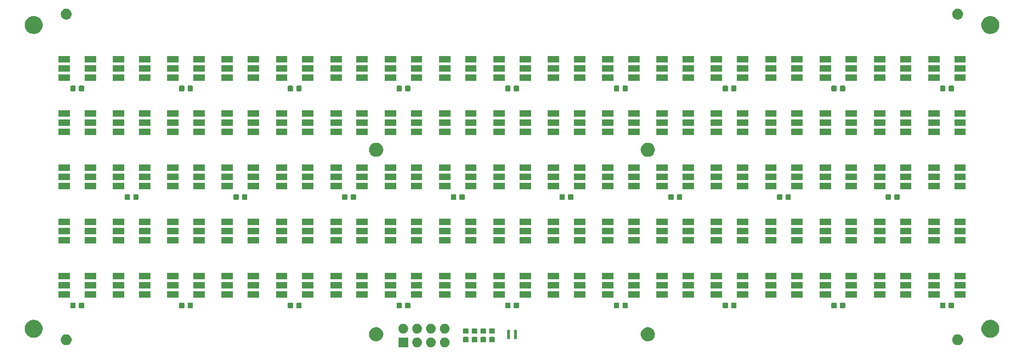
<source format=gbr>
G04 #@! TF.GenerationSoftware,KiCad,Pcbnew,(5.1.5-0-10_14)*
G04 #@! TF.CreationDate,2020-04-22T23:35:31+01:00*
G04 #@! TF.ProjectId,Display,44697370-6c61-4792-9e6b-696361645f70,rev?*
G04 #@! TF.SameCoordinates,Original*
G04 #@! TF.FileFunction,Soldermask,Top*
G04 #@! TF.FilePolarity,Negative*
%FSLAX46Y46*%
G04 Gerber Fmt 4.6, Leading zero omitted, Abs format (unit mm)*
G04 Created by KiCad (PCBNEW (5.1.5-0-10_14)) date 2020-04-22 23:35:31*
%MOMM*%
%LPD*%
G04 APERTURE LIST*
%ADD10C,0.100000*%
G04 APERTURE END LIST*
D10*
G36*
X107733512Y-89603927D02*
G01*
X107882812Y-89633624D01*
X108046784Y-89701544D01*
X108194354Y-89800147D01*
X108319853Y-89925646D01*
X108418456Y-90073216D01*
X108486376Y-90237188D01*
X108521000Y-90411259D01*
X108521000Y-90588741D01*
X108486376Y-90762812D01*
X108418456Y-90926784D01*
X108319853Y-91074354D01*
X108194354Y-91199853D01*
X108046784Y-91298456D01*
X107882812Y-91366376D01*
X107733512Y-91396073D01*
X107708742Y-91401000D01*
X107531258Y-91401000D01*
X107506488Y-91396073D01*
X107357188Y-91366376D01*
X107193216Y-91298456D01*
X107045646Y-91199853D01*
X106920147Y-91074354D01*
X106821544Y-90926784D01*
X106753624Y-90762812D01*
X106719000Y-90588741D01*
X106719000Y-90411259D01*
X106753624Y-90237188D01*
X106821544Y-90073216D01*
X106920147Y-89925646D01*
X107045646Y-89800147D01*
X107193216Y-89701544D01*
X107357188Y-89633624D01*
X107506488Y-89603927D01*
X107531258Y-89599000D01*
X107708742Y-89599000D01*
X107733512Y-89603927D01*
G37*
G36*
X105193512Y-89603927D02*
G01*
X105342812Y-89633624D01*
X105506784Y-89701544D01*
X105654354Y-89800147D01*
X105779853Y-89925646D01*
X105878456Y-90073216D01*
X105946376Y-90237188D01*
X105981000Y-90411259D01*
X105981000Y-90588741D01*
X105946376Y-90762812D01*
X105878456Y-90926784D01*
X105779853Y-91074354D01*
X105654354Y-91199853D01*
X105506784Y-91298456D01*
X105342812Y-91366376D01*
X105193512Y-91396073D01*
X105168742Y-91401000D01*
X104991258Y-91401000D01*
X104966488Y-91396073D01*
X104817188Y-91366376D01*
X104653216Y-91298456D01*
X104505646Y-91199853D01*
X104380147Y-91074354D01*
X104281544Y-90926784D01*
X104213624Y-90762812D01*
X104179000Y-90588741D01*
X104179000Y-90411259D01*
X104213624Y-90237188D01*
X104281544Y-90073216D01*
X104380147Y-89925646D01*
X104505646Y-89800147D01*
X104653216Y-89701544D01*
X104817188Y-89633624D01*
X104966488Y-89603927D01*
X104991258Y-89599000D01*
X105168742Y-89599000D01*
X105193512Y-89603927D01*
G37*
G36*
X102653512Y-89603927D02*
G01*
X102802812Y-89633624D01*
X102966784Y-89701544D01*
X103114354Y-89800147D01*
X103239853Y-89925646D01*
X103338456Y-90073216D01*
X103406376Y-90237188D01*
X103441000Y-90411259D01*
X103441000Y-90588741D01*
X103406376Y-90762812D01*
X103338456Y-90926784D01*
X103239853Y-91074354D01*
X103114354Y-91199853D01*
X102966784Y-91298456D01*
X102802812Y-91366376D01*
X102653512Y-91396073D01*
X102628742Y-91401000D01*
X102451258Y-91401000D01*
X102426488Y-91396073D01*
X102277188Y-91366376D01*
X102113216Y-91298456D01*
X101965646Y-91199853D01*
X101840147Y-91074354D01*
X101741544Y-90926784D01*
X101673624Y-90762812D01*
X101639000Y-90588741D01*
X101639000Y-90411259D01*
X101673624Y-90237188D01*
X101741544Y-90073216D01*
X101840147Y-89925646D01*
X101965646Y-89800147D01*
X102113216Y-89701544D01*
X102277188Y-89633624D01*
X102426488Y-89603927D01*
X102451258Y-89599000D01*
X102628742Y-89599000D01*
X102653512Y-89603927D01*
G37*
G36*
X100901000Y-91401000D02*
G01*
X99099000Y-91401000D01*
X99099000Y-89599000D01*
X100901000Y-89599000D01*
X100901000Y-91401000D01*
G37*
G36*
X202227290Y-89025619D02*
G01*
X202291689Y-89038429D01*
X202473678Y-89113811D01*
X202637463Y-89223249D01*
X202776751Y-89362537D01*
X202886189Y-89526322D01*
X202958768Y-89701544D01*
X202961571Y-89708312D01*
X203000000Y-89901507D01*
X203000000Y-90098493D01*
X202989171Y-90152932D01*
X202961571Y-90291689D01*
X202886189Y-90473678D01*
X202776751Y-90637463D01*
X202637463Y-90776751D01*
X202473678Y-90886189D01*
X202291689Y-90961571D01*
X202227290Y-90974381D01*
X202098493Y-91000000D01*
X201901507Y-91000000D01*
X201772710Y-90974381D01*
X201708311Y-90961571D01*
X201526322Y-90886189D01*
X201362537Y-90776751D01*
X201223249Y-90637463D01*
X201113811Y-90473678D01*
X201038429Y-90291689D01*
X201010829Y-90152932D01*
X201000000Y-90098493D01*
X201000000Y-89901507D01*
X201038429Y-89708312D01*
X201041232Y-89701544D01*
X201113811Y-89526322D01*
X201223249Y-89362537D01*
X201362537Y-89223249D01*
X201526322Y-89113811D01*
X201708311Y-89038429D01*
X201772710Y-89025619D01*
X201901507Y-89000000D01*
X202098493Y-89000000D01*
X202227290Y-89025619D01*
G37*
G36*
X38227290Y-89025619D02*
G01*
X38291689Y-89038429D01*
X38473678Y-89113811D01*
X38637463Y-89223249D01*
X38776751Y-89362537D01*
X38886189Y-89526322D01*
X38958768Y-89701544D01*
X38961571Y-89708312D01*
X39000000Y-89901507D01*
X39000000Y-90098493D01*
X38989171Y-90152932D01*
X38961571Y-90291689D01*
X38886189Y-90473678D01*
X38776751Y-90637463D01*
X38637463Y-90776751D01*
X38473678Y-90886189D01*
X38291689Y-90961571D01*
X38227290Y-90974381D01*
X38098493Y-91000000D01*
X37901507Y-91000000D01*
X37772710Y-90974381D01*
X37708311Y-90961571D01*
X37526322Y-90886189D01*
X37362537Y-90776751D01*
X37223249Y-90637463D01*
X37113811Y-90473678D01*
X37038429Y-90291689D01*
X37010829Y-90152932D01*
X37000000Y-90098493D01*
X37000000Y-89901507D01*
X37038429Y-89708312D01*
X37041232Y-89701544D01*
X37113811Y-89526322D01*
X37223249Y-89362537D01*
X37362537Y-89223249D01*
X37526322Y-89113811D01*
X37708311Y-89038429D01*
X37772710Y-89025619D01*
X37901507Y-89000000D01*
X38098493Y-89000000D01*
X38227290Y-89025619D01*
G37*
G36*
X116679591Y-89503085D02*
G01*
X116713569Y-89513393D01*
X116744890Y-89530134D01*
X116772339Y-89552661D01*
X116794866Y-89580110D01*
X116811607Y-89611431D01*
X116821915Y-89645409D01*
X116826000Y-89686890D01*
X116826000Y-90288110D01*
X116821915Y-90329591D01*
X116811607Y-90363569D01*
X116794866Y-90394890D01*
X116772339Y-90422339D01*
X116744890Y-90444866D01*
X116713569Y-90461607D01*
X116679591Y-90471915D01*
X116638110Y-90476000D01*
X115961890Y-90476000D01*
X115920409Y-90471915D01*
X115886431Y-90461607D01*
X115855110Y-90444866D01*
X115827661Y-90422339D01*
X115805134Y-90394890D01*
X115788393Y-90363569D01*
X115778085Y-90329591D01*
X115774000Y-90288110D01*
X115774000Y-89686890D01*
X115778085Y-89645409D01*
X115788393Y-89611431D01*
X115805134Y-89580110D01*
X115827661Y-89552661D01*
X115855110Y-89530134D01*
X115886431Y-89513393D01*
X115920409Y-89503085D01*
X115961890Y-89499000D01*
X116638110Y-89499000D01*
X116679591Y-89503085D01*
G37*
G36*
X115079591Y-89503085D02*
G01*
X115113569Y-89513393D01*
X115144890Y-89530134D01*
X115172339Y-89552661D01*
X115194866Y-89580110D01*
X115211607Y-89611431D01*
X115221915Y-89645409D01*
X115226000Y-89686890D01*
X115226000Y-90288110D01*
X115221915Y-90329591D01*
X115211607Y-90363569D01*
X115194866Y-90394890D01*
X115172339Y-90422339D01*
X115144890Y-90444866D01*
X115113569Y-90461607D01*
X115079591Y-90471915D01*
X115038110Y-90476000D01*
X114361890Y-90476000D01*
X114320409Y-90471915D01*
X114286431Y-90461607D01*
X114255110Y-90444866D01*
X114227661Y-90422339D01*
X114205134Y-90394890D01*
X114188393Y-90363569D01*
X114178085Y-90329591D01*
X114174000Y-90288110D01*
X114174000Y-89686890D01*
X114178085Y-89645409D01*
X114188393Y-89611431D01*
X114205134Y-89580110D01*
X114227661Y-89552661D01*
X114255110Y-89530134D01*
X114286431Y-89513393D01*
X114320409Y-89503085D01*
X114361890Y-89499000D01*
X115038110Y-89499000D01*
X115079591Y-89503085D01*
G37*
G36*
X113479591Y-89503085D02*
G01*
X113513569Y-89513393D01*
X113544890Y-89530134D01*
X113572339Y-89552661D01*
X113594866Y-89580110D01*
X113611607Y-89611431D01*
X113621915Y-89645409D01*
X113626000Y-89686890D01*
X113626000Y-90288110D01*
X113621915Y-90329591D01*
X113611607Y-90363569D01*
X113594866Y-90394890D01*
X113572339Y-90422339D01*
X113544890Y-90444866D01*
X113513569Y-90461607D01*
X113479591Y-90471915D01*
X113438110Y-90476000D01*
X112761890Y-90476000D01*
X112720409Y-90471915D01*
X112686431Y-90461607D01*
X112655110Y-90444866D01*
X112627661Y-90422339D01*
X112605134Y-90394890D01*
X112588393Y-90363569D01*
X112578085Y-90329591D01*
X112574000Y-90288110D01*
X112574000Y-89686890D01*
X112578085Y-89645409D01*
X112588393Y-89611431D01*
X112605134Y-89580110D01*
X112627661Y-89552661D01*
X112655110Y-89530134D01*
X112686431Y-89513393D01*
X112720409Y-89503085D01*
X112761890Y-89499000D01*
X113438110Y-89499000D01*
X113479591Y-89503085D01*
G37*
G36*
X111879591Y-89503085D02*
G01*
X111913569Y-89513393D01*
X111944890Y-89530134D01*
X111972339Y-89552661D01*
X111994866Y-89580110D01*
X112011607Y-89611431D01*
X112021915Y-89645409D01*
X112026000Y-89686890D01*
X112026000Y-90288110D01*
X112021915Y-90329591D01*
X112011607Y-90363569D01*
X111994866Y-90394890D01*
X111972339Y-90422339D01*
X111944890Y-90444866D01*
X111913569Y-90461607D01*
X111879591Y-90471915D01*
X111838110Y-90476000D01*
X111161890Y-90476000D01*
X111120409Y-90471915D01*
X111086431Y-90461607D01*
X111055110Y-90444866D01*
X111027661Y-90422339D01*
X111005134Y-90394890D01*
X110988393Y-90363569D01*
X110978085Y-90329591D01*
X110974000Y-90288110D01*
X110974000Y-89686890D01*
X110978085Y-89645409D01*
X110988393Y-89611431D01*
X111005134Y-89580110D01*
X111027661Y-89552661D01*
X111055110Y-89530134D01*
X111086431Y-89513393D01*
X111120409Y-89503085D01*
X111161890Y-89499000D01*
X111838110Y-89499000D01*
X111879591Y-89503085D01*
G37*
G36*
X145379487Y-87748996D02*
G01*
X145616253Y-87847068D01*
X145616255Y-87847069D01*
X145737504Y-87928085D01*
X145829339Y-87989447D01*
X146010553Y-88170661D01*
X146152932Y-88383747D01*
X146251004Y-88620513D01*
X146301000Y-88871861D01*
X146301000Y-89128139D01*
X146251004Y-89379487D01*
X146171867Y-89570539D01*
X146152931Y-89616255D01*
X146010553Y-89829339D01*
X145829339Y-90010553D01*
X145616255Y-90152931D01*
X145616254Y-90152932D01*
X145616253Y-90152932D01*
X145379487Y-90251004D01*
X145128139Y-90301000D01*
X144871861Y-90301000D01*
X144620513Y-90251004D01*
X144383747Y-90152932D01*
X144383746Y-90152932D01*
X144383745Y-90152931D01*
X144170661Y-90010553D01*
X143989447Y-89829339D01*
X143847069Y-89616255D01*
X143828133Y-89570539D01*
X143748996Y-89379487D01*
X143699000Y-89128139D01*
X143699000Y-88871861D01*
X143748996Y-88620513D01*
X143847068Y-88383747D01*
X143989447Y-88170661D01*
X144170661Y-87989447D01*
X144262496Y-87928085D01*
X144383745Y-87847069D01*
X144383747Y-87847068D01*
X144620513Y-87748996D01*
X144871861Y-87699000D01*
X145128139Y-87699000D01*
X145379487Y-87748996D01*
G37*
G36*
X95379487Y-87748996D02*
G01*
X95616253Y-87847068D01*
X95616255Y-87847069D01*
X95737504Y-87928085D01*
X95829339Y-87989447D01*
X96010553Y-88170661D01*
X96152932Y-88383747D01*
X96251004Y-88620513D01*
X96301000Y-88871861D01*
X96301000Y-89128139D01*
X96251004Y-89379487D01*
X96171867Y-89570539D01*
X96152931Y-89616255D01*
X96010553Y-89829339D01*
X95829339Y-90010553D01*
X95616255Y-90152931D01*
X95616254Y-90152932D01*
X95616253Y-90152932D01*
X95379487Y-90251004D01*
X95128139Y-90301000D01*
X94871861Y-90301000D01*
X94620513Y-90251004D01*
X94383747Y-90152932D01*
X94383746Y-90152932D01*
X94383745Y-90152931D01*
X94170661Y-90010553D01*
X93989447Y-89829339D01*
X93847069Y-89616255D01*
X93828133Y-89570539D01*
X93748996Y-89379487D01*
X93699000Y-89128139D01*
X93699000Y-88871861D01*
X93748996Y-88620513D01*
X93847068Y-88383747D01*
X93989447Y-88170661D01*
X94170661Y-87989447D01*
X94262496Y-87928085D01*
X94383745Y-87847069D01*
X94383747Y-87847068D01*
X94620513Y-87748996D01*
X94871861Y-87699000D01*
X95128139Y-87699000D01*
X95379487Y-87748996D01*
G37*
G36*
X119601000Y-89851000D02*
G01*
X119099000Y-89851000D01*
X119099000Y-88149000D01*
X119601000Y-88149000D01*
X119601000Y-89851000D01*
G37*
G36*
X120901000Y-89851000D02*
G01*
X120399000Y-89851000D01*
X120399000Y-88149000D01*
X120901000Y-88149000D01*
X120901000Y-89851000D01*
G37*
G36*
X208375256Y-86391298D02*
G01*
X208481579Y-86412447D01*
X208782042Y-86536903D01*
X209052451Y-86717585D01*
X209282415Y-86947549D01*
X209282416Y-86947551D01*
X209463098Y-87217960D01*
X209587553Y-87518422D01*
X209651000Y-87837389D01*
X209651000Y-88162611D01*
X209639025Y-88222811D01*
X209587553Y-88481579D01*
X209463097Y-88782042D01*
X209282415Y-89052451D01*
X209052451Y-89282415D01*
X208782042Y-89463097D01*
X208481579Y-89587553D01*
X208424031Y-89599000D01*
X208162611Y-89651000D01*
X207837389Y-89651000D01*
X207575969Y-89599000D01*
X207518421Y-89587553D01*
X207217958Y-89463097D01*
X206947549Y-89282415D01*
X206717585Y-89052451D01*
X206536903Y-88782042D01*
X206412447Y-88481579D01*
X206360975Y-88222811D01*
X206349000Y-88162611D01*
X206349000Y-87837389D01*
X206412447Y-87518422D01*
X206536902Y-87217960D01*
X206717584Y-86947551D01*
X206717585Y-86947549D01*
X206947549Y-86717585D01*
X207217958Y-86536903D01*
X207518421Y-86412447D01*
X207624744Y-86391298D01*
X207837389Y-86349000D01*
X208162611Y-86349000D01*
X208375256Y-86391298D01*
G37*
G36*
X32375256Y-86391298D02*
G01*
X32481579Y-86412447D01*
X32782042Y-86536903D01*
X33052451Y-86717585D01*
X33282415Y-86947549D01*
X33282416Y-86947551D01*
X33463098Y-87217960D01*
X33587553Y-87518422D01*
X33651000Y-87837389D01*
X33651000Y-88162611D01*
X33639025Y-88222811D01*
X33587553Y-88481579D01*
X33463097Y-88782042D01*
X33282415Y-89052451D01*
X33052451Y-89282415D01*
X32782042Y-89463097D01*
X32481579Y-89587553D01*
X32424031Y-89599000D01*
X32162611Y-89651000D01*
X31837389Y-89651000D01*
X31575969Y-89599000D01*
X31518421Y-89587553D01*
X31217958Y-89463097D01*
X30947549Y-89282415D01*
X30717585Y-89052451D01*
X30536903Y-88782042D01*
X30412447Y-88481579D01*
X30360975Y-88222811D01*
X30349000Y-88162611D01*
X30349000Y-87837389D01*
X30412447Y-87518422D01*
X30536902Y-87217960D01*
X30717584Y-86947551D01*
X30717585Y-86947549D01*
X30947549Y-86717585D01*
X31217958Y-86536903D01*
X31518421Y-86412447D01*
X31624744Y-86391298D01*
X31837389Y-86349000D01*
X32162611Y-86349000D01*
X32375256Y-86391298D01*
G37*
G36*
X116679591Y-87928085D02*
G01*
X116713569Y-87938393D01*
X116744890Y-87955134D01*
X116772339Y-87977661D01*
X116794866Y-88005110D01*
X116811607Y-88036431D01*
X116821915Y-88070409D01*
X116826000Y-88111890D01*
X116826000Y-88713110D01*
X116821915Y-88754591D01*
X116811607Y-88788569D01*
X116794866Y-88819890D01*
X116772339Y-88847339D01*
X116744890Y-88869866D01*
X116713569Y-88886607D01*
X116679591Y-88896915D01*
X116638110Y-88901000D01*
X115961890Y-88901000D01*
X115920409Y-88896915D01*
X115886431Y-88886607D01*
X115855110Y-88869866D01*
X115827661Y-88847339D01*
X115805134Y-88819890D01*
X115788393Y-88788569D01*
X115778085Y-88754591D01*
X115774000Y-88713110D01*
X115774000Y-88111890D01*
X115778085Y-88070409D01*
X115788393Y-88036431D01*
X115805134Y-88005110D01*
X115827661Y-87977661D01*
X115855110Y-87955134D01*
X115886431Y-87938393D01*
X115920409Y-87928085D01*
X115961890Y-87924000D01*
X116638110Y-87924000D01*
X116679591Y-87928085D01*
G37*
G36*
X113479591Y-87928085D02*
G01*
X113513569Y-87938393D01*
X113544890Y-87955134D01*
X113572339Y-87977661D01*
X113594866Y-88005110D01*
X113611607Y-88036431D01*
X113621915Y-88070409D01*
X113626000Y-88111890D01*
X113626000Y-88713110D01*
X113621915Y-88754591D01*
X113611607Y-88788569D01*
X113594866Y-88819890D01*
X113572339Y-88847339D01*
X113544890Y-88869866D01*
X113513569Y-88886607D01*
X113479591Y-88896915D01*
X113438110Y-88901000D01*
X112761890Y-88901000D01*
X112720409Y-88896915D01*
X112686431Y-88886607D01*
X112655110Y-88869866D01*
X112627661Y-88847339D01*
X112605134Y-88819890D01*
X112588393Y-88788569D01*
X112578085Y-88754591D01*
X112574000Y-88713110D01*
X112574000Y-88111890D01*
X112578085Y-88070409D01*
X112588393Y-88036431D01*
X112605134Y-88005110D01*
X112627661Y-87977661D01*
X112655110Y-87955134D01*
X112686431Y-87938393D01*
X112720409Y-87928085D01*
X112761890Y-87924000D01*
X113438110Y-87924000D01*
X113479591Y-87928085D01*
G37*
G36*
X111879591Y-87928085D02*
G01*
X111913569Y-87938393D01*
X111944890Y-87955134D01*
X111972339Y-87977661D01*
X111994866Y-88005110D01*
X112011607Y-88036431D01*
X112021915Y-88070409D01*
X112026000Y-88111890D01*
X112026000Y-88713110D01*
X112021915Y-88754591D01*
X112011607Y-88788569D01*
X111994866Y-88819890D01*
X111972339Y-88847339D01*
X111944890Y-88869866D01*
X111913569Y-88886607D01*
X111879591Y-88896915D01*
X111838110Y-88901000D01*
X111161890Y-88901000D01*
X111120409Y-88896915D01*
X111086431Y-88886607D01*
X111055110Y-88869866D01*
X111027661Y-88847339D01*
X111005134Y-88819890D01*
X110988393Y-88788569D01*
X110978085Y-88754591D01*
X110974000Y-88713110D01*
X110974000Y-88111890D01*
X110978085Y-88070409D01*
X110988393Y-88036431D01*
X111005134Y-88005110D01*
X111027661Y-87977661D01*
X111055110Y-87955134D01*
X111086431Y-87938393D01*
X111120409Y-87928085D01*
X111161890Y-87924000D01*
X111838110Y-87924000D01*
X111879591Y-87928085D01*
G37*
G36*
X115079591Y-87928085D02*
G01*
X115113569Y-87938393D01*
X115144890Y-87955134D01*
X115172339Y-87977661D01*
X115194866Y-88005110D01*
X115211607Y-88036431D01*
X115221915Y-88070409D01*
X115226000Y-88111890D01*
X115226000Y-88713110D01*
X115221915Y-88754591D01*
X115211607Y-88788569D01*
X115194866Y-88819890D01*
X115172339Y-88847339D01*
X115144890Y-88869866D01*
X115113569Y-88886607D01*
X115079591Y-88896915D01*
X115038110Y-88901000D01*
X114361890Y-88901000D01*
X114320409Y-88896915D01*
X114286431Y-88886607D01*
X114255110Y-88869866D01*
X114227661Y-88847339D01*
X114205134Y-88819890D01*
X114188393Y-88788569D01*
X114178085Y-88754591D01*
X114174000Y-88713110D01*
X114174000Y-88111890D01*
X114178085Y-88070409D01*
X114188393Y-88036431D01*
X114205134Y-88005110D01*
X114227661Y-87977661D01*
X114255110Y-87955134D01*
X114286431Y-87938393D01*
X114320409Y-87928085D01*
X114361890Y-87924000D01*
X115038110Y-87924000D01*
X115079591Y-87928085D01*
G37*
G36*
X105193512Y-87063927D02*
G01*
X105342812Y-87093624D01*
X105506784Y-87161544D01*
X105654354Y-87260147D01*
X105779853Y-87385646D01*
X105878456Y-87533216D01*
X105946376Y-87697188D01*
X105981000Y-87871259D01*
X105981000Y-88048741D01*
X105946376Y-88222812D01*
X105878456Y-88386784D01*
X105779853Y-88534354D01*
X105654354Y-88659853D01*
X105506784Y-88758456D01*
X105342812Y-88826376D01*
X105193512Y-88856073D01*
X105168742Y-88861000D01*
X104991258Y-88861000D01*
X104966488Y-88856073D01*
X104817188Y-88826376D01*
X104653216Y-88758456D01*
X104505646Y-88659853D01*
X104380147Y-88534354D01*
X104281544Y-88386784D01*
X104213624Y-88222812D01*
X104179000Y-88048741D01*
X104179000Y-87871259D01*
X104213624Y-87697188D01*
X104281544Y-87533216D01*
X104380147Y-87385646D01*
X104505646Y-87260147D01*
X104653216Y-87161544D01*
X104817188Y-87093624D01*
X104966488Y-87063927D01*
X104991258Y-87059000D01*
X105168742Y-87059000D01*
X105193512Y-87063927D01*
G37*
G36*
X107733512Y-87063927D02*
G01*
X107882812Y-87093624D01*
X108046784Y-87161544D01*
X108194354Y-87260147D01*
X108319853Y-87385646D01*
X108418456Y-87533216D01*
X108486376Y-87697188D01*
X108521000Y-87871259D01*
X108521000Y-88048741D01*
X108486376Y-88222812D01*
X108418456Y-88386784D01*
X108319853Y-88534354D01*
X108194354Y-88659853D01*
X108046784Y-88758456D01*
X107882812Y-88826376D01*
X107733512Y-88856073D01*
X107708742Y-88861000D01*
X107531258Y-88861000D01*
X107506488Y-88856073D01*
X107357188Y-88826376D01*
X107193216Y-88758456D01*
X107045646Y-88659853D01*
X106920147Y-88534354D01*
X106821544Y-88386784D01*
X106753624Y-88222812D01*
X106719000Y-88048741D01*
X106719000Y-87871259D01*
X106753624Y-87697188D01*
X106821544Y-87533216D01*
X106920147Y-87385646D01*
X107045646Y-87260147D01*
X107193216Y-87161544D01*
X107357188Y-87093624D01*
X107506488Y-87063927D01*
X107531258Y-87059000D01*
X107708742Y-87059000D01*
X107733512Y-87063927D01*
G37*
G36*
X100113512Y-87063927D02*
G01*
X100262812Y-87093624D01*
X100426784Y-87161544D01*
X100574354Y-87260147D01*
X100699853Y-87385646D01*
X100798456Y-87533216D01*
X100866376Y-87697188D01*
X100901000Y-87871259D01*
X100901000Y-88048741D01*
X100866376Y-88222812D01*
X100798456Y-88386784D01*
X100699853Y-88534354D01*
X100574354Y-88659853D01*
X100426784Y-88758456D01*
X100262812Y-88826376D01*
X100113512Y-88856073D01*
X100088742Y-88861000D01*
X99911258Y-88861000D01*
X99886488Y-88856073D01*
X99737188Y-88826376D01*
X99573216Y-88758456D01*
X99425646Y-88659853D01*
X99300147Y-88534354D01*
X99201544Y-88386784D01*
X99133624Y-88222812D01*
X99099000Y-88048741D01*
X99099000Y-87871259D01*
X99133624Y-87697188D01*
X99201544Y-87533216D01*
X99300147Y-87385646D01*
X99425646Y-87260147D01*
X99573216Y-87161544D01*
X99737188Y-87093624D01*
X99886488Y-87063927D01*
X99911258Y-87059000D01*
X100088742Y-87059000D01*
X100113512Y-87063927D01*
G37*
G36*
X102653512Y-87063927D02*
G01*
X102802812Y-87093624D01*
X102966784Y-87161544D01*
X103114354Y-87260147D01*
X103239853Y-87385646D01*
X103338456Y-87533216D01*
X103406376Y-87697188D01*
X103441000Y-87871259D01*
X103441000Y-88048741D01*
X103406376Y-88222812D01*
X103338456Y-88386784D01*
X103239853Y-88534354D01*
X103114354Y-88659853D01*
X102966784Y-88758456D01*
X102802812Y-88826376D01*
X102653512Y-88856073D01*
X102628742Y-88861000D01*
X102451258Y-88861000D01*
X102426488Y-88856073D01*
X102277188Y-88826376D01*
X102113216Y-88758456D01*
X101965646Y-88659853D01*
X101840147Y-88534354D01*
X101741544Y-88386784D01*
X101673624Y-88222812D01*
X101639000Y-88048741D01*
X101639000Y-87871259D01*
X101673624Y-87697188D01*
X101741544Y-87533216D01*
X101840147Y-87385646D01*
X101965646Y-87260147D01*
X102113216Y-87161544D01*
X102277188Y-87093624D01*
X102426488Y-87063927D01*
X102451258Y-87059000D01*
X102628742Y-87059000D01*
X102653512Y-87063927D01*
G37*
G36*
X139584591Y-83178085D02*
G01*
X139618569Y-83188393D01*
X139649890Y-83205134D01*
X139677339Y-83227661D01*
X139699866Y-83255110D01*
X139716607Y-83286431D01*
X139726915Y-83320409D01*
X139731000Y-83361890D01*
X139731000Y-84038110D01*
X139726915Y-84079591D01*
X139716607Y-84113569D01*
X139699866Y-84144890D01*
X139677339Y-84172339D01*
X139649890Y-84194866D01*
X139618569Y-84211607D01*
X139584591Y-84221915D01*
X139543110Y-84226000D01*
X138941890Y-84226000D01*
X138900409Y-84221915D01*
X138866431Y-84211607D01*
X138835110Y-84194866D01*
X138807661Y-84172339D01*
X138785134Y-84144890D01*
X138768393Y-84113569D01*
X138758085Y-84079591D01*
X138754000Y-84038110D01*
X138754000Y-83361890D01*
X138758085Y-83320409D01*
X138768393Y-83286431D01*
X138785134Y-83255110D01*
X138807661Y-83227661D01*
X138835110Y-83205134D01*
X138866431Y-83188393D01*
X138900409Y-83178085D01*
X138941890Y-83174000D01*
X139543110Y-83174000D01*
X139584591Y-83178085D01*
G37*
G36*
X121159591Y-83178085D02*
G01*
X121193569Y-83188393D01*
X121224890Y-83205134D01*
X121252339Y-83227661D01*
X121274866Y-83255110D01*
X121291607Y-83286431D01*
X121301915Y-83320409D01*
X121306000Y-83361890D01*
X121306000Y-84038110D01*
X121301915Y-84079591D01*
X121291607Y-84113569D01*
X121274866Y-84144890D01*
X121252339Y-84172339D01*
X121224890Y-84194866D01*
X121193569Y-84211607D01*
X121159591Y-84221915D01*
X121118110Y-84226000D01*
X120516890Y-84226000D01*
X120475409Y-84221915D01*
X120441431Y-84211607D01*
X120410110Y-84194866D01*
X120382661Y-84172339D01*
X120360134Y-84144890D01*
X120343393Y-84113569D01*
X120333085Y-84079591D01*
X120329000Y-84038110D01*
X120329000Y-83361890D01*
X120333085Y-83320409D01*
X120343393Y-83286431D01*
X120360134Y-83255110D01*
X120382661Y-83227661D01*
X120410110Y-83205134D01*
X120441431Y-83188393D01*
X120475409Y-83178085D01*
X120516890Y-83174000D01*
X121118110Y-83174000D01*
X121159591Y-83178085D01*
G37*
G36*
X119584591Y-83178085D02*
G01*
X119618569Y-83188393D01*
X119649890Y-83205134D01*
X119677339Y-83227661D01*
X119699866Y-83255110D01*
X119716607Y-83286431D01*
X119726915Y-83320409D01*
X119731000Y-83361890D01*
X119731000Y-84038110D01*
X119726915Y-84079591D01*
X119716607Y-84113569D01*
X119699866Y-84144890D01*
X119677339Y-84172339D01*
X119649890Y-84194866D01*
X119618569Y-84211607D01*
X119584591Y-84221915D01*
X119543110Y-84226000D01*
X118941890Y-84226000D01*
X118900409Y-84221915D01*
X118866431Y-84211607D01*
X118835110Y-84194866D01*
X118807661Y-84172339D01*
X118785134Y-84144890D01*
X118768393Y-84113569D01*
X118758085Y-84079591D01*
X118754000Y-84038110D01*
X118754000Y-83361890D01*
X118758085Y-83320409D01*
X118768393Y-83286431D01*
X118785134Y-83255110D01*
X118807661Y-83227661D01*
X118835110Y-83205134D01*
X118866431Y-83188393D01*
X118900409Y-83178085D01*
X118941890Y-83174000D01*
X119543110Y-83174000D01*
X119584591Y-83178085D01*
G37*
G36*
X101159591Y-83178085D02*
G01*
X101193569Y-83188393D01*
X101224890Y-83205134D01*
X101252339Y-83227661D01*
X101274866Y-83255110D01*
X101291607Y-83286431D01*
X101301915Y-83320409D01*
X101306000Y-83361890D01*
X101306000Y-84038110D01*
X101301915Y-84079591D01*
X101291607Y-84113569D01*
X101274866Y-84144890D01*
X101252339Y-84172339D01*
X101224890Y-84194866D01*
X101193569Y-84211607D01*
X101159591Y-84221915D01*
X101118110Y-84226000D01*
X100516890Y-84226000D01*
X100475409Y-84221915D01*
X100441431Y-84211607D01*
X100410110Y-84194866D01*
X100382661Y-84172339D01*
X100360134Y-84144890D01*
X100343393Y-84113569D01*
X100333085Y-84079591D01*
X100329000Y-84038110D01*
X100329000Y-83361890D01*
X100333085Y-83320409D01*
X100343393Y-83286431D01*
X100360134Y-83255110D01*
X100382661Y-83227661D01*
X100410110Y-83205134D01*
X100441431Y-83188393D01*
X100475409Y-83178085D01*
X100516890Y-83174000D01*
X101118110Y-83174000D01*
X101159591Y-83178085D01*
G37*
G36*
X99584591Y-83178085D02*
G01*
X99618569Y-83188393D01*
X99649890Y-83205134D01*
X99677339Y-83227661D01*
X99699866Y-83255110D01*
X99716607Y-83286431D01*
X99726915Y-83320409D01*
X99731000Y-83361890D01*
X99731000Y-84038110D01*
X99726915Y-84079591D01*
X99716607Y-84113569D01*
X99699866Y-84144890D01*
X99677339Y-84172339D01*
X99649890Y-84194866D01*
X99618569Y-84211607D01*
X99584591Y-84221915D01*
X99543110Y-84226000D01*
X98941890Y-84226000D01*
X98900409Y-84221915D01*
X98866431Y-84211607D01*
X98835110Y-84194866D01*
X98807661Y-84172339D01*
X98785134Y-84144890D01*
X98768393Y-84113569D01*
X98758085Y-84079591D01*
X98754000Y-84038110D01*
X98754000Y-83361890D01*
X98758085Y-83320409D01*
X98768393Y-83286431D01*
X98785134Y-83255110D01*
X98807661Y-83227661D01*
X98835110Y-83205134D01*
X98866431Y-83188393D01*
X98900409Y-83178085D01*
X98941890Y-83174000D01*
X99543110Y-83174000D01*
X99584591Y-83178085D01*
G37*
G36*
X81159591Y-83178085D02*
G01*
X81193569Y-83188393D01*
X81224890Y-83205134D01*
X81252339Y-83227661D01*
X81274866Y-83255110D01*
X81291607Y-83286431D01*
X81301915Y-83320409D01*
X81306000Y-83361890D01*
X81306000Y-84038110D01*
X81301915Y-84079591D01*
X81291607Y-84113569D01*
X81274866Y-84144890D01*
X81252339Y-84172339D01*
X81224890Y-84194866D01*
X81193569Y-84211607D01*
X81159591Y-84221915D01*
X81118110Y-84226000D01*
X80516890Y-84226000D01*
X80475409Y-84221915D01*
X80441431Y-84211607D01*
X80410110Y-84194866D01*
X80382661Y-84172339D01*
X80360134Y-84144890D01*
X80343393Y-84113569D01*
X80333085Y-84079591D01*
X80329000Y-84038110D01*
X80329000Y-83361890D01*
X80333085Y-83320409D01*
X80343393Y-83286431D01*
X80360134Y-83255110D01*
X80382661Y-83227661D01*
X80410110Y-83205134D01*
X80441431Y-83188393D01*
X80475409Y-83178085D01*
X80516890Y-83174000D01*
X81118110Y-83174000D01*
X81159591Y-83178085D01*
G37*
G36*
X79584591Y-83178085D02*
G01*
X79618569Y-83188393D01*
X79649890Y-83205134D01*
X79677339Y-83227661D01*
X79699866Y-83255110D01*
X79716607Y-83286431D01*
X79726915Y-83320409D01*
X79731000Y-83361890D01*
X79731000Y-84038110D01*
X79726915Y-84079591D01*
X79716607Y-84113569D01*
X79699866Y-84144890D01*
X79677339Y-84172339D01*
X79649890Y-84194866D01*
X79618569Y-84211607D01*
X79584591Y-84221915D01*
X79543110Y-84226000D01*
X78941890Y-84226000D01*
X78900409Y-84221915D01*
X78866431Y-84211607D01*
X78835110Y-84194866D01*
X78807661Y-84172339D01*
X78785134Y-84144890D01*
X78768393Y-84113569D01*
X78758085Y-84079591D01*
X78754000Y-84038110D01*
X78754000Y-83361890D01*
X78758085Y-83320409D01*
X78768393Y-83286431D01*
X78785134Y-83255110D01*
X78807661Y-83227661D01*
X78835110Y-83205134D01*
X78866431Y-83188393D01*
X78900409Y-83178085D01*
X78941890Y-83174000D01*
X79543110Y-83174000D01*
X79584591Y-83178085D01*
G37*
G36*
X61159591Y-83178085D02*
G01*
X61193569Y-83188393D01*
X61224890Y-83205134D01*
X61252339Y-83227661D01*
X61274866Y-83255110D01*
X61291607Y-83286431D01*
X61301915Y-83320409D01*
X61306000Y-83361890D01*
X61306000Y-84038110D01*
X61301915Y-84079591D01*
X61291607Y-84113569D01*
X61274866Y-84144890D01*
X61252339Y-84172339D01*
X61224890Y-84194866D01*
X61193569Y-84211607D01*
X61159591Y-84221915D01*
X61118110Y-84226000D01*
X60516890Y-84226000D01*
X60475409Y-84221915D01*
X60441431Y-84211607D01*
X60410110Y-84194866D01*
X60382661Y-84172339D01*
X60360134Y-84144890D01*
X60343393Y-84113569D01*
X60333085Y-84079591D01*
X60329000Y-84038110D01*
X60329000Y-83361890D01*
X60333085Y-83320409D01*
X60343393Y-83286431D01*
X60360134Y-83255110D01*
X60382661Y-83227661D01*
X60410110Y-83205134D01*
X60441431Y-83188393D01*
X60475409Y-83178085D01*
X60516890Y-83174000D01*
X61118110Y-83174000D01*
X61159591Y-83178085D01*
G37*
G36*
X59584591Y-83178085D02*
G01*
X59618569Y-83188393D01*
X59649890Y-83205134D01*
X59677339Y-83227661D01*
X59699866Y-83255110D01*
X59716607Y-83286431D01*
X59726915Y-83320409D01*
X59731000Y-83361890D01*
X59731000Y-84038110D01*
X59726915Y-84079591D01*
X59716607Y-84113569D01*
X59699866Y-84144890D01*
X59677339Y-84172339D01*
X59649890Y-84194866D01*
X59618569Y-84211607D01*
X59584591Y-84221915D01*
X59543110Y-84226000D01*
X58941890Y-84226000D01*
X58900409Y-84221915D01*
X58866431Y-84211607D01*
X58835110Y-84194866D01*
X58807661Y-84172339D01*
X58785134Y-84144890D01*
X58768393Y-84113569D01*
X58758085Y-84079591D01*
X58754000Y-84038110D01*
X58754000Y-83361890D01*
X58758085Y-83320409D01*
X58768393Y-83286431D01*
X58785134Y-83255110D01*
X58807661Y-83227661D01*
X58835110Y-83205134D01*
X58866431Y-83188393D01*
X58900409Y-83178085D01*
X58941890Y-83174000D01*
X59543110Y-83174000D01*
X59584591Y-83178085D01*
G37*
G36*
X41159591Y-83178085D02*
G01*
X41193569Y-83188393D01*
X41224890Y-83205134D01*
X41252339Y-83227661D01*
X41274866Y-83255110D01*
X41291607Y-83286431D01*
X41301915Y-83320409D01*
X41306000Y-83361890D01*
X41306000Y-84038110D01*
X41301915Y-84079591D01*
X41291607Y-84113569D01*
X41274866Y-84144890D01*
X41252339Y-84172339D01*
X41224890Y-84194866D01*
X41193569Y-84211607D01*
X41159591Y-84221915D01*
X41118110Y-84226000D01*
X40516890Y-84226000D01*
X40475409Y-84221915D01*
X40441431Y-84211607D01*
X40410110Y-84194866D01*
X40382661Y-84172339D01*
X40360134Y-84144890D01*
X40343393Y-84113569D01*
X40333085Y-84079591D01*
X40329000Y-84038110D01*
X40329000Y-83361890D01*
X40333085Y-83320409D01*
X40343393Y-83286431D01*
X40360134Y-83255110D01*
X40382661Y-83227661D01*
X40410110Y-83205134D01*
X40441431Y-83188393D01*
X40475409Y-83178085D01*
X40516890Y-83174000D01*
X41118110Y-83174000D01*
X41159591Y-83178085D01*
G37*
G36*
X39584591Y-83178085D02*
G01*
X39618569Y-83188393D01*
X39649890Y-83205134D01*
X39677339Y-83227661D01*
X39699866Y-83255110D01*
X39716607Y-83286431D01*
X39726915Y-83320409D01*
X39731000Y-83361890D01*
X39731000Y-84038110D01*
X39726915Y-84079591D01*
X39716607Y-84113569D01*
X39699866Y-84144890D01*
X39677339Y-84172339D01*
X39649890Y-84194866D01*
X39618569Y-84211607D01*
X39584591Y-84221915D01*
X39543110Y-84226000D01*
X38941890Y-84226000D01*
X38900409Y-84221915D01*
X38866431Y-84211607D01*
X38835110Y-84194866D01*
X38807661Y-84172339D01*
X38785134Y-84144890D01*
X38768393Y-84113569D01*
X38758085Y-84079591D01*
X38754000Y-84038110D01*
X38754000Y-83361890D01*
X38758085Y-83320409D01*
X38768393Y-83286431D01*
X38785134Y-83255110D01*
X38807661Y-83227661D01*
X38835110Y-83205134D01*
X38866431Y-83188393D01*
X38900409Y-83178085D01*
X38941890Y-83174000D01*
X39543110Y-83174000D01*
X39584591Y-83178085D01*
G37*
G36*
X141159591Y-83178085D02*
G01*
X141193569Y-83188393D01*
X141224890Y-83205134D01*
X141252339Y-83227661D01*
X141274866Y-83255110D01*
X141291607Y-83286431D01*
X141301915Y-83320409D01*
X141306000Y-83361890D01*
X141306000Y-84038110D01*
X141301915Y-84079591D01*
X141291607Y-84113569D01*
X141274866Y-84144890D01*
X141252339Y-84172339D01*
X141224890Y-84194866D01*
X141193569Y-84211607D01*
X141159591Y-84221915D01*
X141118110Y-84226000D01*
X140516890Y-84226000D01*
X140475409Y-84221915D01*
X140441431Y-84211607D01*
X140410110Y-84194866D01*
X140382661Y-84172339D01*
X140360134Y-84144890D01*
X140343393Y-84113569D01*
X140333085Y-84079591D01*
X140329000Y-84038110D01*
X140329000Y-83361890D01*
X140333085Y-83320409D01*
X140343393Y-83286431D01*
X140360134Y-83255110D01*
X140382661Y-83227661D01*
X140410110Y-83205134D01*
X140441431Y-83188393D01*
X140475409Y-83178085D01*
X140516890Y-83174000D01*
X141118110Y-83174000D01*
X141159591Y-83178085D01*
G37*
G36*
X179584591Y-83178085D02*
G01*
X179618569Y-83188393D01*
X179649890Y-83205134D01*
X179677339Y-83227661D01*
X179699866Y-83255110D01*
X179716607Y-83286431D01*
X179726915Y-83320409D01*
X179731000Y-83361890D01*
X179731000Y-84038110D01*
X179726915Y-84079591D01*
X179716607Y-84113569D01*
X179699866Y-84144890D01*
X179677339Y-84172339D01*
X179649890Y-84194866D01*
X179618569Y-84211607D01*
X179584591Y-84221915D01*
X179543110Y-84226000D01*
X178941890Y-84226000D01*
X178900409Y-84221915D01*
X178866431Y-84211607D01*
X178835110Y-84194866D01*
X178807661Y-84172339D01*
X178785134Y-84144890D01*
X178768393Y-84113569D01*
X178758085Y-84079591D01*
X178754000Y-84038110D01*
X178754000Y-83361890D01*
X178758085Y-83320409D01*
X178768393Y-83286431D01*
X178785134Y-83255110D01*
X178807661Y-83227661D01*
X178835110Y-83205134D01*
X178866431Y-83188393D01*
X178900409Y-83178085D01*
X178941890Y-83174000D01*
X179543110Y-83174000D01*
X179584591Y-83178085D01*
G37*
G36*
X201159591Y-83178085D02*
G01*
X201193569Y-83188393D01*
X201224890Y-83205134D01*
X201252339Y-83227661D01*
X201274866Y-83255110D01*
X201291607Y-83286431D01*
X201301915Y-83320409D01*
X201306000Y-83361890D01*
X201306000Y-84038110D01*
X201301915Y-84079591D01*
X201291607Y-84113569D01*
X201274866Y-84144890D01*
X201252339Y-84172339D01*
X201224890Y-84194866D01*
X201193569Y-84211607D01*
X201159591Y-84221915D01*
X201118110Y-84226000D01*
X200516890Y-84226000D01*
X200475409Y-84221915D01*
X200441431Y-84211607D01*
X200410110Y-84194866D01*
X200382661Y-84172339D01*
X200360134Y-84144890D01*
X200343393Y-84113569D01*
X200333085Y-84079591D01*
X200329000Y-84038110D01*
X200329000Y-83361890D01*
X200333085Y-83320409D01*
X200343393Y-83286431D01*
X200360134Y-83255110D01*
X200382661Y-83227661D01*
X200410110Y-83205134D01*
X200441431Y-83188393D01*
X200475409Y-83178085D01*
X200516890Y-83174000D01*
X201118110Y-83174000D01*
X201159591Y-83178085D01*
G37*
G36*
X199584591Y-83178085D02*
G01*
X199618569Y-83188393D01*
X199649890Y-83205134D01*
X199677339Y-83227661D01*
X199699866Y-83255110D01*
X199716607Y-83286431D01*
X199726915Y-83320409D01*
X199731000Y-83361890D01*
X199731000Y-84038110D01*
X199726915Y-84079591D01*
X199716607Y-84113569D01*
X199699866Y-84144890D01*
X199677339Y-84172339D01*
X199649890Y-84194866D01*
X199618569Y-84211607D01*
X199584591Y-84221915D01*
X199543110Y-84226000D01*
X198941890Y-84226000D01*
X198900409Y-84221915D01*
X198866431Y-84211607D01*
X198835110Y-84194866D01*
X198807661Y-84172339D01*
X198785134Y-84144890D01*
X198768393Y-84113569D01*
X198758085Y-84079591D01*
X198754000Y-84038110D01*
X198754000Y-83361890D01*
X198758085Y-83320409D01*
X198768393Y-83286431D01*
X198785134Y-83255110D01*
X198807661Y-83227661D01*
X198835110Y-83205134D01*
X198866431Y-83188393D01*
X198900409Y-83178085D01*
X198941890Y-83174000D01*
X199543110Y-83174000D01*
X199584591Y-83178085D01*
G37*
G36*
X181159591Y-83178085D02*
G01*
X181193569Y-83188393D01*
X181224890Y-83205134D01*
X181252339Y-83227661D01*
X181274866Y-83255110D01*
X181291607Y-83286431D01*
X181301915Y-83320409D01*
X181306000Y-83361890D01*
X181306000Y-84038110D01*
X181301915Y-84079591D01*
X181291607Y-84113569D01*
X181274866Y-84144890D01*
X181252339Y-84172339D01*
X181224890Y-84194866D01*
X181193569Y-84211607D01*
X181159591Y-84221915D01*
X181118110Y-84226000D01*
X180516890Y-84226000D01*
X180475409Y-84221915D01*
X180441431Y-84211607D01*
X180410110Y-84194866D01*
X180382661Y-84172339D01*
X180360134Y-84144890D01*
X180343393Y-84113569D01*
X180333085Y-84079591D01*
X180329000Y-84038110D01*
X180329000Y-83361890D01*
X180333085Y-83320409D01*
X180343393Y-83286431D01*
X180360134Y-83255110D01*
X180382661Y-83227661D01*
X180410110Y-83205134D01*
X180441431Y-83188393D01*
X180475409Y-83178085D01*
X180516890Y-83174000D01*
X181118110Y-83174000D01*
X181159591Y-83178085D01*
G37*
G36*
X161159591Y-83178085D02*
G01*
X161193569Y-83188393D01*
X161224890Y-83205134D01*
X161252339Y-83227661D01*
X161274866Y-83255110D01*
X161291607Y-83286431D01*
X161301915Y-83320409D01*
X161306000Y-83361890D01*
X161306000Y-84038110D01*
X161301915Y-84079591D01*
X161291607Y-84113569D01*
X161274866Y-84144890D01*
X161252339Y-84172339D01*
X161224890Y-84194866D01*
X161193569Y-84211607D01*
X161159591Y-84221915D01*
X161118110Y-84226000D01*
X160516890Y-84226000D01*
X160475409Y-84221915D01*
X160441431Y-84211607D01*
X160410110Y-84194866D01*
X160382661Y-84172339D01*
X160360134Y-84144890D01*
X160343393Y-84113569D01*
X160333085Y-84079591D01*
X160329000Y-84038110D01*
X160329000Y-83361890D01*
X160333085Y-83320409D01*
X160343393Y-83286431D01*
X160360134Y-83255110D01*
X160382661Y-83227661D01*
X160410110Y-83205134D01*
X160441431Y-83188393D01*
X160475409Y-83178085D01*
X160516890Y-83174000D01*
X161118110Y-83174000D01*
X161159591Y-83178085D01*
G37*
G36*
X159584591Y-83178085D02*
G01*
X159618569Y-83188393D01*
X159649890Y-83205134D01*
X159677339Y-83227661D01*
X159699866Y-83255110D01*
X159716607Y-83286431D01*
X159726915Y-83320409D01*
X159731000Y-83361890D01*
X159731000Y-84038110D01*
X159726915Y-84079591D01*
X159716607Y-84113569D01*
X159699866Y-84144890D01*
X159677339Y-84172339D01*
X159649890Y-84194866D01*
X159618569Y-84211607D01*
X159584591Y-84221915D01*
X159543110Y-84226000D01*
X158941890Y-84226000D01*
X158900409Y-84221915D01*
X158866431Y-84211607D01*
X158835110Y-84194866D01*
X158807661Y-84172339D01*
X158785134Y-84144890D01*
X158768393Y-84113569D01*
X158758085Y-84079591D01*
X158754000Y-84038110D01*
X158754000Y-83361890D01*
X158758085Y-83320409D01*
X158768393Y-83286431D01*
X158785134Y-83255110D01*
X158807661Y-83227661D01*
X158835110Y-83205134D01*
X158866431Y-83188393D01*
X158900409Y-83178085D01*
X158941890Y-83174000D01*
X159543110Y-83174000D01*
X159584591Y-83178085D01*
G37*
G36*
X198681000Y-82291000D02*
G01*
X196579000Y-82291000D01*
X196579000Y-81089000D01*
X198681000Y-81089000D01*
X198681000Y-82291000D01*
G37*
G36*
X163481000Y-82291000D02*
G01*
X161379000Y-82291000D01*
X161379000Y-81089000D01*
X163481000Y-81089000D01*
X163481000Y-82291000D01*
G37*
G36*
X203481000Y-82291000D02*
G01*
X201379000Y-82291000D01*
X201379000Y-81089000D01*
X203481000Y-81089000D01*
X203481000Y-82291000D01*
G37*
G36*
X38681000Y-82291000D02*
G01*
X36579000Y-82291000D01*
X36579000Y-81089000D01*
X38681000Y-81089000D01*
X38681000Y-82291000D01*
G37*
G36*
X43481000Y-82291000D02*
G01*
X41379000Y-82291000D01*
X41379000Y-81089000D01*
X43481000Y-81089000D01*
X43481000Y-82291000D01*
G37*
G36*
X48681000Y-82291000D02*
G01*
X46579000Y-82291000D01*
X46579000Y-81089000D01*
X48681000Y-81089000D01*
X48681000Y-82291000D01*
G37*
G36*
X53481000Y-82291000D02*
G01*
X51379000Y-82291000D01*
X51379000Y-81089000D01*
X53481000Y-81089000D01*
X53481000Y-82291000D01*
G37*
G36*
X58681000Y-82291000D02*
G01*
X56579000Y-82291000D01*
X56579000Y-81089000D01*
X58681000Y-81089000D01*
X58681000Y-82291000D01*
G37*
G36*
X63481000Y-82291000D02*
G01*
X61379000Y-82291000D01*
X61379000Y-81089000D01*
X63481000Y-81089000D01*
X63481000Y-82291000D01*
G37*
G36*
X68681000Y-82291000D02*
G01*
X66579000Y-82291000D01*
X66579000Y-81089000D01*
X68681000Y-81089000D01*
X68681000Y-82291000D01*
G37*
G36*
X73481000Y-82291000D02*
G01*
X71379000Y-82291000D01*
X71379000Y-81089000D01*
X73481000Y-81089000D01*
X73481000Y-82291000D01*
G37*
G36*
X78681000Y-82291000D02*
G01*
X76579000Y-82291000D01*
X76579000Y-81089000D01*
X78681000Y-81089000D01*
X78681000Y-82291000D01*
G37*
G36*
X83481000Y-82291000D02*
G01*
X81379000Y-82291000D01*
X81379000Y-81089000D01*
X83481000Y-81089000D01*
X83481000Y-82291000D01*
G37*
G36*
X88681000Y-82291000D02*
G01*
X86579000Y-82291000D01*
X86579000Y-81089000D01*
X88681000Y-81089000D01*
X88681000Y-82291000D01*
G37*
G36*
X93481000Y-82291000D02*
G01*
X91379000Y-82291000D01*
X91379000Y-81089000D01*
X93481000Y-81089000D01*
X93481000Y-82291000D01*
G37*
G36*
X98681000Y-82291000D02*
G01*
X96579000Y-82291000D01*
X96579000Y-81089000D01*
X98681000Y-81089000D01*
X98681000Y-82291000D01*
G37*
G36*
X103481000Y-82291000D02*
G01*
X101379000Y-82291000D01*
X101379000Y-81089000D01*
X103481000Y-81089000D01*
X103481000Y-82291000D01*
G37*
G36*
X113481000Y-82291000D02*
G01*
X111379000Y-82291000D01*
X111379000Y-81089000D01*
X113481000Y-81089000D01*
X113481000Y-82291000D01*
G37*
G36*
X108681000Y-82291000D02*
G01*
X106579000Y-82291000D01*
X106579000Y-81089000D01*
X108681000Y-81089000D01*
X108681000Y-82291000D01*
G37*
G36*
X123481000Y-82291000D02*
G01*
X121379000Y-82291000D01*
X121379000Y-81089000D01*
X123481000Y-81089000D01*
X123481000Y-82291000D01*
G37*
G36*
X118681000Y-82291000D02*
G01*
X116579000Y-82291000D01*
X116579000Y-81089000D01*
X118681000Y-81089000D01*
X118681000Y-82291000D01*
G37*
G36*
X133481000Y-82291000D02*
G01*
X131379000Y-82291000D01*
X131379000Y-81089000D01*
X133481000Y-81089000D01*
X133481000Y-82291000D01*
G37*
G36*
X128681000Y-82291000D02*
G01*
X126579000Y-82291000D01*
X126579000Y-81089000D01*
X128681000Y-81089000D01*
X128681000Y-82291000D01*
G37*
G36*
X143481000Y-82291000D02*
G01*
X141379000Y-82291000D01*
X141379000Y-81089000D01*
X143481000Y-81089000D01*
X143481000Y-82291000D01*
G37*
G36*
X138681000Y-82291000D02*
G01*
X136579000Y-82291000D01*
X136579000Y-81089000D01*
X138681000Y-81089000D01*
X138681000Y-82291000D01*
G37*
G36*
X153481000Y-82291000D02*
G01*
X151379000Y-82291000D01*
X151379000Y-81089000D01*
X153481000Y-81089000D01*
X153481000Y-82291000D01*
G37*
G36*
X148681000Y-82291000D02*
G01*
X146579000Y-82291000D01*
X146579000Y-81089000D01*
X148681000Y-81089000D01*
X148681000Y-82291000D01*
G37*
G36*
X158681000Y-82291000D02*
G01*
X156579000Y-82291000D01*
X156579000Y-81089000D01*
X158681000Y-81089000D01*
X158681000Y-82291000D01*
G37*
G36*
X173481000Y-82291000D02*
G01*
X171379000Y-82291000D01*
X171379000Y-81089000D01*
X173481000Y-81089000D01*
X173481000Y-82291000D01*
G37*
G36*
X168681000Y-82291000D02*
G01*
X166579000Y-82291000D01*
X166579000Y-81089000D01*
X168681000Y-81089000D01*
X168681000Y-82291000D01*
G37*
G36*
X183481000Y-82291000D02*
G01*
X181379000Y-82291000D01*
X181379000Y-81089000D01*
X183481000Y-81089000D01*
X183481000Y-82291000D01*
G37*
G36*
X178681000Y-82291000D02*
G01*
X176579000Y-82291000D01*
X176579000Y-81089000D01*
X178681000Y-81089000D01*
X178681000Y-82291000D01*
G37*
G36*
X193481000Y-82291000D02*
G01*
X191379000Y-82291000D01*
X191379000Y-81089000D01*
X193481000Y-81089000D01*
X193481000Y-82291000D01*
G37*
G36*
X188681000Y-82291000D02*
G01*
X186579000Y-82291000D01*
X186579000Y-81089000D01*
X188681000Y-81089000D01*
X188681000Y-82291000D01*
G37*
G36*
X138681000Y-80591000D02*
G01*
X136579000Y-80591000D01*
X136579000Y-79389000D01*
X138681000Y-79389000D01*
X138681000Y-80591000D01*
G37*
G36*
X98681000Y-80591000D02*
G01*
X96579000Y-80591000D01*
X96579000Y-79389000D01*
X98681000Y-79389000D01*
X98681000Y-80591000D01*
G37*
G36*
X153481000Y-80591000D02*
G01*
X151379000Y-80591000D01*
X151379000Y-79389000D01*
X153481000Y-79389000D01*
X153481000Y-80591000D01*
G37*
G36*
X158681000Y-80591000D02*
G01*
X156579000Y-80591000D01*
X156579000Y-79389000D01*
X158681000Y-79389000D01*
X158681000Y-80591000D01*
G37*
G36*
X163481000Y-80591000D02*
G01*
X161379000Y-80591000D01*
X161379000Y-79389000D01*
X163481000Y-79389000D01*
X163481000Y-80591000D01*
G37*
G36*
X168681000Y-80591000D02*
G01*
X166579000Y-80591000D01*
X166579000Y-79389000D01*
X168681000Y-79389000D01*
X168681000Y-80591000D01*
G37*
G36*
X173481000Y-80591000D02*
G01*
X171379000Y-80591000D01*
X171379000Y-79389000D01*
X173481000Y-79389000D01*
X173481000Y-80591000D01*
G37*
G36*
X178681000Y-80591000D02*
G01*
X176579000Y-80591000D01*
X176579000Y-79389000D01*
X178681000Y-79389000D01*
X178681000Y-80591000D01*
G37*
G36*
X198681000Y-80591000D02*
G01*
X196579000Y-80591000D01*
X196579000Y-79389000D01*
X198681000Y-79389000D01*
X198681000Y-80591000D01*
G37*
G36*
X183481000Y-80591000D02*
G01*
X181379000Y-80591000D01*
X181379000Y-79389000D01*
X183481000Y-79389000D01*
X183481000Y-80591000D01*
G37*
G36*
X188681000Y-80591000D02*
G01*
X186579000Y-80591000D01*
X186579000Y-79389000D01*
X188681000Y-79389000D01*
X188681000Y-80591000D01*
G37*
G36*
X203481000Y-80591000D02*
G01*
X201379000Y-80591000D01*
X201379000Y-79389000D01*
X203481000Y-79389000D01*
X203481000Y-80591000D01*
G37*
G36*
X193481000Y-80591000D02*
G01*
X191379000Y-80591000D01*
X191379000Y-79389000D01*
X193481000Y-79389000D01*
X193481000Y-80591000D01*
G37*
G36*
X133481000Y-80591000D02*
G01*
X131379000Y-80591000D01*
X131379000Y-79389000D01*
X133481000Y-79389000D01*
X133481000Y-80591000D01*
G37*
G36*
X128681000Y-80591000D02*
G01*
X126579000Y-80591000D01*
X126579000Y-79389000D01*
X128681000Y-79389000D01*
X128681000Y-80591000D01*
G37*
G36*
X123481000Y-80591000D02*
G01*
X121379000Y-80591000D01*
X121379000Y-79389000D01*
X123481000Y-79389000D01*
X123481000Y-80591000D01*
G37*
G36*
X118681000Y-80591000D02*
G01*
X116579000Y-80591000D01*
X116579000Y-79389000D01*
X118681000Y-79389000D01*
X118681000Y-80591000D01*
G37*
G36*
X113481000Y-80591000D02*
G01*
X111379000Y-80591000D01*
X111379000Y-79389000D01*
X113481000Y-79389000D01*
X113481000Y-80591000D01*
G37*
G36*
X108681000Y-80591000D02*
G01*
X106579000Y-80591000D01*
X106579000Y-79389000D01*
X108681000Y-79389000D01*
X108681000Y-80591000D01*
G37*
G36*
X103481000Y-80591000D02*
G01*
X101379000Y-80591000D01*
X101379000Y-79389000D01*
X103481000Y-79389000D01*
X103481000Y-80591000D01*
G37*
G36*
X93481000Y-80591000D02*
G01*
X91379000Y-80591000D01*
X91379000Y-79389000D01*
X93481000Y-79389000D01*
X93481000Y-80591000D01*
G37*
G36*
X88681000Y-80591000D02*
G01*
X86579000Y-80591000D01*
X86579000Y-79389000D01*
X88681000Y-79389000D01*
X88681000Y-80591000D01*
G37*
G36*
X143481000Y-80591000D02*
G01*
X141379000Y-80591000D01*
X141379000Y-79389000D01*
X143481000Y-79389000D01*
X143481000Y-80591000D01*
G37*
G36*
X83481000Y-80591000D02*
G01*
X81379000Y-80591000D01*
X81379000Y-79389000D01*
X83481000Y-79389000D01*
X83481000Y-80591000D01*
G37*
G36*
X78681000Y-80591000D02*
G01*
X76579000Y-80591000D01*
X76579000Y-79389000D01*
X78681000Y-79389000D01*
X78681000Y-80591000D01*
G37*
G36*
X73481000Y-80591000D02*
G01*
X71379000Y-80591000D01*
X71379000Y-79389000D01*
X73481000Y-79389000D01*
X73481000Y-80591000D01*
G37*
G36*
X68681000Y-80591000D02*
G01*
X66579000Y-80591000D01*
X66579000Y-79389000D01*
X68681000Y-79389000D01*
X68681000Y-80591000D01*
G37*
G36*
X148681000Y-80591000D02*
G01*
X146579000Y-80591000D01*
X146579000Y-79389000D01*
X148681000Y-79389000D01*
X148681000Y-80591000D01*
G37*
G36*
X43481000Y-80591000D02*
G01*
X41379000Y-80591000D01*
X41379000Y-79389000D01*
X43481000Y-79389000D01*
X43481000Y-80591000D01*
G37*
G36*
X63481000Y-80591000D02*
G01*
X61379000Y-80591000D01*
X61379000Y-79389000D01*
X63481000Y-79389000D01*
X63481000Y-80591000D01*
G37*
G36*
X58681000Y-80591000D02*
G01*
X56579000Y-80591000D01*
X56579000Y-79389000D01*
X58681000Y-79389000D01*
X58681000Y-80591000D01*
G37*
G36*
X38681000Y-80591000D02*
G01*
X36579000Y-80591000D01*
X36579000Y-79389000D01*
X38681000Y-79389000D01*
X38681000Y-80591000D01*
G37*
G36*
X53481000Y-80591000D02*
G01*
X51379000Y-80591000D01*
X51379000Y-79389000D01*
X53481000Y-79389000D01*
X53481000Y-80591000D01*
G37*
G36*
X48681000Y-80591000D02*
G01*
X46579000Y-80591000D01*
X46579000Y-79389000D01*
X48681000Y-79389000D01*
X48681000Y-80591000D01*
G37*
G36*
X98681000Y-78891000D02*
G01*
X96579000Y-78891000D01*
X96579000Y-77689000D01*
X98681000Y-77689000D01*
X98681000Y-78891000D01*
G37*
G36*
X168681000Y-78891000D02*
G01*
X166579000Y-78891000D01*
X166579000Y-77689000D01*
X168681000Y-77689000D01*
X168681000Y-78891000D01*
G37*
G36*
X173481000Y-78891000D02*
G01*
X171379000Y-78891000D01*
X171379000Y-77689000D01*
X173481000Y-77689000D01*
X173481000Y-78891000D01*
G37*
G36*
X113481000Y-78891000D02*
G01*
X111379000Y-78891000D01*
X111379000Y-77689000D01*
X113481000Y-77689000D01*
X113481000Y-78891000D01*
G37*
G36*
X103481000Y-78891000D02*
G01*
X101379000Y-78891000D01*
X101379000Y-77689000D01*
X103481000Y-77689000D01*
X103481000Y-78891000D01*
G37*
G36*
X88681000Y-78891000D02*
G01*
X86579000Y-78891000D01*
X86579000Y-77689000D01*
X88681000Y-77689000D01*
X88681000Y-78891000D01*
G37*
G36*
X163481000Y-78891000D02*
G01*
X161379000Y-78891000D01*
X161379000Y-77689000D01*
X163481000Y-77689000D01*
X163481000Y-78891000D01*
G37*
G36*
X178681000Y-78891000D02*
G01*
X176579000Y-78891000D01*
X176579000Y-77689000D01*
X178681000Y-77689000D01*
X178681000Y-78891000D01*
G37*
G36*
X183481000Y-78891000D02*
G01*
X181379000Y-78891000D01*
X181379000Y-77689000D01*
X183481000Y-77689000D01*
X183481000Y-78891000D01*
G37*
G36*
X158681000Y-78891000D02*
G01*
X156579000Y-78891000D01*
X156579000Y-77689000D01*
X158681000Y-77689000D01*
X158681000Y-78891000D01*
G37*
G36*
X93481000Y-78891000D02*
G01*
X91379000Y-78891000D01*
X91379000Y-77689000D01*
X93481000Y-77689000D01*
X93481000Y-78891000D01*
G37*
G36*
X78681000Y-78891000D02*
G01*
X76579000Y-78891000D01*
X76579000Y-77689000D01*
X78681000Y-77689000D01*
X78681000Y-78891000D01*
G37*
G36*
X108681000Y-78891000D02*
G01*
X106579000Y-78891000D01*
X106579000Y-77689000D01*
X108681000Y-77689000D01*
X108681000Y-78891000D01*
G37*
G36*
X188681000Y-78891000D02*
G01*
X186579000Y-78891000D01*
X186579000Y-77689000D01*
X188681000Y-77689000D01*
X188681000Y-78891000D01*
G37*
G36*
X193481000Y-78891000D02*
G01*
X191379000Y-78891000D01*
X191379000Y-77689000D01*
X193481000Y-77689000D01*
X193481000Y-78891000D01*
G37*
G36*
X123481000Y-78891000D02*
G01*
X121379000Y-78891000D01*
X121379000Y-77689000D01*
X123481000Y-77689000D01*
X123481000Y-78891000D01*
G37*
G36*
X83481000Y-78891000D02*
G01*
X81379000Y-78891000D01*
X81379000Y-77689000D01*
X83481000Y-77689000D01*
X83481000Y-78891000D01*
G37*
G36*
X68681000Y-78891000D02*
G01*
X66579000Y-78891000D01*
X66579000Y-77689000D01*
X68681000Y-77689000D01*
X68681000Y-78891000D01*
G37*
G36*
X153481000Y-78891000D02*
G01*
X151379000Y-78891000D01*
X151379000Y-77689000D01*
X153481000Y-77689000D01*
X153481000Y-78891000D01*
G37*
G36*
X198681000Y-78891000D02*
G01*
X196579000Y-78891000D01*
X196579000Y-77689000D01*
X198681000Y-77689000D01*
X198681000Y-78891000D01*
G37*
G36*
X203481000Y-78891000D02*
G01*
X201379000Y-78891000D01*
X201379000Y-77689000D01*
X203481000Y-77689000D01*
X203481000Y-78891000D01*
G37*
G36*
X148681000Y-78891000D02*
G01*
X146579000Y-78891000D01*
X146579000Y-77689000D01*
X148681000Y-77689000D01*
X148681000Y-78891000D01*
G37*
G36*
X73481000Y-78891000D02*
G01*
X71379000Y-78891000D01*
X71379000Y-77689000D01*
X73481000Y-77689000D01*
X73481000Y-78891000D01*
G37*
G36*
X58681000Y-78891000D02*
G01*
X56579000Y-78891000D01*
X56579000Y-77689000D01*
X58681000Y-77689000D01*
X58681000Y-78891000D01*
G37*
G36*
X118681000Y-78891000D02*
G01*
X116579000Y-78891000D01*
X116579000Y-77689000D01*
X118681000Y-77689000D01*
X118681000Y-78891000D01*
G37*
G36*
X133481000Y-78891000D02*
G01*
X131379000Y-78891000D01*
X131379000Y-77689000D01*
X133481000Y-77689000D01*
X133481000Y-78891000D01*
G37*
G36*
X143481000Y-78891000D02*
G01*
X141379000Y-78891000D01*
X141379000Y-77689000D01*
X143481000Y-77689000D01*
X143481000Y-78891000D01*
G37*
G36*
X138681000Y-78891000D02*
G01*
X136579000Y-78891000D01*
X136579000Y-77689000D01*
X138681000Y-77689000D01*
X138681000Y-78891000D01*
G37*
G36*
X63481000Y-78891000D02*
G01*
X61379000Y-78891000D01*
X61379000Y-77689000D01*
X63481000Y-77689000D01*
X63481000Y-78891000D01*
G37*
G36*
X48681000Y-78891000D02*
G01*
X46579000Y-78891000D01*
X46579000Y-77689000D01*
X48681000Y-77689000D01*
X48681000Y-78891000D01*
G37*
G36*
X128681000Y-78891000D02*
G01*
X126579000Y-78891000D01*
X126579000Y-77689000D01*
X128681000Y-77689000D01*
X128681000Y-78891000D01*
G37*
G36*
X53481000Y-78891000D02*
G01*
X51379000Y-78891000D01*
X51379000Y-77689000D01*
X53481000Y-77689000D01*
X53481000Y-78891000D01*
G37*
G36*
X38681000Y-78891000D02*
G01*
X36579000Y-78891000D01*
X36579000Y-77689000D01*
X38681000Y-77689000D01*
X38681000Y-78891000D01*
G37*
G36*
X43481000Y-78891000D02*
G01*
X41379000Y-78891000D01*
X41379000Y-77689000D01*
X43481000Y-77689000D01*
X43481000Y-78891000D01*
G37*
G36*
X73481000Y-72291000D02*
G01*
X71379000Y-72291000D01*
X71379000Y-71089000D01*
X73481000Y-71089000D01*
X73481000Y-72291000D01*
G37*
G36*
X103481000Y-72291000D02*
G01*
X101379000Y-72291000D01*
X101379000Y-71089000D01*
X103481000Y-71089000D01*
X103481000Y-72291000D01*
G37*
G36*
X203481000Y-72291000D02*
G01*
X201379000Y-72291000D01*
X201379000Y-71089000D01*
X203481000Y-71089000D01*
X203481000Y-72291000D01*
G37*
G36*
X198681000Y-72291000D02*
G01*
X196579000Y-72291000D01*
X196579000Y-71089000D01*
X198681000Y-71089000D01*
X198681000Y-72291000D01*
G37*
G36*
X193481000Y-72291000D02*
G01*
X191379000Y-72291000D01*
X191379000Y-71089000D01*
X193481000Y-71089000D01*
X193481000Y-72291000D01*
G37*
G36*
X188681000Y-72291000D02*
G01*
X186579000Y-72291000D01*
X186579000Y-71089000D01*
X188681000Y-71089000D01*
X188681000Y-72291000D01*
G37*
G36*
X183481000Y-72291000D02*
G01*
X181379000Y-72291000D01*
X181379000Y-71089000D01*
X183481000Y-71089000D01*
X183481000Y-72291000D01*
G37*
G36*
X178681000Y-72291000D02*
G01*
X176579000Y-72291000D01*
X176579000Y-71089000D01*
X178681000Y-71089000D01*
X178681000Y-72291000D01*
G37*
G36*
X173481000Y-72291000D02*
G01*
X171379000Y-72291000D01*
X171379000Y-71089000D01*
X173481000Y-71089000D01*
X173481000Y-72291000D01*
G37*
G36*
X168681000Y-72291000D02*
G01*
X166579000Y-72291000D01*
X166579000Y-71089000D01*
X168681000Y-71089000D01*
X168681000Y-72291000D01*
G37*
G36*
X163481000Y-72291000D02*
G01*
X161379000Y-72291000D01*
X161379000Y-71089000D01*
X163481000Y-71089000D01*
X163481000Y-72291000D01*
G37*
G36*
X158681000Y-72291000D02*
G01*
X156579000Y-72291000D01*
X156579000Y-71089000D01*
X158681000Y-71089000D01*
X158681000Y-72291000D01*
G37*
G36*
X153481000Y-72291000D02*
G01*
X151379000Y-72291000D01*
X151379000Y-71089000D01*
X153481000Y-71089000D01*
X153481000Y-72291000D01*
G37*
G36*
X148681000Y-72291000D02*
G01*
X146579000Y-72291000D01*
X146579000Y-71089000D01*
X148681000Y-71089000D01*
X148681000Y-72291000D01*
G37*
G36*
X143481000Y-72291000D02*
G01*
X141379000Y-72291000D01*
X141379000Y-71089000D01*
X143481000Y-71089000D01*
X143481000Y-72291000D01*
G37*
G36*
X138681000Y-72291000D02*
G01*
X136579000Y-72291000D01*
X136579000Y-71089000D01*
X138681000Y-71089000D01*
X138681000Y-72291000D01*
G37*
G36*
X133481000Y-72291000D02*
G01*
X131379000Y-72291000D01*
X131379000Y-71089000D01*
X133481000Y-71089000D01*
X133481000Y-72291000D01*
G37*
G36*
X128681000Y-72291000D02*
G01*
X126579000Y-72291000D01*
X126579000Y-71089000D01*
X128681000Y-71089000D01*
X128681000Y-72291000D01*
G37*
G36*
X123481000Y-72291000D02*
G01*
X121379000Y-72291000D01*
X121379000Y-71089000D01*
X123481000Y-71089000D01*
X123481000Y-72291000D01*
G37*
G36*
X118681000Y-72291000D02*
G01*
X116579000Y-72291000D01*
X116579000Y-71089000D01*
X118681000Y-71089000D01*
X118681000Y-72291000D01*
G37*
G36*
X113481000Y-72291000D02*
G01*
X111379000Y-72291000D01*
X111379000Y-71089000D01*
X113481000Y-71089000D01*
X113481000Y-72291000D01*
G37*
G36*
X98681000Y-72291000D02*
G01*
X96579000Y-72291000D01*
X96579000Y-71089000D01*
X98681000Y-71089000D01*
X98681000Y-72291000D01*
G37*
G36*
X93481000Y-72291000D02*
G01*
X91379000Y-72291000D01*
X91379000Y-71089000D01*
X93481000Y-71089000D01*
X93481000Y-72291000D01*
G37*
G36*
X88681000Y-72291000D02*
G01*
X86579000Y-72291000D01*
X86579000Y-71089000D01*
X88681000Y-71089000D01*
X88681000Y-72291000D01*
G37*
G36*
X83481000Y-72291000D02*
G01*
X81379000Y-72291000D01*
X81379000Y-71089000D01*
X83481000Y-71089000D01*
X83481000Y-72291000D01*
G37*
G36*
X78681000Y-72291000D02*
G01*
X76579000Y-72291000D01*
X76579000Y-71089000D01*
X78681000Y-71089000D01*
X78681000Y-72291000D01*
G37*
G36*
X43481000Y-72291000D02*
G01*
X41379000Y-72291000D01*
X41379000Y-71089000D01*
X43481000Y-71089000D01*
X43481000Y-72291000D01*
G37*
G36*
X68681000Y-72291000D02*
G01*
X66579000Y-72291000D01*
X66579000Y-71089000D01*
X68681000Y-71089000D01*
X68681000Y-72291000D01*
G37*
G36*
X38681000Y-72291000D02*
G01*
X36579000Y-72291000D01*
X36579000Y-71089000D01*
X38681000Y-71089000D01*
X38681000Y-72291000D01*
G37*
G36*
X53481000Y-72291000D02*
G01*
X51379000Y-72291000D01*
X51379000Y-71089000D01*
X53481000Y-71089000D01*
X53481000Y-72291000D01*
G37*
G36*
X63481000Y-72291000D02*
G01*
X61379000Y-72291000D01*
X61379000Y-71089000D01*
X63481000Y-71089000D01*
X63481000Y-72291000D01*
G37*
G36*
X58681000Y-72291000D02*
G01*
X56579000Y-72291000D01*
X56579000Y-71089000D01*
X58681000Y-71089000D01*
X58681000Y-72291000D01*
G37*
G36*
X48681000Y-72291000D02*
G01*
X46579000Y-72291000D01*
X46579000Y-71089000D01*
X48681000Y-71089000D01*
X48681000Y-72291000D01*
G37*
G36*
X108681000Y-72291000D02*
G01*
X106579000Y-72291000D01*
X106579000Y-71089000D01*
X108681000Y-71089000D01*
X108681000Y-72291000D01*
G37*
G36*
X88681000Y-70591000D02*
G01*
X86579000Y-70591000D01*
X86579000Y-69389000D01*
X88681000Y-69389000D01*
X88681000Y-70591000D01*
G37*
G36*
X103481000Y-70591000D02*
G01*
X101379000Y-70591000D01*
X101379000Y-69389000D01*
X103481000Y-69389000D01*
X103481000Y-70591000D01*
G37*
G36*
X163481000Y-70591000D02*
G01*
X161379000Y-70591000D01*
X161379000Y-69389000D01*
X163481000Y-69389000D01*
X163481000Y-70591000D01*
G37*
G36*
X168681000Y-70591000D02*
G01*
X166579000Y-70591000D01*
X166579000Y-69389000D01*
X168681000Y-69389000D01*
X168681000Y-70591000D01*
G37*
G36*
X98681000Y-70591000D02*
G01*
X96579000Y-70591000D01*
X96579000Y-69389000D01*
X98681000Y-69389000D01*
X98681000Y-70591000D01*
G37*
G36*
X158681000Y-70591000D02*
G01*
X156579000Y-70591000D01*
X156579000Y-69389000D01*
X158681000Y-69389000D01*
X158681000Y-70591000D01*
G37*
G36*
X153481000Y-70591000D02*
G01*
X151379000Y-70591000D01*
X151379000Y-69389000D01*
X153481000Y-69389000D01*
X153481000Y-70591000D01*
G37*
G36*
X113481000Y-70591000D02*
G01*
X111379000Y-70591000D01*
X111379000Y-69389000D01*
X113481000Y-69389000D01*
X113481000Y-70591000D01*
G37*
G36*
X173481000Y-70591000D02*
G01*
X171379000Y-70591000D01*
X171379000Y-69389000D01*
X173481000Y-69389000D01*
X173481000Y-70591000D01*
G37*
G36*
X178681000Y-70591000D02*
G01*
X176579000Y-70591000D01*
X176579000Y-69389000D01*
X178681000Y-69389000D01*
X178681000Y-70591000D01*
G37*
G36*
X108681000Y-70591000D02*
G01*
X106579000Y-70591000D01*
X106579000Y-69389000D01*
X108681000Y-69389000D01*
X108681000Y-70591000D01*
G37*
G36*
X93481000Y-70591000D02*
G01*
X91379000Y-70591000D01*
X91379000Y-69389000D01*
X93481000Y-69389000D01*
X93481000Y-70591000D01*
G37*
G36*
X78681000Y-70591000D02*
G01*
X76579000Y-70591000D01*
X76579000Y-69389000D01*
X78681000Y-69389000D01*
X78681000Y-70591000D01*
G37*
G36*
X123481000Y-70591000D02*
G01*
X121379000Y-70591000D01*
X121379000Y-69389000D01*
X123481000Y-69389000D01*
X123481000Y-70591000D01*
G37*
G36*
X183481000Y-70591000D02*
G01*
X181379000Y-70591000D01*
X181379000Y-69389000D01*
X183481000Y-69389000D01*
X183481000Y-70591000D01*
G37*
G36*
X188681000Y-70591000D02*
G01*
X186579000Y-70591000D01*
X186579000Y-69389000D01*
X188681000Y-69389000D01*
X188681000Y-70591000D01*
G37*
G36*
X118681000Y-70591000D02*
G01*
X116579000Y-70591000D01*
X116579000Y-69389000D01*
X118681000Y-69389000D01*
X118681000Y-70591000D01*
G37*
G36*
X148681000Y-70591000D02*
G01*
X146579000Y-70591000D01*
X146579000Y-69389000D01*
X148681000Y-69389000D01*
X148681000Y-70591000D01*
G37*
G36*
X143481000Y-70591000D02*
G01*
X141379000Y-70591000D01*
X141379000Y-69389000D01*
X143481000Y-69389000D01*
X143481000Y-70591000D01*
G37*
G36*
X133481000Y-70591000D02*
G01*
X131379000Y-70591000D01*
X131379000Y-69389000D01*
X133481000Y-69389000D01*
X133481000Y-70591000D01*
G37*
G36*
X193481000Y-70591000D02*
G01*
X191379000Y-70591000D01*
X191379000Y-69389000D01*
X193481000Y-69389000D01*
X193481000Y-70591000D01*
G37*
G36*
X198681000Y-70591000D02*
G01*
X196579000Y-70591000D01*
X196579000Y-69389000D01*
X198681000Y-69389000D01*
X198681000Y-70591000D01*
G37*
G36*
X128681000Y-70591000D02*
G01*
X126579000Y-70591000D01*
X126579000Y-69389000D01*
X128681000Y-69389000D01*
X128681000Y-70591000D01*
G37*
G36*
X83481000Y-70591000D02*
G01*
X81379000Y-70591000D01*
X81379000Y-69389000D01*
X83481000Y-69389000D01*
X83481000Y-70591000D01*
G37*
G36*
X68681000Y-70591000D02*
G01*
X66579000Y-70591000D01*
X66579000Y-69389000D01*
X68681000Y-69389000D01*
X68681000Y-70591000D01*
G37*
G36*
X203481000Y-70591000D02*
G01*
X201379000Y-70591000D01*
X201379000Y-69389000D01*
X203481000Y-69389000D01*
X203481000Y-70591000D01*
G37*
G36*
X138681000Y-70591000D02*
G01*
X136579000Y-70591000D01*
X136579000Y-69389000D01*
X138681000Y-69389000D01*
X138681000Y-70591000D01*
G37*
G36*
X73481000Y-70591000D02*
G01*
X71379000Y-70591000D01*
X71379000Y-69389000D01*
X73481000Y-69389000D01*
X73481000Y-70591000D01*
G37*
G36*
X58681000Y-70591000D02*
G01*
X56579000Y-70591000D01*
X56579000Y-69389000D01*
X58681000Y-69389000D01*
X58681000Y-70591000D01*
G37*
G36*
X63481000Y-70591000D02*
G01*
X61379000Y-70591000D01*
X61379000Y-69389000D01*
X63481000Y-69389000D01*
X63481000Y-70591000D01*
G37*
G36*
X48681000Y-70591000D02*
G01*
X46579000Y-70591000D01*
X46579000Y-69389000D01*
X48681000Y-69389000D01*
X48681000Y-70591000D01*
G37*
G36*
X38681000Y-70591000D02*
G01*
X36579000Y-70591000D01*
X36579000Y-69389000D01*
X38681000Y-69389000D01*
X38681000Y-70591000D01*
G37*
G36*
X53481000Y-70591000D02*
G01*
X51379000Y-70591000D01*
X51379000Y-69389000D01*
X53481000Y-69389000D01*
X53481000Y-70591000D01*
G37*
G36*
X43481000Y-70591000D02*
G01*
X41379000Y-70591000D01*
X41379000Y-69389000D01*
X43481000Y-69389000D01*
X43481000Y-70591000D01*
G37*
G36*
X183481000Y-68891000D02*
G01*
X181379000Y-68891000D01*
X181379000Y-67689000D01*
X183481000Y-67689000D01*
X183481000Y-68891000D01*
G37*
G36*
X43481000Y-68891000D02*
G01*
X41379000Y-68891000D01*
X41379000Y-67689000D01*
X43481000Y-67689000D01*
X43481000Y-68891000D01*
G37*
G36*
X38681000Y-68891000D02*
G01*
X36579000Y-68891000D01*
X36579000Y-67689000D01*
X38681000Y-67689000D01*
X38681000Y-68891000D01*
G37*
G36*
X198681000Y-68891000D02*
G01*
X196579000Y-68891000D01*
X196579000Y-67689000D01*
X198681000Y-67689000D01*
X198681000Y-68891000D01*
G37*
G36*
X203481000Y-68891000D02*
G01*
X201379000Y-68891000D01*
X201379000Y-67689000D01*
X203481000Y-67689000D01*
X203481000Y-68891000D01*
G37*
G36*
X188681000Y-68891000D02*
G01*
X186579000Y-68891000D01*
X186579000Y-67689000D01*
X188681000Y-67689000D01*
X188681000Y-68891000D01*
G37*
G36*
X193481000Y-68891000D02*
G01*
X191379000Y-68891000D01*
X191379000Y-67689000D01*
X193481000Y-67689000D01*
X193481000Y-68891000D01*
G37*
G36*
X178681000Y-68891000D02*
G01*
X176579000Y-68891000D01*
X176579000Y-67689000D01*
X178681000Y-67689000D01*
X178681000Y-68891000D01*
G37*
G36*
X53481000Y-68891000D02*
G01*
X51379000Y-68891000D01*
X51379000Y-67689000D01*
X53481000Y-67689000D01*
X53481000Y-68891000D01*
G37*
G36*
X168681000Y-68891000D02*
G01*
X166579000Y-68891000D01*
X166579000Y-67689000D01*
X168681000Y-67689000D01*
X168681000Y-68891000D01*
G37*
G36*
X173481000Y-68891000D02*
G01*
X171379000Y-68891000D01*
X171379000Y-67689000D01*
X173481000Y-67689000D01*
X173481000Y-68891000D01*
G37*
G36*
X158681000Y-68891000D02*
G01*
X156579000Y-68891000D01*
X156579000Y-67689000D01*
X158681000Y-67689000D01*
X158681000Y-68891000D01*
G37*
G36*
X163481000Y-68891000D02*
G01*
X161379000Y-68891000D01*
X161379000Y-67689000D01*
X163481000Y-67689000D01*
X163481000Y-68891000D01*
G37*
G36*
X148681000Y-68891000D02*
G01*
X146579000Y-68891000D01*
X146579000Y-67689000D01*
X148681000Y-67689000D01*
X148681000Y-68891000D01*
G37*
G36*
X153481000Y-68891000D02*
G01*
X151379000Y-68891000D01*
X151379000Y-67689000D01*
X153481000Y-67689000D01*
X153481000Y-68891000D01*
G37*
G36*
X138681000Y-68891000D02*
G01*
X136579000Y-68891000D01*
X136579000Y-67689000D01*
X138681000Y-67689000D01*
X138681000Y-68891000D01*
G37*
G36*
X143481000Y-68891000D02*
G01*
X141379000Y-68891000D01*
X141379000Y-67689000D01*
X143481000Y-67689000D01*
X143481000Y-68891000D01*
G37*
G36*
X128681000Y-68891000D02*
G01*
X126579000Y-68891000D01*
X126579000Y-67689000D01*
X128681000Y-67689000D01*
X128681000Y-68891000D01*
G37*
G36*
X133481000Y-68891000D02*
G01*
X131379000Y-68891000D01*
X131379000Y-67689000D01*
X133481000Y-67689000D01*
X133481000Y-68891000D01*
G37*
G36*
X118681000Y-68891000D02*
G01*
X116579000Y-68891000D01*
X116579000Y-67689000D01*
X118681000Y-67689000D01*
X118681000Y-68891000D01*
G37*
G36*
X123481000Y-68891000D02*
G01*
X121379000Y-68891000D01*
X121379000Y-67689000D01*
X123481000Y-67689000D01*
X123481000Y-68891000D01*
G37*
G36*
X108681000Y-68891000D02*
G01*
X106579000Y-68891000D01*
X106579000Y-67689000D01*
X108681000Y-67689000D01*
X108681000Y-68891000D01*
G37*
G36*
X113481000Y-68891000D02*
G01*
X111379000Y-68891000D01*
X111379000Y-67689000D01*
X113481000Y-67689000D01*
X113481000Y-68891000D01*
G37*
G36*
X98681000Y-68891000D02*
G01*
X96579000Y-68891000D01*
X96579000Y-67689000D01*
X98681000Y-67689000D01*
X98681000Y-68891000D01*
G37*
G36*
X103481000Y-68891000D02*
G01*
X101379000Y-68891000D01*
X101379000Y-67689000D01*
X103481000Y-67689000D01*
X103481000Y-68891000D01*
G37*
G36*
X88681000Y-68891000D02*
G01*
X86579000Y-68891000D01*
X86579000Y-67689000D01*
X88681000Y-67689000D01*
X88681000Y-68891000D01*
G37*
G36*
X93481000Y-68891000D02*
G01*
X91379000Y-68891000D01*
X91379000Y-67689000D01*
X93481000Y-67689000D01*
X93481000Y-68891000D01*
G37*
G36*
X78681000Y-68891000D02*
G01*
X76579000Y-68891000D01*
X76579000Y-67689000D01*
X78681000Y-67689000D01*
X78681000Y-68891000D01*
G37*
G36*
X83481000Y-68891000D02*
G01*
X81379000Y-68891000D01*
X81379000Y-67689000D01*
X83481000Y-67689000D01*
X83481000Y-68891000D01*
G37*
G36*
X68681000Y-68891000D02*
G01*
X66579000Y-68891000D01*
X66579000Y-67689000D01*
X68681000Y-67689000D01*
X68681000Y-68891000D01*
G37*
G36*
X73481000Y-68891000D02*
G01*
X71379000Y-68891000D01*
X71379000Y-67689000D01*
X73481000Y-67689000D01*
X73481000Y-68891000D01*
G37*
G36*
X58681000Y-68891000D02*
G01*
X56579000Y-68891000D01*
X56579000Y-67689000D01*
X58681000Y-67689000D01*
X58681000Y-68891000D01*
G37*
G36*
X63481000Y-68891000D02*
G01*
X61379000Y-68891000D01*
X61379000Y-67689000D01*
X63481000Y-67689000D01*
X63481000Y-68891000D01*
G37*
G36*
X48681000Y-68891000D02*
G01*
X46579000Y-68891000D01*
X46579000Y-67689000D01*
X48681000Y-67689000D01*
X48681000Y-68891000D01*
G37*
G36*
X191159591Y-63178085D02*
G01*
X191193569Y-63188393D01*
X191224890Y-63205134D01*
X191252339Y-63227661D01*
X191274866Y-63255110D01*
X191291607Y-63286431D01*
X191301915Y-63320409D01*
X191306000Y-63361890D01*
X191306000Y-64038110D01*
X191301915Y-64079591D01*
X191291607Y-64113569D01*
X191274866Y-64144890D01*
X191252339Y-64172339D01*
X191224890Y-64194866D01*
X191193569Y-64211607D01*
X191159591Y-64221915D01*
X191118110Y-64226000D01*
X190516890Y-64226000D01*
X190475409Y-64221915D01*
X190441431Y-64211607D01*
X190410110Y-64194866D01*
X190382661Y-64172339D01*
X190360134Y-64144890D01*
X190343393Y-64113569D01*
X190333085Y-64079591D01*
X190329000Y-64038110D01*
X190329000Y-63361890D01*
X190333085Y-63320409D01*
X190343393Y-63286431D01*
X190360134Y-63255110D01*
X190382661Y-63227661D01*
X190410110Y-63205134D01*
X190441431Y-63188393D01*
X190475409Y-63178085D01*
X190516890Y-63174000D01*
X191118110Y-63174000D01*
X191159591Y-63178085D01*
G37*
G36*
X189584591Y-63178085D02*
G01*
X189618569Y-63188393D01*
X189649890Y-63205134D01*
X189677339Y-63227661D01*
X189699866Y-63255110D01*
X189716607Y-63286431D01*
X189726915Y-63320409D01*
X189731000Y-63361890D01*
X189731000Y-64038110D01*
X189726915Y-64079591D01*
X189716607Y-64113569D01*
X189699866Y-64144890D01*
X189677339Y-64172339D01*
X189649890Y-64194866D01*
X189618569Y-64211607D01*
X189584591Y-64221915D01*
X189543110Y-64226000D01*
X188941890Y-64226000D01*
X188900409Y-64221915D01*
X188866431Y-64211607D01*
X188835110Y-64194866D01*
X188807661Y-64172339D01*
X188785134Y-64144890D01*
X188768393Y-64113569D01*
X188758085Y-64079591D01*
X188754000Y-64038110D01*
X188754000Y-63361890D01*
X188758085Y-63320409D01*
X188768393Y-63286431D01*
X188785134Y-63255110D01*
X188807661Y-63227661D01*
X188835110Y-63205134D01*
X188866431Y-63188393D01*
X188900409Y-63178085D01*
X188941890Y-63174000D01*
X189543110Y-63174000D01*
X189584591Y-63178085D01*
G37*
G36*
X171159591Y-63178085D02*
G01*
X171193569Y-63188393D01*
X171224890Y-63205134D01*
X171252339Y-63227661D01*
X171274866Y-63255110D01*
X171291607Y-63286431D01*
X171301915Y-63320409D01*
X171306000Y-63361890D01*
X171306000Y-64038110D01*
X171301915Y-64079591D01*
X171291607Y-64113569D01*
X171274866Y-64144890D01*
X171252339Y-64172339D01*
X171224890Y-64194866D01*
X171193569Y-64211607D01*
X171159591Y-64221915D01*
X171118110Y-64226000D01*
X170516890Y-64226000D01*
X170475409Y-64221915D01*
X170441431Y-64211607D01*
X170410110Y-64194866D01*
X170382661Y-64172339D01*
X170360134Y-64144890D01*
X170343393Y-64113569D01*
X170333085Y-64079591D01*
X170329000Y-64038110D01*
X170329000Y-63361890D01*
X170333085Y-63320409D01*
X170343393Y-63286431D01*
X170360134Y-63255110D01*
X170382661Y-63227661D01*
X170410110Y-63205134D01*
X170441431Y-63188393D01*
X170475409Y-63178085D01*
X170516890Y-63174000D01*
X171118110Y-63174000D01*
X171159591Y-63178085D01*
G37*
G36*
X169584591Y-63178085D02*
G01*
X169618569Y-63188393D01*
X169649890Y-63205134D01*
X169677339Y-63227661D01*
X169699866Y-63255110D01*
X169716607Y-63286431D01*
X169726915Y-63320409D01*
X169731000Y-63361890D01*
X169731000Y-64038110D01*
X169726915Y-64079591D01*
X169716607Y-64113569D01*
X169699866Y-64144890D01*
X169677339Y-64172339D01*
X169649890Y-64194866D01*
X169618569Y-64211607D01*
X169584591Y-64221915D01*
X169543110Y-64226000D01*
X168941890Y-64226000D01*
X168900409Y-64221915D01*
X168866431Y-64211607D01*
X168835110Y-64194866D01*
X168807661Y-64172339D01*
X168785134Y-64144890D01*
X168768393Y-64113569D01*
X168758085Y-64079591D01*
X168754000Y-64038110D01*
X168754000Y-63361890D01*
X168758085Y-63320409D01*
X168768393Y-63286431D01*
X168785134Y-63255110D01*
X168807661Y-63227661D01*
X168835110Y-63205134D01*
X168866431Y-63188393D01*
X168900409Y-63178085D01*
X168941890Y-63174000D01*
X169543110Y-63174000D01*
X169584591Y-63178085D01*
G37*
G36*
X151159591Y-63178085D02*
G01*
X151193569Y-63188393D01*
X151224890Y-63205134D01*
X151252339Y-63227661D01*
X151274866Y-63255110D01*
X151291607Y-63286431D01*
X151301915Y-63320409D01*
X151306000Y-63361890D01*
X151306000Y-64038110D01*
X151301915Y-64079591D01*
X151291607Y-64113569D01*
X151274866Y-64144890D01*
X151252339Y-64172339D01*
X151224890Y-64194866D01*
X151193569Y-64211607D01*
X151159591Y-64221915D01*
X151118110Y-64226000D01*
X150516890Y-64226000D01*
X150475409Y-64221915D01*
X150441431Y-64211607D01*
X150410110Y-64194866D01*
X150382661Y-64172339D01*
X150360134Y-64144890D01*
X150343393Y-64113569D01*
X150333085Y-64079591D01*
X150329000Y-64038110D01*
X150329000Y-63361890D01*
X150333085Y-63320409D01*
X150343393Y-63286431D01*
X150360134Y-63255110D01*
X150382661Y-63227661D01*
X150410110Y-63205134D01*
X150441431Y-63188393D01*
X150475409Y-63178085D01*
X150516890Y-63174000D01*
X151118110Y-63174000D01*
X151159591Y-63178085D01*
G37*
G36*
X149584591Y-63178085D02*
G01*
X149618569Y-63188393D01*
X149649890Y-63205134D01*
X149677339Y-63227661D01*
X149699866Y-63255110D01*
X149716607Y-63286431D01*
X149726915Y-63320409D01*
X149731000Y-63361890D01*
X149731000Y-64038110D01*
X149726915Y-64079591D01*
X149716607Y-64113569D01*
X149699866Y-64144890D01*
X149677339Y-64172339D01*
X149649890Y-64194866D01*
X149618569Y-64211607D01*
X149584591Y-64221915D01*
X149543110Y-64226000D01*
X148941890Y-64226000D01*
X148900409Y-64221915D01*
X148866431Y-64211607D01*
X148835110Y-64194866D01*
X148807661Y-64172339D01*
X148785134Y-64144890D01*
X148768393Y-64113569D01*
X148758085Y-64079591D01*
X148754000Y-64038110D01*
X148754000Y-63361890D01*
X148758085Y-63320409D01*
X148768393Y-63286431D01*
X148785134Y-63255110D01*
X148807661Y-63227661D01*
X148835110Y-63205134D01*
X148866431Y-63188393D01*
X148900409Y-63178085D01*
X148941890Y-63174000D01*
X149543110Y-63174000D01*
X149584591Y-63178085D01*
G37*
G36*
X131159591Y-63178085D02*
G01*
X131193569Y-63188393D01*
X131224890Y-63205134D01*
X131252339Y-63227661D01*
X131274866Y-63255110D01*
X131291607Y-63286431D01*
X131301915Y-63320409D01*
X131306000Y-63361890D01*
X131306000Y-64038110D01*
X131301915Y-64079591D01*
X131291607Y-64113569D01*
X131274866Y-64144890D01*
X131252339Y-64172339D01*
X131224890Y-64194866D01*
X131193569Y-64211607D01*
X131159591Y-64221915D01*
X131118110Y-64226000D01*
X130516890Y-64226000D01*
X130475409Y-64221915D01*
X130441431Y-64211607D01*
X130410110Y-64194866D01*
X130382661Y-64172339D01*
X130360134Y-64144890D01*
X130343393Y-64113569D01*
X130333085Y-64079591D01*
X130329000Y-64038110D01*
X130329000Y-63361890D01*
X130333085Y-63320409D01*
X130343393Y-63286431D01*
X130360134Y-63255110D01*
X130382661Y-63227661D01*
X130410110Y-63205134D01*
X130441431Y-63188393D01*
X130475409Y-63178085D01*
X130516890Y-63174000D01*
X131118110Y-63174000D01*
X131159591Y-63178085D01*
G37*
G36*
X129584591Y-63178085D02*
G01*
X129618569Y-63188393D01*
X129649890Y-63205134D01*
X129677339Y-63227661D01*
X129699866Y-63255110D01*
X129716607Y-63286431D01*
X129726915Y-63320409D01*
X129731000Y-63361890D01*
X129731000Y-64038110D01*
X129726915Y-64079591D01*
X129716607Y-64113569D01*
X129699866Y-64144890D01*
X129677339Y-64172339D01*
X129649890Y-64194866D01*
X129618569Y-64211607D01*
X129584591Y-64221915D01*
X129543110Y-64226000D01*
X128941890Y-64226000D01*
X128900409Y-64221915D01*
X128866431Y-64211607D01*
X128835110Y-64194866D01*
X128807661Y-64172339D01*
X128785134Y-64144890D01*
X128768393Y-64113569D01*
X128758085Y-64079591D01*
X128754000Y-64038110D01*
X128754000Y-63361890D01*
X128758085Y-63320409D01*
X128768393Y-63286431D01*
X128785134Y-63255110D01*
X128807661Y-63227661D01*
X128835110Y-63205134D01*
X128866431Y-63188393D01*
X128900409Y-63178085D01*
X128941890Y-63174000D01*
X129543110Y-63174000D01*
X129584591Y-63178085D01*
G37*
G36*
X111159591Y-63178085D02*
G01*
X111193569Y-63188393D01*
X111224890Y-63205134D01*
X111252339Y-63227661D01*
X111274866Y-63255110D01*
X111291607Y-63286431D01*
X111301915Y-63320409D01*
X111306000Y-63361890D01*
X111306000Y-64038110D01*
X111301915Y-64079591D01*
X111291607Y-64113569D01*
X111274866Y-64144890D01*
X111252339Y-64172339D01*
X111224890Y-64194866D01*
X111193569Y-64211607D01*
X111159591Y-64221915D01*
X111118110Y-64226000D01*
X110516890Y-64226000D01*
X110475409Y-64221915D01*
X110441431Y-64211607D01*
X110410110Y-64194866D01*
X110382661Y-64172339D01*
X110360134Y-64144890D01*
X110343393Y-64113569D01*
X110333085Y-64079591D01*
X110329000Y-64038110D01*
X110329000Y-63361890D01*
X110333085Y-63320409D01*
X110343393Y-63286431D01*
X110360134Y-63255110D01*
X110382661Y-63227661D01*
X110410110Y-63205134D01*
X110441431Y-63188393D01*
X110475409Y-63178085D01*
X110516890Y-63174000D01*
X111118110Y-63174000D01*
X111159591Y-63178085D01*
G37*
G36*
X109584591Y-63178085D02*
G01*
X109618569Y-63188393D01*
X109649890Y-63205134D01*
X109677339Y-63227661D01*
X109699866Y-63255110D01*
X109716607Y-63286431D01*
X109726915Y-63320409D01*
X109731000Y-63361890D01*
X109731000Y-64038110D01*
X109726915Y-64079591D01*
X109716607Y-64113569D01*
X109699866Y-64144890D01*
X109677339Y-64172339D01*
X109649890Y-64194866D01*
X109618569Y-64211607D01*
X109584591Y-64221915D01*
X109543110Y-64226000D01*
X108941890Y-64226000D01*
X108900409Y-64221915D01*
X108866431Y-64211607D01*
X108835110Y-64194866D01*
X108807661Y-64172339D01*
X108785134Y-64144890D01*
X108768393Y-64113569D01*
X108758085Y-64079591D01*
X108754000Y-64038110D01*
X108754000Y-63361890D01*
X108758085Y-63320409D01*
X108768393Y-63286431D01*
X108785134Y-63255110D01*
X108807661Y-63227661D01*
X108835110Y-63205134D01*
X108866431Y-63188393D01*
X108900409Y-63178085D01*
X108941890Y-63174000D01*
X109543110Y-63174000D01*
X109584591Y-63178085D01*
G37*
G36*
X91159591Y-63178085D02*
G01*
X91193569Y-63188393D01*
X91224890Y-63205134D01*
X91252339Y-63227661D01*
X91274866Y-63255110D01*
X91291607Y-63286431D01*
X91301915Y-63320409D01*
X91306000Y-63361890D01*
X91306000Y-64038110D01*
X91301915Y-64079591D01*
X91291607Y-64113569D01*
X91274866Y-64144890D01*
X91252339Y-64172339D01*
X91224890Y-64194866D01*
X91193569Y-64211607D01*
X91159591Y-64221915D01*
X91118110Y-64226000D01*
X90516890Y-64226000D01*
X90475409Y-64221915D01*
X90441431Y-64211607D01*
X90410110Y-64194866D01*
X90382661Y-64172339D01*
X90360134Y-64144890D01*
X90343393Y-64113569D01*
X90333085Y-64079591D01*
X90329000Y-64038110D01*
X90329000Y-63361890D01*
X90333085Y-63320409D01*
X90343393Y-63286431D01*
X90360134Y-63255110D01*
X90382661Y-63227661D01*
X90410110Y-63205134D01*
X90441431Y-63188393D01*
X90475409Y-63178085D01*
X90516890Y-63174000D01*
X91118110Y-63174000D01*
X91159591Y-63178085D01*
G37*
G36*
X89584591Y-63178085D02*
G01*
X89618569Y-63188393D01*
X89649890Y-63205134D01*
X89677339Y-63227661D01*
X89699866Y-63255110D01*
X89716607Y-63286431D01*
X89726915Y-63320409D01*
X89731000Y-63361890D01*
X89731000Y-64038110D01*
X89726915Y-64079591D01*
X89716607Y-64113569D01*
X89699866Y-64144890D01*
X89677339Y-64172339D01*
X89649890Y-64194866D01*
X89618569Y-64211607D01*
X89584591Y-64221915D01*
X89543110Y-64226000D01*
X88941890Y-64226000D01*
X88900409Y-64221915D01*
X88866431Y-64211607D01*
X88835110Y-64194866D01*
X88807661Y-64172339D01*
X88785134Y-64144890D01*
X88768393Y-64113569D01*
X88758085Y-64079591D01*
X88754000Y-64038110D01*
X88754000Y-63361890D01*
X88758085Y-63320409D01*
X88768393Y-63286431D01*
X88785134Y-63255110D01*
X88807661Y-63227661D01*
X88835110Y-63205134D01*
X88866431Y-63188393D01*
X88900409Y-63178085D01*
X88941890Y-63174000D01*
X89543110Y-63174000D01*
X89584591Y-63178085D01*
G37*
G36*
X71159591Y-63178085D02*
G01*
X71193569Y-63188393D01*
X71224890Y-63205134D01*
X71252339Y-63227661D01*
X71274866Y-63255110D01*
X71291607Y-63286431D01*
X71301915Y-63320409D01*
X71306000Y-63361890D01*
X71306000Y-64038110D01*
X71301915Y-64079591D01*
X71291607Y-64113569D01*
X71274866Y-64144890D01*
X71252339Y-64172339D01*
X71224890Y-64194866D01*
X71193569Y-64211607D01*
X71159591Y-64221915D01*
X71118110Y-64226000D01*
X70516890Y-64226000D01*
X70475409Y-64221915D01*
X70441431Y-64211607D01*
X70410110Y-64194866D01*
X70382661Y-64172339D01*
X70360134Y-64144890D01*
X70343393Y-64113569D01*
X70333085Y-64079591D01*
X70329000Y-64038110D01*
X70329000Y-63361890D01*
X70333085Y-63320409D01*
X70343393Y-63286431D01*
X70360134Y-63255110D01*
X70382661Y-63227661D01*
X70410110Y-63205134D01*
X70441431Y-63188393D01*
X70475409Y-63178085D01*
X70516890Y-63174000D01*
X71118110Y-63174000D01*
X71159591Y-63178085D01*
G37*
G36*
X69584591Y-63178085D02*
G01*
X69618569Y-63188393D01*
X69649890Y-63205134D01*
X69677339Y-63227661D01*
X69699866Y-63255110D01*
X69716607Y-63286431D01*
X69726915Y-63320409D01*
X69731000Y-63361890D01*
X69731000Y-64038110D01*
X69726915Y-64079591D01*
X69716607Y-64113569D01*
X69699866Y-64144890D01*
X69677339Y-64172339D01*
X69649890Y-64194866D01*
X69618569Y-64211607D01*
X69584591Y-64221915D01*
X69543110Y-64226000D01*
X68941890Y-64226000D01*
X68900409Y-64221915D01*
X68866431Y-64211607D01*
X68835110Y-64194866D01*
X68807661Y-64172339D01*
X68785134Y-64144890D01*
X68768393Y-64113569D01*
X68758085Y-64079591D01*
X68754000Y-64038110D01*
X68754000Y-63361890D01*
X68758085Y-63320409D01*
X68768393Y-63286431D01*
X68785134Y-63255110D01*
X68807661Y-63227661D01*
X68835110Y-63205134D01*
X68866431Y-63188393D01*
X68900409Y-63178085D01*
X68941890Y-63174000D01*
X69543110Y-63174000D01*
X69584591Y-63178085D01*
G37*
G36*
X51159591Y-63178085D02*
G01*
X51193569Y-63188393D01*
X51224890Y-63205134D01*
X51252339Y-63227661D01*
X51274866Y-63255110D01*
X51291607Y-63286431D01*
X51301915Y-63320409D01*
X51306000Y-63361890D01*
X51306000Y-64038110D01*
X51301915Y-64079591D01*
X51291607Y-64113569D01*
X51274866Y-64144890D01*
X51252339Y-64172339D01*
X51224890Y-64194866D01*
X51193569Y-64211607D01*
X51159591Y-64221915D01*
X51118110Y-64226000D01*
X50516890Y-64226000D01*
X50475409Y-64221915D01*
X50441431Y-64211607D01*
X50410110Y-64194866D01*
X50382661Y-64172339D01*
X50360134Y-64144890D01*
X50343393Y-64113569D01*
X50333085Y-64079591D01*
X50329000Y-64038110D01*
X50329000Y-63361890D01*
X50333085Y-63320409D01*
X50343393Y-63286431D01*
X50360134Y-63255110D01*
X50382661Y-63227661D01*
X50410110Y-63205134D01*
X50441431Y-63188393D01*
X50475409Y-63178085D01*
X50516890Y-63174000D01*
X51118110Y-63174000D01*
X51159591Y-63178085D01*
G37*
G36*
X49584591Y-63178085D02*
G01*
X49618569Y-63188393D01*
X49649890Y-63205134D01*
X49677339Y-63227661D01*
X49699866Y-63255110D01*
X49716607Y-63286431D01*
X49726915Y-63320409D01*
X49731000Y-63361890D01*
X49731000Y-64038110D01*
X49726915Y-64079591D01*
X49716607Y-64113569D01*
X49699866Y-64144890D01*
X49677339Y-64172339D01*
X49649890Y-64194866D01*
X49618569Y-64211607D01*
X49584591Y-64221915D01*
X49543110Y-64226000D01*
X48941890Y-64226000D01*
X48900409Y-64221915D01*
X48866431Y-64211607D01*
X48835110Y-64194866D01*
X48807661Y-64172339D01*
X48785134Y-64144890D01*
X48768393Y-64113569D01*
X48758085Y-64079591D01*
X48754000Y-64038110D01*
X48754000Y-63361890D01*
X48758085Y-63320409D01*
X48768393Y-63286431D01*
X48785134Y-63255110D01*
X48807661Y-63227661D01*
X48835110Y-63205134D01*
X48866431Y-63188393D01*
X48900409Y-63178085D01*
X48941890Y-63174000D01*
X49543110Y-63174000D01*
X49584591Y-63178085D01*
G37*
G36*
X203481000Y-62291000D02*
G01*
X201379000Y-62291000D01*
X201379000Y-61089000D01*
X203481000Y-61089000D01*
X203481000Y-62291000D01*
G37*
G36*
X198681000Y-62291000D02*
G01*
X196579000Y-62291000D01*
X196579000Y-61089000D01*
X198681000Y-61089000D01*
X198681000Y-62291000D01*
G37*
G36*
X193481000Y-62291000D02*
G01*
X191379000Y-62291000D01*
X191379000Y-61089000D01*
X193481000Y-61089000D01*
X193481000Y-62291000D01*
G37*
G36*
X188681000Y-62291000D02*
G01*
X186579000Y-62291000D01*
X186579000Y-61089000D01*
X188681000Y-61089000D01*
X188681000Y-62291000D01*
G37*
G36*
X178681000Y-62291000D02*
G01*
X176579000Y-62291000D01*
X176579000Y-61089000D01*
X178681000Y-61089000D01*
X178681000Y-62291000D01*
G37*
G36*
X183481000Y-62291000D02*
G01*
X181379000Y-62291000D01*
X181379000Y-61089000D01*
X183481000Y-61089000D01*
X183481000Y-62291000D01*
G37*
G36*
X168681000Y-62291000D02*
G01*
X166579000Y-62291000D01*
X166579000Y-61089000D01*
X168681000Y-61089000D01*
X168681000Y-62291000D01*
G37*
G36*
X173481000Y-62291000D02*
G01*
X171379000Y-62291000D01*
X171379000Y-61089000D01*
X173481000Y-61089000D01*
X173481000Y-62291000D01*
G37*
G36*
X158681000Y-62291000D02*
G01*
X156579000Y-62291000D01*
X156579000Y-61089000D01*
X158681000Y-61089000D01*
X158681000Y-62291000D01*
G37*
G36*
X163481000Y-62291000D02*
G01*
X161379000Y-62291000D01*
X161379000Y-61089000D01*
X163481000Y-61089000D01*
X163481000Y-62291000D01*
G37*
G36*
X148681000Y-62291000D02*
G01*
X146579000Y-62291000D01*
X146579000Y-61089000D01*
X148681000Y-61089000D01*
X148681000Y-62291000D01*
G37*
G36*
X153481000Y-62291000D02*
G01*
X151379000Y-62291000D01*
X151379000Y-61089000D01*
X153481000Y-61089000D01*
X153481000Y-62291000D01*
G37*
G36*
X138681000Y-62291000D02*
G01*
X136579000Y-62291000D01*
X136579000Y-61089000D01*
X138681000Y-61089000D01*
X138681000Y-62291000D01*
G37*
G36*
X143481000Y-62291000D02*
G01*
X141379000Y-62291000D01*
X141379000Y-61089000D01*
X143481000Y-61089000D01*
X143481000Y-62291000D01*
G37*
G36*
X128681000Y-62291000D02*
G01*
X126579000Y-62291000D01*
X126579000Y-61089000D01*
X128681000Y-61089000D01*
X128681000Y-62291000D01*
G37*
G36*
X48681000Y-62291000D02*
G01*
X46579000Y-62291000D01*
X46579000Y-61089000D01*
X48681000Y-61089000D01*
X48681000Y-62291000D01*
G37*
G36*
X118681000Y-62291000D02*
G01*
X116579000Y-62291000D01*
X116579000Y-61089000D01*
X118681000Y-61089000D01*
X118681000Y-62291000D01*
G37*
G36*
X123481000Y-62291000D02*
G01*
X121379000Y-62291000D01*
X121379000Y-61089000D01*
X123481000Y-61089000D01*
X123481000Y-62291000D01*
G37*
G36*
X108681000Y-62291000D02*
G01*
X106579000Y-62291000D01*
X106579000Y-61089000D01*
X108681000Y-61089000D01*
X108681000Y-62291000D01*
G37*
G36*
X113481000Y-62291000D02*
G01*
X111379000Y-62291000D01*
X111379000Y-61089000D01*
X113481000Y-61089000D01*
X113481000Y-62291000D01*
G37*
G36*
X98681000Y-62291000D02*
G01*
X96579000Y-62291000D01*
X96579000Y-61089000D01*
X98681000Y-61089000D01*
X98681000Y-62291000D01*
G37*
G36*
X103481000Y-62291000D02*
G01*
X101379000Y-62291000D01*
X101379000Y-61089000D01*
X103481000Y-61089000D01*
X103481000Y-62291000D01*
G37*
G36*
X88681000Y-62291000D02*
G01*
X86579000Y-62291000D01*
X86579000Y-61089000D01*
X88681000Y-61089000D01*
X88681000Y-62291000D01*
G37*
G36*
X93481000Y-62291000D02*
G01*
X91379000Y-62291000D01*
X91379000Y-61089000D01*
X93481000Y-61089000D01*
X93481000Y-62291000D01*
G37*
G36*
X78681000Y-62291000D02*
G01*
X76579000Y-62291000D01*
X76579000Y-61089000D01*
X78681000Y-61089000D01*
X78681000Y-62291000D01*
G37*
G36*
X83481000Y-62291000D02*
G01*
X81379000Y-62291000D01*
X81379000Y-61089000D01*
X83481000Y-61089000D01*
X83481000Y-62291000D01*
G37*
G36*
X68681000Y-62291000D02*
G01*
X66579000Y-62291000D01*
X66579000Y-61089000D01*
X68681000Y-61089000D01*
X68681000Y-62291000D01*
G37*
G36*
X73481000Y-62291000D02*
G01*
X71379000Y-62291000D01*
X71379000Y-61089000D01*
X73481000Y-61089000D01*
X73481000Y-62291000D01*
G37*
G36*
X58681000Y-62291000D02*
G01*
X56579000Y-62291000D01*
X56579000Y-61089000D01*
X58681000Y-61089000D01*
X58681000Y-62291000D01*
G37*
G36*
X63481000Y-62291000D02*
G01*
X61379000Y-62291000D01*
X61379000Y-61089000D01*
X63481000Y-61089000D01*
X63481000Y-62291000D01*
G37*
G36*
X53481000Y-62291000D02*
G01*
X51379000Y-62291000D01*
X51379000Y-61089000D01*
X53481000Y-61089000D01*
X53481000Y-62291000D01*
G37*
G36*
X38681000Y-62291000D02*
G01*
X36579000Y-62291000D01*
X36579000Y-61089000D01*
X38681000Y-61089000D01*
X38681000Y-62291000D01*
G37*
G36*
X43481000Y-62291000D02*
G01*
X41379000Y-62291000D01*
X41379000Y-61089000D01*
X43481000Y-61089000D01*
X43481000Y-62291000D01*
G37*
G36*
X133481000Y-62291000D02*
G01*
X131379000Y-62291000D01*
X131379000Y-61089000D01*
X133481000Y-61089000D01*
X133481000Y-62291000D01*
G37*
G36*
X198681000Y-60591000D02*
G01*
X196579000Y-60591000D01*
X196579000Y-59389000D01*
X198681000Y-59389000D01*
X198681000Y-60591000D01*
G37*
G36*
X53481000Y-60591000D02*
G01*
X51379000Y-60591000D01*
X51379000Y-59389000D01*
X53481000Y-59389000D01*
X53481000Y-60591000D01*
G37*
G36*
X48681000Y-60591000D02*
G01*
X46579000Y-60591000D01*
X46579000Y-59389000D01*
X48681000Y-59389000D01*
X48681000Y-60591000D01*
G37*
G36*
X43481000Y-60591000D02*
G01*
X41379000Y-60591000D01*
X41379000Y-59389000D01*
X43481000Y-59389000D01*
X43481000Y-60591000D01*
G37*
G36*
X38681000Y-60591000D02*
G01*
X36579000Y-60591000D01*
X36579000Y-59389000D01*
X38681000Y-59389000D01*
X38681000Y-60591000D01*
G37*
G36*
X63481000Y-60591000D02*
G01*
X61379000Y-60591000D01*
X61379000Y-59389000D01*
X63481000Y-59389000D01*
X63481000Y-60591000D01*
G37*
G36*
X73481000Y-60591000D02*
G01*
X71379000Y-60591000D01*
X71379000Y-59389000D01*
X73481000Y-59389000D01*
X73481000Y-60591000D01*
G37*
G36*
X113481000Y-60591000D02*
G01*
X111379000Y-60591000D01*
X111379000Y-59389000D01*
X113481000Y-59389000D01*
X113481000Y-60591000D01*
G37*
G36*
X108681000Y-60591000D02*
G01*
X106579000Y-60591000D01*
X106579000Y-59389000D01*
X108681000Y-59389000D01*
X108681000Y-60591000D01*
G37*
G36*
X68681000Y-60591000D02*
G01*
X66579000Y-60591000D01*
X66579000Y-59389000D01*
X68681000Y-59389000D01*
X68681000Y-60591000D01*
G37*
G36*
X83481000Y-60591000D02*
G01*
X81379000Y-60591000D01*
X81379000Y-59389000D01*
X83481000Y-59389000D01*
X83481000Y-60591000D01*
G37*
G36*
X78681000Y-60591000D02*
G01*
X76579000Y-60591000D01*
X76579000Y-59389000D01*
X78681000Y-59389000D01*
X78681000Y-60591000D01*
G37*
G36*
X203481000Y-60591000D02*
G01*
X201379000Y-60591000D01*
X201379000Y-59389000D01*
X203481000Y-59389000D01*
X203481000Y-60591000D01*
G37*
G36*
X93481000Y-60591000D02*
G01*
X91379000Y-60591000D01*
X91379000Y-59389000D01*
X93481000Y-59389000D01*
X93481000Y-60591000D01*
G37*
G36*
X193481000Y-60591000D02*
G01*
X191379000Y-60591000D01*
X191379000Y-59389000D01*
X193481000Y-59389000D01*
X193481000Y-60591000D01*
G37*
G36*
X188681000Y-60591000D02*
G01*
X186579000Y-60591000D01*
X186579000Y-59389000D01*
X188681000Y-59389000D01*
X188681000Y-60591000D01*
G37*
G36*
X183481000Y-60591000D02*
G01*
X181379000Y-60591000D01*
X181379000Y-59389000D01*
X183481000Y-59389000D01*
X183481000Y-60591000D01*
G37*
G36*
X178681000Y-60591000D02*
G01*
X176579000Y-60591000D01*
X176579000Y-59389000D01*
X178681000Y-59389000D01*
X178681000Y-60591000D01*
G37*
G36*
X173481000Y-60591000D02*
G01*
X171379000Y-60591000D01*
X171379000Y-59389000D01*
X173481000Y-59389000D01*
X173481000Y-60591000D01*
G37*
G36*
X168681000Y-60591000D02*
G01*
X166579000Y-60591000D01*
X166579000Y-59389000D01*
X168681000Y-59389000D01*
X168681000Y-60591000D01*
G37*
G36*
X163481000Y-60591000D02*
G01*
X161379000Y-60591000D01*
X161379000Y-59389000D01*
X163481000Y-59389000D01*
X163481000Y-60591000D01*
G37*
G36*
X158681000Y-60591000D02*
G01*
X156579000Y-60591000D01*
X156579000Y-59389000D01*
X158681000Y-59389000D01*
X158681000Y-60591000D01*
G37*
G36*
X153481000Y-60591000D02*
G01*
X151379000Y-60591000D01*
X151379000Y-59389000D01*
X153481000Y-59389000D01*
X153481000Y-60591000D01*
G37*
G36*
X148681000Y-60591000D02*
G01*
X146579000Y-60591000D01*
X146579000Y-59389000D01*
X148681000Y-59389000D01*
X148681000Y-60591000D01*
G37*
G36*
X143481000Y-60591000D02*
G01*
X141379000Y-60591000D01*
X141379000Y-59389000D01*
X143481000Y-59389000D01*
X143481000Y-60591000D01*
G37*
G36*
X138681000Y-60591000D02*
G01*
X136579000Y-60591000D01*
X136579000Y-59389000D01*
X138681000Y-59389000D01*
X138681000Y-60591000D01*
G37*
G36*
X133481000Y-60591000D02*
G01*
X131379000Y-60591000D01*
X131379000Y-59389000D01*
X133481000Y-59389000D01*
X133481000Y-60591000D01*
G37*
G36*
X128681000Y-60591000D02*
G01*
X126579000Y-60591000D01*
X126579000Y-59389000D01*
X128681000Y-59389000D01*
X128681000Y-60591000D01*
G37*
G36*
X123481000Y-60591000D02*
G01*
X121379000Y-60591000D01*
X121379000Y-59389000D01*
X123481000Y-59389000D01*
X123481000Y-60591000D01*
G37*
G36*
X118681000Y-60591000D02*
G01*
X116579000Y-60591000D01*
X116579000Y-59389000D01*
X118681000Y-59389000D01*
X118681000Y-60591000D01*
G37*
G36*
X88681000Y-60591000D02*
G01*
X86579000Y-60591000D01*
X86579000Y-59389000D01*
X88681000Y-59389000D01*
X88681000Y-60591000D01*
G37*
G36*
X58681000Y-60591000D02*
G01*
X56579000Y-60591000D01*
X56579000Y-59389000D01*
X58681000Y-59389000D01*
X58681000Y-60591000D01*
G37*
G36*
X103481000Y-60591000D02*
G01*
X101379000Y-60591000D01*
X101379000Y-59389000D01*
X103481000Y-59389000D01*
X103481000Y-60591000D01*
G37*
G36*
X98681000Y-60591000D02*
G01*
X96579000Y-60591000D01*
X96579000Y-59389000D01*
X98681000Y-59389000D01*
X98681000Y-60591000D01*
G37*
G36*
X128681000Y-58891000D02*
G01*
X126579000Y-58891000D01*
X126579000Y-57689000D01*
X128681000Y-57689000D01*
X128681000Y-58891000D01*
G37*
G36*
X143481000Y-58891000D02*
G01*
X141379000Y-58891000D01*
X141379000Y-57689000D01*
X143481000Y-57689000D01*
X143481000Y-58891000D01*
G37*
G36*
X98681000Y-58891000D02*
G01*
X96579000Y-58891000D01*
X96579000Y-57689000D01*
X98681000Y-57689000D01*
X98681000Y-58891000D01*
G37*
G36*
X88681000Y-58891000D02*
G01*
X86579000Y-58891000D01*
X86579000Y-57689000D01*
X88681000Y-57689000D01*
X88681000Y-58891000D01*
G37*
G36*
X103481000Y-58891000D02*
G01*
X101379000Y-58891000D01*
X101379000Y-57689000D01*
X103481000Y-57689000D01*
X103481000Y-58891000D01*
G37*
G36*
X133481000Y-58891000D02*
G01*
X131379000Y-58891000D01*
X131379000Y-57689000D01*
X133481000Y-57689000D01*
X133481000Y-58891000D01*
G37*
G36*
X138681000Y-58891000D02*
G01*
X136579000Y-58891000D01*
X136579000Y-57689000D01*
X138681000Y-57689000D01*
X138681000Y-58891000D01*
G37*
G36*
X83481000Y-58891000D02*
G01*
X81379000Y-58891000D01*
X81379000Y-57689000D01*
X83481000Y-57689000D01*
X83481000Y-58891000D01*
G37*
G36*
X78681000Y-58891000D02*
G01*
X76579000Y-58891000D01*
X76579000Y-57689000D01*
X78681000Y-57689000D01*
X78681000Y-58891000D01*
G37*
G36*
X153481000Y-58891000D02*
G01*
X151379000Y-58891000D01*
X151379000Y-57689000D01*
X153481000Y-57689000D01*
X153481000Y-58891000D01*
G37*
G36*
X118681000Y-58891000D02*
G01*
X116579000Y-58891000D01*
X116579000Y-57689000D01*
X118681000Y-57689000D01*
X118681000Y-58891000D01*
G37*
G36*
X108681000Y-58891000D02*
G01*
X106579000Y-58891000D01*
X106579000Y-57689000D01*
X108681000Y-57689000D01*
X108681000Y-58891000D01*
G37*
G36*
X148681000Y-58891000D02*
G01*
X146579000Y-58891000D01*
X146579000Y-57689000D01*
X148681000Y-57689000D01*
X148681000Y-58891000D01*
G37*
G36*
X73481000Y-58891000D02*
G01*
X71379000Y-58891000D01*
X71379000Y-57689000D01*
X73481000Y-57689000D01*
X73481000Y-58891000D01*
G37*
G36*
X68681000Y-58891000D02*
G01*
X66579000Y-58891000D01*
X66579000Y-57689000D01*
X68681000Y-57689000D01*
X68681000Y-58891000D01*
G37*
G36*
X163481000Y-58891000D02*
G01*
X161379000Y-58891000D01*
X161379000Y-57689000D01*
X163481000Y-57689000D01*
X163481000Y-58891000D01*
G37*
G36*
X113481000Y-58891000D02*
G01*
X111379000Y-58891000D01*
X111379000Y-57689000D01*
X113481000Y-57689000D01*
X113481000Y-58891000D01*
G37*
G36*
X43481000Y-58891000D02*
G01*
X41379000Y-58891000D01*
X41379000Y-57689000D01*
X43481000Y-57689000D01*
X43481000Y-58891000D01*
G37*
G36*
X63481000Y-58891000D02*
G01*
X61379000Y-58891000D01*
X61379000Y-57689000D01*
X63481000Y-57689000D01*
X63481000Y-58891000D01*
G37*
G36*
X58681000Y-58891000D02*
G01*
X56579000Y-58891000D01*
X56579000Y-57689000D01*
X58681000Y-57689000D01*
X58681000Y-58891000D01*
G37*
G36*
X53481000Y-58891000D02*
G01*
X51379000Y-58891000D01*
X51379000Y-57689000D01*
X53481000Y-57689000D01*
X53481000Y-58891000D01*
G37*
G36*
X48681000Y-58891000D02*
G01*
X46579000Y-58891000D01*
X46579000Y-57689000D01*
X48681000Y-57689000D01*
X48681000Y-58891000D01*
G37*
G36*
X38681000Y-58891000D02*
G01*
X36579000Y-58891000D01*
X36579000Y-57689000D01*
X38681000Y-57689000D01*
X38681000Y-58891000D01*
G37*
G36*
X93481000Y-58891000D02*
G01*
X91379000Y-58891000D01*
X91379000Y-57689000D01*
X93481000Y-57689000D01*
X93481000Y-58891000D01*
G37*
G36*
X203481000Y-58891000D02*
G01*
X201379000Y-58891000D01*
X201379000Y-57689000D01*
X203481000Y-57689000D01*
X203481000Y-58891000D01*
G37*
G36*
X158681000Y-58891000D02*
G01*
X156579000Y-58891000D01*
X156579000Y-57689000D01*
X158681000Y-57689000D01*
X158681000Y-58891000D01*
G37*
G36*
X173481000Y-58891000D02*
G01*
X171379000Y-58891000D01*
X171379000Y-57689000D01*
X173481000Y-57689000D01*
X173481000Y-58891000D01*
G37*
G36*
X123481000Y-58891000D02*
G01*
X121379000Y-58891000D01*
X121379000Y-57689000D01*
X123481000Y-57689000D01*
X123481000Y-58891000D01*
G37*
G36*
X168681000Y-58891000D02*
G01*
X166579000Y-58891000D01*
X166579000Y-57689000D01*
X168681000Y-57689000D01*
X168681000Y-58891000D01*
G37*
G36*
X183481000Y-58891000D02*
G01*
X181379000Y-58891000D01*
X181379000Y-57689000D01*
X183481000Y-57689000D01*
X183481000Y-58891000D01*
G37*
G36*
X178681000Y-58891000D02*
G01*
X176579000Y-58891000D01*
X176579000Y-57689000D01*
X178681000Y-57689000D01*
X178681000Y-58891000D01*
G37*
G36*
X193481000Y-58891000D02*
G01*
X191379000Y-58891000D01*
X191379000Y-57689000D01*
X193481000Y-57689000D01*
X193481000Y-58891000D01*
G37*
G36*
X188681000Y-58891000D02*
G01*
X186579000Y-58891000D01*
X186579000Y-57689000D01*
X188681000Y-57689000D01*
X188681000Y-58891000D01*
G37*
G36*
X198681000Y-58891000D02*
G01*
X196579000Y-58891000D01*
X196579000Y-57689000D01*
X198681000Y-57689000D01*
X198681000Y-58891000D01*
G37*
G36*
X145379487Y-53748996D02*
G01*
X145616253Y-53847068D01*
X145616255Y-53847069D01*
X145829339Y-53989447D01*
X146010553Y-54170661D01*
X146152932Y-54383747D01*
X146251004Y-54620513D01*
X146301000Y-54871861D01*
X146301000Y-55128139D01*
X146251004Y-55379487D01*
X146152932Y-55616253D01*
X146152931Y-55616255D01*
X146010553Y-55829339D01*
X145829339Y-56010553D01*
X145616255Y-56152931D01*
X145616254Y-56152932D01*
X145616253Y-56152932D01*
X145379487Y-56251004D01*
X145128139Y-56301000D01*
X144871861Y-56301000D01*
X144620513Y-56251004D01*
X144383747Y-56152932D01*
X144383746Y-56152932D01*
X144383745Y-56152931D01*
X144170661Y-56010553D01*
X143989447Y-55829339D01*
X143847069Y-55616255D01*
X143847068Y-55616253D01*
X143748996Y-55379487D01*
X143699000Y-55128139D01*
X143699000Y-54871861D01*
X143748996Y-54620513D01*
X143847068Y-54383747D01*
X143989447Y-54170661D01*
X144170661Y-53989447D01*
X144383745Y-53847069D01*
X144383747Y-53847068D01*
X144620513Y-53748996D01*
X144871861Y-53699000D01*
X145128139Y-53699000D01*
X145379487Y-53748996D01*
G37*
G36*
X95379487Y-53748996D02*
G01*
X95616253Y-53847068D01*
X95616255Y-53847069D01*
X95829339Y-53989447D01*
X96010553Y-54170661D01*
X96152932Y-54383747D01*
X96251004Y-54620513D01*
X96301000Y-54871861D01*
X96301000Y-55128139D01*
X96251004Y-55379487D01*
X96152932Y-55616253D01*
X96152931Y-55616255D01*
X96010553Y-55829339D01*
X95829339Y-56010553D01*
X95616255Y-56152931D01*
X95616254Y-56152932D01*
X95616253Y-56152932D01*
X95379487Y-56251004D01*
X95128139Y-56301000D01*
X94871861Y-56301000D01*
X94620513Y-56251004D01*
X94383747Y-56152932D01*
X94383746Y-56152932D01*
X94383745Y-56152931D01*
X94170661Y-56010553D01*
X93989447Y-55829339D01*
X93847069Y-55616255D01*
X93847068Y-55616253D01*
X93748996Y-55379487D01*
X93699000Y-55128139D01*
X93699000Y-54871861D01*
X93748996Y-54620513D01*
X93847068Y-54383747D01*
X93989447Y-54170661D01*
X94170661Y-53989447D01*
X94383745Y-53847069D01*
X94383747Y-53847068D01*
X94620513Y-53748996D01*
X94871861Y-53699000D01*
X95128139Y-53699000D01*
X95379487Y-53748996D01*
G37*
G36*
X38681000Y-52291000D02*
G01*
X36579000Y-52291000D01*
X36579000Y-51089000D01*
X38681000Y-51089000D01*
X38681000Y-52291000D01*
G37*
G36*
X43481000Y-52291000D02*
G01*
X41379000Y-52291000D01*
X41379000Y-51089000D01*
X43481000Y-51089000D01*
X43481000Y-52291000D01*
G37*
G36*
X48681000Y-52291000D02*
G01*
X46579000Y-52291000D01*
X46579000Y-51089000D01*
X48681000Y-51089000D01*
X48681000Y-52291000D01*
G37*
G36*
X53481000Y-52291000D02*
G01*
X51379000Y-52291000D01*
X51379000Y-51089000D01*
X53481000Y-51089000D01*
X53481000Y-52291000D01*
G37*
G36*
X58681000Y-52291000D02*
G01*
X56579000Y-52291000D01*
X56579000Y-51089000D01*
X58681000Y-51089000D01*
X58681000Y-52291000D01*
G37*
G36*
X63481000Y-52291000D02*
G01*
X61379000Y-52291000D01*
X61379000Y-51089000D01*
X63481000Y-51089000D01*
X63481000Y-52291000D01*
G37*
G36*
X68681000Y-52291000D02*
G01*
X66579000Y-52291000D01*
X66579000Y-51089000D01*
X68681000Y-51089000D01*
X68681000Y-52291000D01*
G37*
G36*
X158681000Y-52291000D02*
G01*
X156579000Y-52291000D01*
X156579000Y-51089000D01*
X158681000Y-51089000D01*
X158681000Y-52291000D01*
G37*
G36*
X73481000Y-52291000D02*
G01*
X71379000Y-52291000D01*
X71379000Y-51089000D01*
X73481000Y-51089000D01*
X73481000Y-52291000D01*
G37*
G36*
X78681000Y-52291000D02*
G01*
X76579000Y-52291000D01*
X76579000Y-51089000D01*
X78681000Y-51089000D01*
X78681000Y-52291000D01*
G37*
G36*
X83481000Y-52291000D02*
G01*
X81379000Y-52291000D01*
X81379000Y-51089000D01*
X83481000Y-51089000D01*
X83481000Y-52291000D01*
G37*
G36*
X88681000Y-52291000D02*
G01*
X86579000Y-52291000D01*
X86579000Y-51089000D01*
X88681000Y-51089000D01*
X88681000Y-52291000D01*
G37*
G36*
X93481000Y-52291000D02*
G01*
X91379000Y-52291000D01*
X91379000Y-51089000D01*
X93481000Y-51089000D01*
X93481000Y-52291000D01*
G37*
G36*
X98681000Y-52291000D02*
G01*
X96579000Y-52291000D01*
X96579000Y-51089000D01*
X98681000Y-51089000D01*
X98681000Y-52291000D01*
G37*
G36*
X103481000Y-52291000D02*
G01*
X101379000Y-52291000D01*
X101379000Y-51089000D01*
X103481000Y-51089000D01*
X103481000Y-52291000D01*
G37*
G36*
X108681000Y-52291000D02*
G01*
X106579000Y-52291000D01*
X106579000Y-51089000D01*
X108681000Y-51089000D01*
X108681000Y-52291000D01*
G37*
G36*
X113481000Y-52291000D02*
G01*
X111379000Y-52291000D01*
X111379000Y-51089000D01*
X113481000Y-51089000D01*
X113481000Y-52291000D01*
G37*
G36*
X118681000Y-52291000D02*
G01*
X116579000Y-52291000D01*
X116579000Y-51089000D01*
X118681000Y-51089000D01*
X118681000Y-52291000D01*
G37*
G36*
X173481000Y-52291000D02*
G01*
X171379000Y-52291000D01*
X171379000Y-51089000D01*
X173481000Y-51089000D01*
X173481000Y-52291000D01*
G37*
G36*
X123481000Y-52291000D02*
G01*
X121379000Y-52291000D01*
X121379000Y-51089000D01*
X123481000Y-51089000D01*
X123481000Y-52291000D01*
G37*
G36*
X128681000Y-52291000D02*
G01*
X126579000Y-52291000D01*
X126579000Y-51089000D01*
X128681000Y-51089000D01*
X128681000Y-52291000D01*
G37*
G36*
X133481000Y-52291000D02*
G01*
X131379000Y-52291000D01*
X131379000Y-51089000D01*
X133481000Y-51089000D01*
X133481000Y-52291000D01*
G37*
G36*
X138681000Y-52291000D02*
G01*
X136579000Y-52291000D01*
X136579000Y-51089000D01*
X138681000Y-51089000D01*
X138681000Y-52291000D01*
G37*
G36*
X143481000Y-52291000D02*
G01*
X141379000Y-52291000D01*
X141379000Y-51089000D01*
X143481000Y-51089000D01*
X143481000Y-52291000D01*
G37*
G36*
X148681000Y-52291000D02*
G01*
X146579000Y-52291000D01*
X146579000Y-51089000D01*
X148681000Y-51089000D01*
X148681000Y-52291000D01*
G37*
G36*
X153481000Y-52291000D02*
G01*
X151379000Y-52291000D01*
X151379000Y-51089000D01*
X153481000Y-51089000D01*
X153481000Y-52291000D01*
G37*
G36*
X163481000Y-52291000D02*
G01*
X161379000Y-52291000D01*
X161379000Y-51089000D01*
X163481000Y-51089000D01*
X163481000Y-52291000D01*
G37*
G36*
X168681000Y-52291000D02*
G01*
X166579000Y-52291000D01*
X166579000Y-51089000D01*
X168681000Y-51089000D01*
X168681000Y-52291000D01*
G37*
G36*
X178681000Y-52291000D02*
G01*
X176579000Y-52291000D01*
X176579000Y-51089000D01*
X178681000Y-51089000D01*
X178681000Y-52291000D01*
G37*
G36*
X183481000Y-52291000D02*
G01*
X181379000Y-52291000D01*
X181379000Y-51089000D01*
X183481000Y-51089000D01*
X183481000Y-52291000D01*
G37*
G36*
X188681000Y-52291000D02*
G01*
X186579000Y-52291000D01*
X186579000Y-51089000D01*
X188681000Y-51089000D01*
X188681000Y-52291000D01*
G37*
G36*
X193481000Y-52291000D02*
G01*
X191379000Y-52291000D01*
X191379000Y-51089000D01*
X193481000Y-51089000D01*
X193481000Y-52291000D01*
G37*
G36*
X198681000Y-52291000D02*
G01*
X196579000Y-52291000D01*
X196579000Y-51089000D01*
X198681000Y-51089000D01*
X198681000Y-52291000D01*
G37*
G36*
X203481000Y-52291000D02*
G01*
X201379000Y-52291000D01*
X201379000Y-51089000D01*
X203481000Y-51089000D01*
X203481000Y-52291000D01*
G37*
G36*
X183481000Y-50591000D02*
G01*
X181379000Y-50591000D01*
X181379000Y-49389000D01*
X183481000Y-49389000D01*
X183481000Y-50591000D01*
G37*
G36*
X178681000Y-50591000D02*
G01*
X176579000Y-50591000D01*
X176579000Y-49389000D01*
X178681000Y-49389000D01*
X178681000Y-50591000D01*
G37*
G36*
X193481000Y-50591000D02*
G01*
X191379000Y-50591000D01*
X191379000Y-49389000D01*
X193481000Y-49389000D01*
X193481000Y-50591000D01*
G37*
G36*
X188681000Y-50591000D02*
G01*
X186579000Y-50591000D01*
X186579000Y-49389000D01*
X188681000Y-49389000D01*
X188681000Y-50591000D01*
G37*
G36*
X203481000Y-50591000D02*
G01*
X201379000Y-50591000D01*
X201379000Y-49389000D01*
X203481000Y-49389000D01*
X203481000Y-50591000D01*
G37*
G36*
X168681000Y-50591000D02*
G01*
X166579000Y-50591000D01*
X166579000Y-49389000D01*
X168681000Y-49389000D01*
X168681000Y-50591000D01*
G37*
G36*
X198681000Y-50591000D02*
G01*
X196579000Y-50591000D01*
X196579000Y-49389000D01*
X198681000Y-49389000D01*
X198681000Y-50591000D01*
G37*
G36*
X78681000Y-50591000D02*
G01*
X76579000Y-50591000D01*
X76579000Y-49389000D01*
X78681000Y-49389000D01*
X78681000Y-50591000D01*
G37*
G36*
X83481000Y-50591000D02*
G01*
X81379000Y-50591000D01*
X81379000Y-49389000D01*
X83481000Y-49389000D01*
X83481000Y-50591000D01*
G37*
G36*
X88681000Y-50591000D02*
G01*
X86579000Y-50591000D01*
X86579000Y-49389000D01*
X88681000Y-49389000D01*
X88681000Y-50591000D01*
G37*
G36*
X173481000Y-50591000D02*
G01*
X171379000Y-50591000D01*
X171379000Y-49389000D01*
X173481000Y-49389000D01*
X173481000Y-50591000D01*
G37*
G36*
X93481000Y-50591000D02*
G01*
X91379000Y-50591000D01*
X91379000Y-49389000D01*
X93481000Y-49389000D01*
X93481000Y-50591000D01*
G37*
G36*
X98681000Y-50591000D02*
G01*
X96579000Y-50591000D01*
X96579000Y-49389000D01*
X98681000Y-49389000D01*
X98681000Y-50591000D01*
G37*
G36*
X103481000Y-50591000D02*
G01*
X101379000Y-50591000D01*
X101379000Y-49389000D01*
X103481000Y-49389000D01*
X103481000Y-50591000D01*
G37*
G36*
X108681000Y-50591000D02*
G01*
X106579000Y-50591000D01*
X106579000Y-49389000D01*
X108681000Y-49389000D01*
X108681000Y-50591000D01*
G37*
G36*
X113481000Y-50591000D02*
G01*
X111379000Y-50591000D01*
X111379000Y-49389000D01*
X113481000Y-49389000D01*
X113481000Y-50591000D01*
G37*
G36*
X118681000Y-50591000D02*
G01*
X116579000Y-50591000D01*
X116579000Y-49389000D01*
X118681000Y-49389000D01*
X118681000Y-50591000D01*
G37*
G36*
X158681000Y-50591000D02*
G01*
X156579000Y-50591000D01*
X156579000Y-49389000D01*
X158681000Y-49389000D01*
X158681000Y-50591000D01*
G37*
G36*
X123481000Y-50591000D02*
G01*
X121379000Y-50591000D01*
X121379000Y-49389000D01*
X123481000Y-49389000D01*
X123481000Y-50591000D01*
G37*
G36*
X128681000Y-50591000D02*
G01*
X126579000Y-50591000D01*
X126579000Y-49389000D01*
X128681000Y-49389000D01*
X128681000Y-50591000D01*
G37*
G36*
X133481000Y-50591000D02*
G01*
X131379000Y-50591000D01*
X131379000Y-49389000D01*
X133481000Y-49389000D01*
X133481000Y-50591000D01*
G37*
G36*
X138681000Y-50591000D02*
G01*
X136579000Y-50591000D01*
X136579000Y-49389000D01*
X138681000Y-49389000D01*
X138681000Y-50591000D01*
G37*
G36*
X38681000Y-50591000D02*
G01*
X36579000Y-50591000D01*
X36579000Y-49389000D01*
X38681000Y-49389000D01*
X38681000Y-50591000D01*
G37*
G36*
X43481000Y-50591000D02*
G01*
X41379000Y-50591000D01*
X41379000Y-49389000D01*
X43481000Y-49389000D01*
X43481000Y-50591000D01*
G37*
G36*
X143481000Y-50591000D02*
G01*
X141379000Y-50591000D01*
X141379000Y-49389000D01*
X143481000Y-49389000D01*
X143481000Y-50591000D01*
G37*
G36*
X148681000Y-50591000D02*
G01*
X146579000Y-50591000D01*
X146579000Y-49389000D01*
X148681000Y-49389000D01*
X148681000Y-50591000D01*
G37*
G36*
X153481000Y-50591000D02*
G01*
X151379000Y-50591000D01*
X151379000Y-49389000D01*
X153481000Y-49389000D01*
X153481000Y-50591000D01*
G37*
G36*
X48681000Y-50591000D02*
G01*
X46579000Y-50591000D01*
X46579000Y-49389000D01*
X48681000Y-49389000D01*
X48681000Y-50591000D01*
G37*
G36*
X53481000Y-50591000D02*
G01*
X51379000Y-50591000D01*
X51379000Y-49389000D01*
X53481000Y-49389000D01*
X53481000Y-50591000D01*
G37*
G36*
X163481000Y-50591000D02*
G01*
X161379000Y-50591000D01*
X161379000Y-49389000D01*
X163481000Y-49389000D01*
X163481000Y-50591000D01*
G37*
G36*
X58681000Y-50591000D02*
G01*
X56579000Y-50591000D01*
X56579000Y-49389000D01*
X58681000Y-49389000D01*
X58681000Y-50591000D01*
G37*
G36*
X63481000Y-50591000D02*
G01*
X61379000Y-50591000D01*
X61379000Y-49389000D01*
X63481000Y-49389000D01*
X63481000Y-50591000D01*
G37*
G36*
X68681000Y-50591000D02*
G01*
X66579000Y-50591000D01*
X66579000Y-49389000D01*
X68681000Y-49389000D01*
X68681000Y-50591000D01*
G37*
G36*
X73481000Y-50591000D02*
G01*
X71379000Y-50591000D01*
X71379000Y-49389000D01*
X73481000Y-49389000D01*
X73481000Y-50591000D01*
G37*
G36*
X133481000Y-48891000D02*
G01*
X131379000Y-48891000D01*
X131379000Y-47689000D01*
X133481000Y-47689000D01*
X133481000Y-48891000D01*
G37*
G36*
X128681000Y-48891000D02*
G01*
X126579000Y-48891000D01*
X126579000Y-47689000D01*
X128681000Y-47689000D01*
X128681000Y-48891000D01*
G37*
G36*
X38681000Y-48891000D02*
G01*
X36579000Y-48891000D01*
X36579000Y-47689000D01*
X38681000Y-47689000D01*
X38681000Y-48891000D01*
G37*
G36*
X43481000Y-48891000D02*
G01*
X41379000Y-48891000D01*
X41379000Y-47689000D01*
X43481000Y-47689000D01*
X43481000Y-48891000D01*
G37*
G36*
X53481000Y-48891000D02*
G01*
X51379000Y-48891000D01*
X51379000Y-47689000D01*
X53481000Y-47689000D01*
X53481000Y-48891000D01*
G37*
G36*
X48681000Y-48891000D02*
G01*
X46579000Y-48891000D01*
X46579000Y-47689000D01*
X48681000Y-47689000D01*
X48681000Y-48891000D01*
G37*
G36*
X118681000Y-48891000D02*
G01*
X116579000Y-48891000D01*
X116579000Y-47689000D01*
X118681000Y-47689000D01*
X118681000Y-48891000D01*
G37*
G36*
X123481000Y-48891000D02*
G01*
X121379000Y-48891000D01*
X121379000Y-47689000D01*
X123481000Y-47689000D01*
X123481000Y-48891000D01*
G37*
G36*
X63481000Y-48891000D02*
G01*
X61379000Y-48891000D01*
X61379000Y-47689000D01*
X63481000Y-47689000D01*
X63481000Y-48891000D01*
G37*
G36*
X58681000Y-48891000D02*
G01*
X56579000Y-48891000D01*
X56579000Y-47689000D01*
X58681000Y-47689000D01*
X58681000Y-48891000D01*
G37*
G36*
X143481000Y-48891000D02*
G01*
X141379000Y-48891000D01*
X141379000Y-47689000D01*
X143481000Y-47689000D01*
X143481000Y-48891000D01*
G37*
G36*
X138681000Y-48891000D02*
G01*
X136579000Y-48891000D01*
X136579000Y-47689000D01*
X138681000Y-47689000D01*
X138681000Y-48891000D01*
G37*
G36*
X73481000Y-48891000D02*
G01*
X71379000Y-48891000D01*
X71379000Y-47689000D01*
X73481000Y-47689000D01*
X73481000Y-48891000D01*
G37*
G36*
X68681000Y-48891000D02*
G01*
X66579000Y-48891000D01*
X66579000Y-47689000D01*
X68681000Y-47689000D01*
X68681000Y-48891000D01*
G37*
G36*
X83481000Y-48891000D02*
G01*
X81379000Y-48891000D01*
X81379000Y-47689000D01*
X83481000Y-47689000D01*
X83481000Y-48891000D01*
G37*
G36*
X78681000Y-48891000D02*
G01*
X76579000Y-48891000D01*
X76579000Y-47689000D01*
X78681000Y-47689000D01*
X78681000Y-48891000D01*
G37*
G36*
X93481000Y-48891000D02*
G01*
X91379000Y-48891000D01*
X91379000Y-47689000D01*
X93481000Y-47689000D01*
X93481000Y-48891000D01*
G37*
G36*
X88681000Y-48891000D02*
G01*
X86579000Y-48891000D01*
X86579000Y-47689000D01*
X88681000Y-47689000D01*
X88681000Y-48891000D01*
G37*
G36*
X153481000Y-48891000D02*
G01*
X151379000Y-48891000D01*
X151379000Y-47689000D01*
X153481000Y-47689000D01*
X153481000Y-48891000D01*
G37*
G36*
X103481000Y-48891000D02*
G01*
X101379000Y-48891000D01*
X101379000Y-47689000D01*
X103481000Y-47689000D01*
X103481000Y-48891000D01*
G37*
G36*
X148681000Y-48891000D02*
G01*
X146579000Y-48891000D01*
X146579000Y-47689000D01*
X148681000Y-47689000D01*
X148681000Y-48891000D01*
G37*
G36*
X98681000Y-48891000D02*
G01*
X96579000Y-48891000D01*
X96579000Y-47689000D01*
X98681000Y-47689000D01*
X98681000Y-48891000D01*
G37*
G36*
X108681000Y-48891000D02*
G01*
X106579000Y-48891000D01*
X106579000Y-47689000D01*
X108681000Y-47689000D01*
X108681000Y-48891000D01*
G37*
G36*
X113481000Y-48891000D02*
G01*
X111379000Y-48891000D01*
X111379000Y-47689000D01*
X113481000Y-47689000D01*
X113481000Y-48891000D01*
G37*
G36*
X163481000Y-48891000D02*
G01*
X161379000Y-48891000D01*
X161379000Y-47689000D01*
X163481000Y-47689000D01*
X163481000Y-48891000D01*
G37*
G36*
X158681000Y-48891000D02*
G01*
X156579000Y-48891000D01*
X156579000Y-47689000D01*
X158681000Y-47689000D01*
X158681000Y-48891000D01*
G37*
G36*
X203481000Y-48891000D02*
G01*
X201379000Y-48891000D01*
X201379000Y-47689000D01*
X203481000Y-47689000D01*
X203481000Y-48891000D01*
G37*
G36*
X198681000Y-48891000D02*
G01*
X196579000Y-48891000D01*
X196579000Y-47689000D01*
X198681000Y-47689000D01*
X198681000Y-48891000D01*
G37*
G36*
X193481000Y-48891000D02*
G01*
X191379000Y-48891000D01*
X191379000Y-47689000D01*
X193481000Y-47689000D01*
X193481000Y-48891000D01*
G37*
G36*
X188681000Y-48891000D02*
G01*
X186579000Y-48891000D01*
X186579000Y-47689000D01*
X188681000Y-47689000D01*
X188681000Y-48891000D01*
G37*
G36*
X173481000Y-48891000D02*
G01*
X171379000Y-48891000D01*
X171379000Y-47689000D01*
X173481000Y-47689000D01*
X173481000Y-48891000D01*
G37*
G36*
X168681000Y-48891000D02*
G01*
X166579000Y-48891000D01*
X166579000Y-47689000D01*
X168681000Y-47689000D01*
X168681000Y-48891000D01*
G37*
G36*
X183481000Y-48891000D02*
G01*
X181379000Y-48891000D01*
X181379000Y-47689000D01*
X183481000Y-47689000D01*
X183481000Y-48891000D01*
G37*
G36*
X178681000Y-48891000D02*
G01*
X176579000Y-48891000D01*
X176579000Y-47689000D01*
X178681000Y-47689000D01*
X178681000Y-48891000D01*
G37*
G36*
X201159591Y-43178085D02*
G01*
X201193569Y-43188393D01*
X201224890Y-43205134D01*
X201252339Y-43227661D01*
X201274866Y-43255110D01*
X201291607Y-43286431D01*
X201301915Y-43320409D01*
X201306000Y-43361890D01*
X201306000Y-44038110D01*
X201301915Y-44079591D01*
X201291607Y-44113569D01*
X201274866Y-44144890D01*
X201252339Y-44172339D01*
X201224890Y-44194866D01*
X201193569Y-44211607D01*
X201159591Y-44221915D01*
X201118110Y-44226000D01*
X200516890Y-44226000D01*
X200475409Y-44221915D01*
X200441431Y-44211607D01*
X200410110Y-44194866D01*
X200382661Y-44172339D01*
X200360134Y-44144890D01*
X200343393Y-44113569D01*
X200333085Y-44079591D01*
X200329000Y-44038110D01*
X200329000Y-43361890D01*
X200333085Y-43320409D01*
X200343393Y-43286431D01*
X200360134Y-43255110D01*
X200382661Y-43227661D01*
X200410110Y-43205134D01*
X200441431Y-43188393D01*
X200475409Y-43178085D01*
X200516890Y-43174000D01*
X201118110Y-43174000D01*
X201159591Y-43178085D01*
G37*
G36*
X181159591Y-43178085D02*
G01*
X181193569Y-43188393D01*
X181224890Y-43205134D01*
X181252339Y-43227661D01*
X181274866Y-43255110D01*
X181291607Y-43286431D01*
X181301915Y-43320409D01*
X181306000Y-43361890D01*
X181306000Y-44038110D01*
X181301915Y-44079591D01*
X181291607Y-44113569D01*
X181274866Y-44144890D01*
X181252339Y-44172339D01*
X181224890Y-44194866D01*
X181193569Y-44211607D01*
X181159591Y-44221915D01*
X181118110Y-44226000D01*
X180516890Y-44226000D01*
X180475409Y-44221915D01*
X180441431Y-44211607D01*
X180410110Y-44194866D01*
X180382661Y-44172339D01*
X180360134Y-44144890D01*
X180343393Y-44113569D01*
X180333085Y-44079591D01*
X180329000Y-44038110D01*
X180329000Y-43361890D01*
X180333085Y-43320409D01*
X180343393Y-43286431D01*
X180360134Y-43255110D01*
X180382661Y-43227661D01*
X180410110Y-43205134D01*
X180441431Y-43188393D01*
X180475409Y-43178085D01*
X180516890Y-43174000D01*
X181118110Y-43174000D01*
X181159591Y-43178085D01*
G37*
G36*
X179584591Y-43178085D02*
G01*
X179618569Y-43188393D01*
X179649890Y-43205134D01*
X179677339Y-43227661D01*
X179699866Y-43255110D01*
X179716607Y-43286431D01*
X179726915Y-43320409D01*
X179731000Y-43361890D01*
X179731000Y-44038110D01*
X179726915Y-44079591D01*
X179716607Y-44113569D01*
X179699866Y-44144890D01*
X179677339Y-44172339D01*
X179649890Y-44194866D01*
X179618569Y-44211607D01*
X179584591Y-44221915D01*
X179543110Y-44226000D01*
X178941890Y-44226000D01*
X178900409Y-44221915D01*
X178866431Y-44211607D01*
X178835110Y-44194866D01*
X178807661Y-44172339D01*
X178785134Y-44144890D01*
X178768393Y-44113569D01*
X178758085Y-44079591D01*
X178754000Y-44038110D01*
X178754000Y-43361890D01*
X178758085Y-43320409D01*
X178768393Y-43286431D01*
X178785134Y-43255110D01*
X178807661Y-43227661D01*
X178835110Y-43205134D01*
X178866431Y-43188393D01*
X178900409Y-43178085D01*
X178941890Y-43174000D01*
X179543110Y-43174000D01*
X179584591Y-43178085D01*
G37*
G36*
X161159591Y-43178085D02*
G01*
X161193569Y-43188393D01*
X161224890Y-43205134D01*
X161252339Y-43227661D01*
X161274866Y-43255110D01*
X161291607Y-43286431D01*
X161301915Y-43320409D01*
X161306000Y-43361890D01*
X161306000Y-44038110D01*
X161301915Y-44079591D01*
X161291607Y-44113569D01*
X161274866Y-44144890D01*
X161252339Y-44172339D01*
X161224890Y-44194866D01*
X161193569Y-44211607D01*
X161159591Y-44221915D01*
X161118110Y-44226000D01*
X160516890Y-44226000D01*
X160475409Y-44221915D01*
X160441431Y-44211607D01*
X160410110Y-44194866D01*
X160382661Y-44172339D01*
X160360134Y-44144890D01*
X160343393Y-44113569D01*
X160333085Y-44079591D01*
X160329000Y-44038110D01*
X160329000Y-43361890D01*
X160333085Y-43320409D01*
X160343393Y-43286431D01*
X160360134Y-43255110D01*
X160382661Y-43227661D01*
X160410110Y-43205134D01*
X160441431Y-43188393D01*
X160475409Y-43178085D01*
X160516890Y-43174000D01*
X161118110Y-43174000D01*
X161159591Y-43178085D01*
G37*
G36*
X159584591Y-43178085D02*
G01*
X159618569Y-43188393D01*
X159649890Y-43205134D01*
X159677339Y-43227661D01*
X159699866Y-43255110D01*
X159716607Y-43286431D01*
X159726915Y-43320409D01*
X159731000Y-43361890D01*
X159731000Y-44038110D01*
X159726915Y-44079591D01*
X159716607Y-44113569D01*
X159699866Y-44144890D01*
X159677339Y-44172339D01*
X159649890Y-44194866D01*
X159618569Y-44211607D01*
X159584591Y-44221915D01*
X159543110Y-44226000D01*
X158941890Y-44226000D01*
X158900409Y-44221915D01*
X158866431Y-44211607D01*
X158835110Y-44194866D01*
X158807661Y-44172339D01*
X158785134Y-44144890D01*
X158768393Y-44113569D01*
X158758085Y-44079591D01*
X158754000Y-44038110D01*
X158754000Y-43361890D01*
X158758085Y-43320409D01*
X158768393Y-43286431D01*
X158785134Y-43255110D01*
X158807661Y-43227661D01*
X158835110Y-43205134D01*
X158866431Y-43188393D01*
X158900409Y-43178085D01*
X158941890Y-43174000D01*
X159543110Y-43174000D01*
X159584591Y-43178085D01*
G37*
G36*
X141159591Y-43178085D02*
G01*
X141193569Y-43188393D01*
X141224890Y-43205134D01*
X141252339Y-43227661D01*
X141274866Y-43255110D01*
X141291607Y-43286431D01*
X141301915Y-43320409D01*
X141306000Y-43361890D01*
X141306000Y-44038110D01*
X141301915Y-44079591D01*
X141291607Y-44113569D01*
X141274866Y-44144890D01*
X141252339Y-44172339D01*
X141224890Y-44194866D01*
X141193569Y-44211607D01*
X141159591Y-44221915D01*
X141118110Y-44226000D01*
X140516890Y-44226000D01*
X140475409Y-44221915D01*
X140441431Y-44211607D01*
X140410110Y-44194866D01*
X140382661Y-44172339D01*
X140360134Y-44144890D01*
X140343393Y-44113569D01*
X140333085Y-44079591D01*
X140329000Y-44038110D01*
X140329000Y-43361890D01*
X140333085Y-43320409D01*
X140343393Y-43286431D01*
X140360134Y-43255110D01*
X140382661Y-43227661D01*
X140410110Y-43205134D01*
X140441431Y-43188393D01*
X140475409Y-43178085D01*
X140516890Y-43174000D01*
X141118110Y-43174000D01*
X141159591Y-43178085D01*
G37*
G36*
X139584591Y-43178085D02*
G01*
X139618569Y-43188393D01*
X139649890Y-43205134D01*
X139677339Y-43227661D01*
X139699866Y-43255110D01*
X139716607Y-43286431D01*
X139726915Y-43320409D01*
X139731000Y-43361890D01*
X139731000Y-44038110D01*
X139726915Y-44079591D01*
X139716607Y-44113569D01*
X139699866Y-44144890D01*
X139677339Y-44172339D01*
X139649890Y-44194866D01*
X139618569Y-44211607D01*
X139584591Y-44221915D01*
X139543110Y-44226000D01*
X138941890Y-44226000D01*
X138900409Y-44221915D01*
X138866431Y-44211607D01*
X138835110Y-44194866D01*
X138807661Y-44172339D01*
X138785134Y-44144890D01*
X138768393Y-44113569D01*
X138758085Y-44079591D01*
X138754000Y-44038110D01*
X138754000Y-43361890D01*
X138758085Y-43320409D01*
X138768393Y-43286431D01*
X138785134Y-43255110D01*
X138807661Y-43227661D01*
X138835110Y-43205134D01*
X138866431Y-43188393D01*
X138900409Y-43178085D01*
X138941890Y-43174000D01*
X139543110Y-43174000D01*
X139584591Y-43178085D01*
G37*
G36*
X39584591Y-43178085D02*
G01*
X39618569Y-43188393D01*
X39649890Y-43205134D01*
X39677339Y-43227661D01*
X39699866Y-43255110D01*
X39716607Y-43286431D01*
X39726915Y-43320409D01*
X39731000Y-43361890D01*
X39731000Y-44038110D01*
X39726915Y-44079591D01*
X39716607Y-44113569D01*
X39699866Y-44144890D01*
X39677339Y-44172339D01*
X39649890Y-44194866D01*
X39618569Y-44211607D01*
X39584591Y-44221915D01*
X39543110Y-44226000D01*
X38941890Y-44226000D01*
X38900409Y-44221915D01*
X38866431Y-44211607D01*
X38835110Y-44194866D01*
X38807661Y-44172339D01*
X38785134Y-44144890D01*
X38768393Y-44113569D01*
X38758085Y-44079591D01*
X38754000Y-44038110D01*
X38754000Y-43361890D01*
X38758085Y-43320409D01*
X38768393Y-43286431D01*
X38785134Y-43255110D01*
X38807661Y-43227661D01*
X38835110Y-43205134D01*
X38866431Y-43188393D01*
X38900409Y-43178085D01*
X38941890Y-43174000D01*
X39543110Y-43174000D01*
X39584591Y-43178085D01*
G37*
G36*
X199584591Y-43178085D02*
G01*
X199618569Y-43188393D01*
X199649890Y-43205134D01*
X199677339Y-43227661D01*
X199699866Y-43255110D01*
X199716607Y-43286431D01*
X199726915Y-43320409D01*
X199731000Y-43361890D01*
X199731000Y-44038110D01*
X199726915Y-44079591D01*
X199716607Y-44113569D01*
X199699866Y-44144890D01*
X199677339Y-44172339D01*
X199649890Y-44194866D01*
X199618569Y-44211607D01*
X199584591Y-44221915D01*
X199543110Y-44226000D01*
X198941890Y-44226000D01*
X198900409Y-44221915D01*
X198866431Y-44211607D01*
X198835110Y-44194866D01*
X198807661Y-44172339D01*
X198785134Y-44144890D01*
X198768393Y-44113569D01*
X198758085Y-44079591D01*
X198754000Y-44038110D01*
X198754000Y-43361890D01*
X198758085Y-43320409D01*
X198768393Y-43286431D01*
X198785134Y-43255110D01*
X198807661Y-43227661D01*
X198835110Y-43205134D01*
X198866431Y-43188393D01*
X198900409Y-43178085D01*
X198941890Y-43174000D01*
X199543110Y-43174000D01*
X199584591Y-43178085D01*
G37*
G36*
X121159591Y-43178085D02*
G01*
X121193569Y-43188393D01*
X121224890Y-43205134D01*
X121252339Y-43227661D01*
X121274866Y-43255110D01*
X121291607Y-43286431D01*
X121301915Y-43320409D01*
X121306000Y-43361890D01*
X121306000Y-44038110D01*
X121301915Y-44079591D01*
X121291607Y-44113569D01*
X121274866Y-44144890D01*
X121252339Y-44172339D01*
X121224890Y-44194866D01*
X121193569Y-44211607D01*
X121159591Y-44221915D01*
X121118110Y-44226000D01*
X120516890Y-44226000D01*
X120475409Y-44221915D01*
X120441431Y-44211607D01*
X120410110Y-44194866D01*
X120382661Y-44172339D01*
X120360134Y-44144890D01*
X120343393Y-44113569D01*
X120333085Y-44079591D01*
X120329000Y-44038110D01*
X120329000Y-43361890D01*
X120333085Y-43320409D01*
X120343393Y-43286431D01*
X120360134Y-43255110D01*
X120382661Y-43227661D01*
X120410110Y-43205134D01*
X120441431Y-43188393D01*
X120475409Y-43178085D01*
X120516890Y-43174000D01*
X121118110Y-43174000D01*
X121159591Y-43178085D01*
G37*
G36*
X119584591Y-43178085D02*
G01*
X119618569Y-43188393D01*
X119649890Y-43205134D01*
X119677339Y-43227661D01*
X119699866Y-43255110D01*
X119716607Y-43286431D01*
X119726915Y-43320409D01*
X119731000Y-43361890D01*
X119731000Y-44038110D01*
X119726915Y-44079591D01*
X119716607Y-44113569D01*
X119699866Y-44144890D01*
X119677339Y-44172339D01*
X119649890Y-44194866D01*
X119618569Y-44211607D01*
X119584591Y-44221915D01*
X119543110Y-44226000D01*
X118941890Y-44226000D01*
X118900409Y-44221915D01*
X118866431Y-44211607D01*
X118835110Y-44194866D01*
X118807661Y-44172339D01*
X118785134Y-44144890D01*
X118768393Y-44113569D01*
X118758085Y-44079591D01*
X118754000Y-44038110D01*
X118754000Y-43361890D01*
X118758085Y-43320409D01*
X118768393Y-43286431D01*
X118785134Y-43255110D01*
X118807661Y-43227661D01*
X118835110Y-43205134D01*
X118866431Y-43188393D01*
X118900409Y-43178085D01*
X118941890Y-43174000D01*
X119543110Y-43174000D01*
X119584591Y-43178085D01*
G37*
G36*
X101159591Y-43178085D02*
G01*
X101193569Y-43188393D01*
X101224890Y-43205134D01*
X101252339Y-43227661D01*
X101274866Y-43255110D01*
X101291607Y-43286431D01*
X101301915Y-43320409D01*
X101306000Y-43361890D01*
X101306000Y-44038110D01*
X101301915Y-44079591D01*
X101291607Y-44113569D01*
X101274866Y-44144890D01*
X101252339Y-44172339D01*
X101224890Y-44194866D01*
X101193569Y-44211607D01*
X101159591Y-44221915D01*
X101118110Y-44226000D01*
X100516890Y-44226000D01*
X100475409Y-44221915D01*
X100441431Y-44211607D01*
X100410110Y-44194866D01*
X100382661Y-44172339D01*
X100360134Y-44144890D01*
X100343393Y-44113569D01*
X100333085Y-44079591D01*
X100329000Y-44038110D01*
X100329000Y-43361890D01*
X100333085Y-43320409D01*
X100343393Y-43286431D01*
X100360134Y-43255110D01*
X100382661Y-43227661D01*
X100410110Y-43205134D01*
X100441431Y-43188393D01*
X100475409Y-43178085D01*
X100516890Y-43174000D01*
X101118110Y-43174000D01*
X101159591Y-43178085D01*
G37*
G36*
X99584591Y-43178085D02*
G01*
X99618569Y-43188393D01*
X99649890Y-43205134D01*
X99677339Y-43227661D01*
X99699866Y-43255110D01*
X99716607Y-43286431D01*
X99726915Y-43320409D01*
X99731000Y-43361890D01*
X99731000Y-44038110D01*
X99726915Y-44079591D01*
X99716607Y-44113569D01*
X99699866Y-44144890D01*
X99677339Y-44172339D01*
X99649890Y-44194866D01*
X99618569Y-44211607D01*
X99584591Y-44221915D01*
X99543110Y-44226000D01*
X98941890Y-44226000D01*
X98900409Y-44221915D01*
X98866431Y-44211607D01*
X98835110Y-44194866D01*
X98807661Y-44172339D01*
X98785134Y-44144890D01*
X98768393Y-44113569D01*
X98758085Y-44079591D01*
X98754000Y-44038110D01*
X98754000Y-43361890D01*
X98758085Y-43320409D01*
X98768393Y-43286431D01*
X98785134Y-43255110D01*
X98807661Y-43227661D01*
X98835110Y-43205134D01*
X98866431Y-43188393D01*
X98900409Y-43178085D01*
X98941890Y-43174000D01*
X99543110Y-43174000D01*
X99584591Y-43178085D01*
G37*
G36*
X81159591Y-43178085D02*
G01*
X81193569Y-43188393D01*
X81224890Y-43205134D01*
X81252339Y-43227661D01*
X81274866Y-43255110D01*
X81291607Y-43286431D01*
X81301915Y-43320409D01*
X81306000Y-43361890D01*
X81306000Y-44038110D01*
X81301915Y-44079591D01*
X81291607Y-44113569D01*
X81274866Y-44144890D01*
X81252339Y-44172339D01*
X81224890Y-44194866D01*
X81193569Y-44211607D01*
X81159591Y-44221915D01*
X81118110Y-44226000D01*
X80516890Y-44226000D01*
X80475409Y-44221915D01*
X80441431Y-44211607D01*
X80410110Y-44194866D01*
X80382661Y-44172339D01*
X80360134Y-44144890D01*
X80343393Y-44113569D01*
X80333085Y-44079591D01*
X80329000Y-44038110D01*
X80329000Y-43361890D01*
X80333085Y-43320409D01*
X80343393Y-43286431D01*
X80360134Y-43255110D01*
X80382661Y-43227661D01*
X80410110Y-43205134D01*
X80441431Y-43188393D01*
X80475409Y-43178085D01*
X80516890Y-43174000D01*
X81118110Y-43174000D01*
X81159591Y-43178085D01*
G37*
G36*
X79584591Y-43178085D02*
G01*
X79618569Y-43188393D01*
X79649890Y-43205134D01*
X79677339Y-43227661D01*
X79699866Y-43255110D01*
X79716607Y-43286431D01*
X79726915Y-43320409D01*
X79731000Y-43361890D01*
X79731000Y-44038110D01*
X79726915Y-44079591D01*
X79716607Y-44113569D01*
X79699866Y-44144890D01*
X79677339Y-44172339D01*
X79649890Y-44194866D01*
X79618569Y-44211607D01*
X79584591Y-44221915D01*
X79543110Y-44226000D01*
X78941890Y-44226000D01*
X78900409Y-44221915D01*
X78866431Y-44211607D01*
X78835110Y-44194866D01*
X78807661Y-44172339D01*
X78785134Y-44144890D01*
X78768393Y-44113569D01*
X78758085Y-44079591D01*
X78754000Y-44038110D01*
X78754000Y-43361890D01*
X78758085Y-43320409D01*
X78768393Y-43286431D01*
X78785134Y-43255110D01*
X78807661Y-43227661D01*
X78835110Y-43205134D01*
X78866431Y-43188393D01*
X78900409Y-43178085D01*
X78941890Y-43174000D01*
X79543110Y-43174000D01*
X79584591Y-43178085D01*
G37*
G36*
X61159591Y-43178085D02*
G01*
X61193569Y-43188393D01*
X61224890Y-43205134D01*
X61252339Y-43227661D01*
X61274866Y-43255110D01*
X61291607Y-43286431D01*
X61301915Y-43320409D01*
X61306000Y-43361890D01*
X61306000Y-44038110D01*
X61301915Y-44079591D01*
X61291607Y-44113569D01*
X61274866Y-44144890D01*
X61252339Y-44172339D01*
X61224890Y-44194866D01*
X61193569Y-44211607D01*
X61159591Y-44221915D01*
X61118110Y-44226000D01*
X60516890Y-44226000D01*
X60475409Y-44221915D01*
X60441431Y-44211607D01*
X60410110Y-44194866D01*
X60382661Y-44172339D01*
X60360134Y-44144890D01*
X60343393Y-44113569D01*
X60333085Y-44079591D01*
X60329000Y-44038110D01*
X60329000Y-43361890D01*
X60333085Y-43320409D01*
X60343393Y-43286431D01*
X60360134Y-43255110D01*
X60382661Y-43227661D01*
X60410110Y-43205134D01*
X60441431Y-43188393D01*
X60475409Y-43178085D01*
X60516890Y-43174000D01*
X61118110Y-43174000D01*
X61159591Y-43178085D01*
G37*
G36*
X59584591Y-43178085D02*
G01*
X59618569Y-43188393D01*
X59649890Y-43205134D01*
X59677339Y-43227661D01*
X59699866Y-43255110D01*
X59716607Y-43286431D01*
X59726915Y-43320409D01*
X59731000Y-43361890D01*
X59731000Y-44038110D01*
X59726915Y-44079591D01*
X59716607Y-44113569D01*
X59699866Y-44144890D01*
X59677339Y-44172339D01*
X59649890Y-44194866D01*
X59618569Y-44211607D01*
X59584591Y-44221915D01*
X59543110Y-44226000D01*
X58941890Y-44226000D01*
X58900409Y-44221915D01*
X58866431Y-44211607D01*
X58835110Y-44194866D01*
X58807661Y-44172339D01*
X58785134Y-44144890D01*
X58768393Y-44113569D01*
X58758085Y-44079591D01*
X58754000Y-44038110D01*
X58754000Y-43361890D01*
X58758085Y-43320409D01*
X58768393Y-43286431D01*
X58785134Y-43255110D01*
X58807661Y-43227661D01*
X58835110Y-43205134D01*
X58866431Y-43188393D01*
X58900409Y-43178085D01*
X58941890Y-43174000D01*
X59543110Y-43174000D01*
X59584591Y-43178085D01*
G37*
G36*
X41159591Y-43178085D02*
G01*
X41193569Y-43188393D01*
X41224890Y-43205134D01*
X41252339Y-43227661D01*
X41274866Y-43255110D01*
X41291607Y-43286431D01*
X41301915Y-43320409D01*
X41306000Y-43361890D01*
X41306000Y-44038110D01*
X41301915Y-44079591D01*
X41291607Y-44113569D01*
X41274866Y-44144890D01*
X41252339Y-44172339D01*
X41224890Y-44194866D01*
X41193569Y-44211607D01*
X41159591Y-44221915D01*
X41118110Y-44226000D01*
X40516890Y-44226000D01*
X40475409Y-44221915D01*
X40441431Y-44211607D01*
X40410110Y-44194866D01*
X40382661Y-44172339D01*
X40360134Y-44144890D01*
X40343393Y-44113569D01*
X40333085Y-44079591D01*
X40329000Y-44038110D01*
X40329000Y-43361890D01*
X40333085Y-43320409D01*
X40343393Y-43286431D01*
X40360134Y-43255110D01*
X40382661Y-43227661D01*
X40410110Y-43205134D01*
X40441431Y-43188393D01*
X40475409Y-43178085D01*
X40516890Y-43174000D01*
X41118110Y-43174000D01*
X41159591Y-43178085D01*
G37*
G36*
X203481000Y-42291000D02*
G01*
X201379000Y-42291000D01*
X201379000Y-41089000D01*
X203481000Y-41089000D01*
X203481000Y-42291000D01*
G37*
G36*
X198681000Y-42291000D02*
G01*
X196579000Y-42291000D01*
X196579000Y-41089000D01*
X198681000Y-41089000D01*
X198681000Y-42291000D01*
G37*
G36*
X193481000Y-42291000D02*
G01*
X191379000Y-42291000D01*
X191379000Y-41089000D01*
X193481000Y-41089000D01*
X193481000Y-42291000D01*
G37*
G36*
X188681000Y-42291000D02*
G01*
X186579000Y-42291000D01*
X186579000Y-41089000D01*
X188681000Y-41089000D01*
X188681000Y-42291000D01*
G37*
G36*
X183481000Y-42291000D02*
G01*
X181379000Y-42291000D01*
X181379000Y-41089000D01*
X183481000Y-41089000D01*
X183481000Y-42291000D01*
G37*
G36*
X178681000Y-42291000D02*
G01*
X176579000Y-42291000D01*
X176579000Y-41089000D01*
X178681000Y-41089000D01*
X178681000Y-42291000D01*
G37*
G36*
X173481000Y-42291000D02*
G01*
X171379000Y-42291000D01*
X171379000Y-41089000D01*
X173481000Y-41089000D01*
X173481000Y-42291000D01*
G37*
G36*
X168681000Y-42291000D02*
G01*
X166579000Y-42291000D01*
X166579000Y-41089000D01*
X168681000Y-41089000D01*
X168681000Y-42291000D01*
G37*
G36*
X163481000Y-42291000D02*
G01*
X161379000Y-42291000D01*
X161379000Y-41089000D01*
X163481000Y-41089000D01*
X163481000Y-42291000D01*
G37*
G36*
X158681000Y-42291000D02*
G01*
X156579000Y-42291000D01*
X156579000Y-41089000D01*
X158681000Y-41089000D01*
X158681000Y-42291000D01*
G37*
G36*
X153481000Y-42291000D02*
G01*
X151379000Y-42291000D01*
X151379000Y-41089000D01*
X153481000Y-41089000D01*
X153481000Y-42291000D01*
G37*
G36*
X148681000Y-42291000D02*
G01*
X146579000Y-42291000D01*
X146579000Y-41089000D01*
X148681000Y-41089000D01*
X148681000Y-42291000D01*
G37*
G36*
X143481000Y-42291000D02*
G01*
X141379000Y-42291000D01*
X141379000Y-41089000D01*
X143481000Y-41089000D01*
X143481000Y-42291000D01*
G37*
G36*
X138681000Y-42291000D02*
G01*
X136579000Y-42291000D01*
X136579000Y-41089000D01*
X138681000Y-41089000D01*
X138681000Y-42291000D01*
G37*
G36*
X133481000Y-42291000D02*
G01*
X131379000Y-42291000D01*
X131379000Y-41089000D01*
X133481000Y-41089000D01*
X133481000Y-42291000D01*
G37*
G36*
X128681000Y-42291000D02*
G01*
X126579000Y-42291000D01*
X126579000Y-41089000D01*
X128681000Y-41089000D01*
X128681000Y-42291000D01*
G37*
G36*
X123481000Y-42291000D02*
G01*
X121379000Y-42291000D01*
X121379000Y-41089000D01*
X123481000Y-41089000D01*
X123481000Y-42291000D01*
G37*
G36*
X118681000Y-42291000D02*
G01*
X116579000Y-42291000D01*
X116579000Y-41089000D01*
X118681000Y-41089000D01*
X118681000Y-42291000D01*
G37*
G36*
X113481000Y-42291000D02*
G01*
X111379000Y-42291000D01*
X111379000Y-41089000D01*
X113481000Y-41089000D01*
X113481000Y-42291000D01*
G37*
G36*
X108681000Y-42291000D02*
G01*
X106579000Y-42291000D01*
X106579000Y-41089000D01*
X108681000Y-41089000D01*
X108681000Y-42291000D01*
G37*
G36*
X103481000Y-42291000D02*
G01*
X101379000Y-42291000D01*
X101379000Y-41089000D01*
X103481000Y-41089000D01*
X103481000Y-42291000D01*
G37*
G36*
X98681000Y-42291000D02*
G01*
X96579000Y-42291000D01*
X96579000Y-41089000D01*
X98681000Y-41089000D01*
X98681000Y-42291000D01*
G37*
G36*
X93481000Y-42291000D02*
G01*
X91379000Y-42291000D01*
X91379000Y-41089000D01*
X93481000Y-41089000D01*
X93481000Y-42291000D01*
G37*
G36*
X88681000Y-42291000D02*
G01*
X86579000Y-42291000D01*
X86579000Y-41089000D01*
X88681000Y-41089000D01*
X88681000Y-42291000D01*
G37*
G36*
X83481000Y-42291000D02*
G01*
X81379000Y-42291000D01*
X81379000Y-41089000D01*
X83481000Y-41089000D01*
X83481000Y-42291000D01*
G37*
G36*
X78681000Y-42291000D02*
G01*
X76579000Y-42291000D01*
X76579000Y-41089000D01*
X78681000Y-41089000D01*
X78681000Y-42291000D01*
G37*
G36*
X73481000Y-42291000D02*
G01*
X71379000Y-42291000D01*
X71379000Y-41089000D01*
X73481000Y-41089000D01*
X73481000Y-42291000D01*
G37*
G36*
X68681000Y-42291000D02*
G01*
X66579000Y-42291000D01*
X66579000Y-41089000D01*
X68681000Y-41089000D01*
X68681000Y-42291000D01*
G37*
G36*
X63481000Y-42291000D02*
G01*
X61379000Y-42291000D01*
X61379000Y-41089000D01*
X63481000Y-41089000D01*
X63481000Y-42291000D01*
G37*
G36*
X58681000Y-42291000D02*
G01*
X56579000Y-42291000D01*
X56579000Y-41089000D01*
X58681000Y-41089000D01*
X58681000Y-42291000D01*
G37*
G36*
X53481000Y-42291000D02*
G01*
X51379000Y-42291000D01*
X51379000Y-41089000D01*
X53481000Y-41089000D01*
X53481000Y-42291000D01*
G37*
G36*
X48681000Y-42291000D02*
G01*
X46579000Y-42291000D01*
X46579000Y-41089000D01*
X48681000Y-41089000D01*
X48681000Y-42291000D01*
G37*
G36*
X43481000Y-42291000D02*
G01*
X41379000Y-42291000D01*
X41379000Y-41089000D01*
X43481000Y-41089000D01*
X43481000Y-42291000D01*
G37*
G36*
X38681000Y-42291000D02*
G01*
X36579000Y-42291000D01*
X36579000Y-41089000D01*
X38681000Y-41089000D01*
X38681000Y-42291000D01*
G37*
G36*
X128681000Y-40591000D02*
G01*
X126579000Y-40591000D01*
X126579000Y-39389000D01*
X128681000Y-39389000D01*
X128681000Y-40591000D01*
G37*
G36*
X53481000Y-40591000D02*
G01*
X51379000Y-40591000D01*
X51379000Y-39389000D01*
X53481000Y-39389000D01*
X53481000Y-40591000D01*
G37*
G36*
X48681000Y-40591000D02*
G01*
X46579000Y-40591000D01*
X46579000Y-39389000D01*
X48681000Y-39389000D01*
X48681000Y-40591000D01*
G37*
G36*
X38681000Y-40591000D02*
G01*
X36579000Y-40591000D01*
X36579000Y-39389000D01*
X38681000Y-39389000D01*
X38681000Y-40591000D01*
G37*
G36*
X43481000Y-40591000D02*
G01*
X41379000Y-40591000D01*
X41379000Y-39389000D01*
X43481000Y-39389000D01*
X43481000Y-40591000D01*
G37*
G36*
X63481000Y-40591000D02*
G01*
X61379000Y-40591000D01*
X61379000Y-39389000D01*
X63481000Y-39389000D01*
X63481000Y-40591000D01*
G37*
G36*
X58681000Y-40591000D02*
G01*
X56579000Y-40591000D01*
X56579000Y-39389000D01*
X58681000Y-39389000D01*
X58681000Y-40591000D01*
G37*
G36*
X73481000Y-40591000D02*
G01*
X71379000Y-40591000D01*
X71379000Y-39389000D01*
X73481000Y-39389000D01*
X73481000Y-40591000D01*
G37*
G36*
X68681000Y-40591000D02*
G01*
X66579000Y-40591000D01*
X66579000Y-39389000D01*
X68681000Y-39389000D01*
X68681000Y-40591000D01*
G37*
G36*
X83481000Y-40591000D02*
G01*
X81379000Y-40591000D01*
X81379000Y-39389000D01*
X83481000Y-39389000D01*
X83481000Y-40591000D01*
G37*
G36*
X78681000Y-40591000D02*
G01*
X76579000Y-40591000D01*
X76579000Y-39389000D01*
X78681000Y-39389000D01*
X78681000Y-40591000D01*
G37*
G36*
X93481000Y-40591000D02*
G01*
X91379000Y-40591000D01*
X91379000Y-39389000D01*
X93481000Y-39389000D01*
X93481000Y-40591000D01*
G37*
G36*
X88681000Y-40591000D02*
G01*
X86579000Y-40591000D01*
X86579000Y-39389000D01*
X88681000Y-39389000D01*
X88681000Y-40591000D01*
G37*
G36*
X103481000Y-40591000D02*
G01*
X101379000Y-40591000D01*
X101379000Y-39389000D01*
X103481000Y-39389000D01*
X103481000Y-40591000D01*
G37*
G36*
X98681000Y-40591000D02*
G01*
X96579000Y-40591000D01*
X96579000Y-39389000D01*
X98681000Y-39389000D01*
X98681000Y-40591000D01*
G37*
G36*
X113481000Y-40591000D02*
G01*
X111379000Y-40591000D01*
X111379000Y-39389000D01*
X113481000Y-39389000D01*
X113481000Y-40591000D01*
G37*
G36*
X108681000Y-40591000D02*
G01*
X106579000Y-40591000D01*
X106579000Y-39389000D01*
X108681000Y-39389000D01*
X108681000Y-40591000D01*
G37*
G36*
X123481000Y-40591000D02*
G01*
X121379000Y-40591000D01*
X121379000Y-39389000D01*
X123481000Y-39389000D01*
X123481000Y-40591000D01*
G37*
G36*
X118681000Y-40591000D02*
G01*
X116579000Y-40591000D01*
X116579000Y-39389000D01*
X118681000Y-39389000D01*
X118681000Y-40591000D01*
G37*
G36*
X133481000Y-40591000D02*
G01*
X131379000Y-40591000D01*
X131379000Y-39389000D01*
X133481000Y-39389000D01*
X133481000Y-40591000D01*
G37*
G36*
X143481000Y-40591000D02*
G01*
X141379000Y-40591000D01*
X141379000Y-39389000D01*
X143481000Y-39389000D01*
X143481000Y-40591000D01*
G37*
G36*
X138681000Y-40591000D02*
G01*
X136579000Y-40591000D01*
X136579000Y-39389000D01*
X138681000Y-39389000D01*
X138681000Y-40591000D01*
G37*
G36*
X153481000Y-40591000D02*
G01*
X151379000Y-40591000D01*
X151379000Y-39389000D01*
X153481000Y-39389000D01*
X153481000Y-40591000D01*
G37*
G36*
X148681000Y-40591000D02*
G01*
X146579000Y-40591000D01*
X146579000Y-39389000D01*
X148681000Y-39389000D01*
X148681000Y-40591000D01*
G37*
G36*
X163481000Y-40591000D02*
G01*
X161379000Y-40591000D01*
X161379000Y-39389000D01*
X163481000Y-39389000D01*
X163481000Y-40591000D01*
G37*
G36*
X158681000Y-40591000D02*
G01*
X156579000Y-40591000D01*
X156579000Y-39389000D01*
X158681000Y-39389000D01*
X158681000Y-40591000D01*
G37*
G36*
X173481000Y-40591000D02*
G01*
X171379000Y-40591000D01*
X171379000Y-39389000D01*
X173481000Y-39389000D01*
X173481000Y-40591000D01*
G37*
G36*
X168681000Y-40591000D02*
G01*
X166579000Y-40591000D01*
X166579000Y-39389000D01*
X168681000Y-39389000D01*
X168681000Y-40591000D01*
G37*
G36*
X183481000Y-40591000D02*
G01*
X181379000Y-40591000D01*
X181379000Y-39389000D01*
X183481000Y-39389000D01*
X183481000Y-40591000D01*
G37*
G36*
X178681000Y-40591000D02*
G01*
X176579000Y-40591000D01*
X176579000Y-39389000D01*
X178681000Y-39389000D01*
X178681000Y-40591000D01*
G37*
G36*
X193481000Y-40591000D02*
G01*
X191379000Y-40591000D01*
X191379000Y-39389000D01*
X193481000Y-39389000D01*
X193481000Y-40591000D01*
G37*
G36*
X188681000Y-40591000D02*
G01*
X186579000Y-40591000D01*
X186579000Y-39389000D01*
X188681000Y-39389000D01*
X188681000Y-40591000D01*
G37*
G36*
X203481000Y-40591000D02*
G01*
X201379000Y-40591000D01*
X201379000Y-39389000D01*
X203481000Y-39389000D01*
X203481000Y-40591000D01*
G37*
G36*
X198681000Y-40591000D02*
G01*
X196579000Y-40591000D01*
X196579000Y-39389000D01*
X198681000Y-39389000D01*
X198681000Y-40591000D01*
G37*
G36*
X198681000Y-38891000D02*
G01*
X196579000Y-38891000D01*
X196579000Y-37689000D01*
X198681000Y-37689000D01*
X198681000Y-38891000D01*
G37*
G36*
X203481000Y-38891000D02*
G01*
X201379000Y-38891000D01*
X201379000Y-37689000D01*
X203481000Y-37689000D01*
X203481000Y-38891000D01*
G37*
G36*
X188681000Y-38891000D02*
G01*
X186579000Y-38891000D01*
X186579000Y-37689000D01*
X188681000Y-37689000D01*
X188681000Y-38891000D01*
G37*
G36*
X193481000Y-38891000D02*
G01*
X191379000Y-38891000D01*
X191379000Y-37689000D01*
X193481000Y-37689000D01*
X193481000Y-38891000D01*
G37*
G36*
X178681000Y-38891000D02*
G01*
X176579000Y-38891000D01*
X176579000Y-37689000D01*
X178681000Y-37689000D01*
X178681000Y-38891000D01*
G37*
G36*
X183481000Y-38891000D02*
G01*
X181379000Y-38891000D01*
X181379000Y-37689000D01*
X183481000Y-37689000D01*
X183481000Y-38891000D01*
G37*
G36*
X168681000Y-38891000D02*
G01*
X166579000Y-38891000D01*
X166579000Y-37689000D01*
X168681000Y-37689000D01*
X168681000Y-38891000D01*
G37*
G36*
X173481000Y-38891000D02*
G01*
X171379000Y-38891000D01*
X171379000Y-37689000D01*
X173481000Y-37689000D01*
X173481000Y-38891000D01*
G37*
G36*
X158681000Y-38891000D02*
G01*
X156579000Y-38891000D01*
X156579000Y-37689000D01*
X158681000Y-37689000D01*
X158681000Y-38891000D01*
G37*
G36*
X163481000Y-38891000D02*
G01*
X161379000Y-38891000D01*
X161379000Y-37689000D01*
X163481000Y-37689000D01*
X163481000Y-38891000D01*
G37*
G36*
X148681000Y-38891000D02*
G01*
X146579000Y-38891000D01*
X146579000Y-37689000D01*
X148681000Y-37689000D01*
X148681000Y-38891000D01*
G37*
G36*
X153481000Y-38891000D02*
G01*
X151379000Y-38891000D01*
X151379000Y-37689000D01*
X153481000Y-37689000D01*
X153481000Y-38891000D01*
G37*
G36*
X138681000Y-38891000D02*
G01*
X136579000Y-38891000D01*
X136579000Y-37689000D01*
X138681000Y-37689000D01*
X138681000Y-38891000D01*
G37*
G36*
X143481000Y-38891000D02*
G01*
X141379000Y-38891000D01*
X141379000Y-37689000D01*
X143481000Y-37689000D01*
X143481000Y-38891000D01*
G37*
G36*
X128681000Y-38891000D02*
G01*
X126579000Y-38891000D01*
X126579000Y-37689000D01*
X128681000Y-37689000D01*
X128681000Y-38891000D01*
G37*
G36*
X53481000Y-38891000D02*
G01*
X51379000Y-38891000D01*
X51379000Y-37689000D01*
X53481000Y-37689000D01*
X53481000Y-38891000D01*
G37*
G36*
X133481000Y-38891000D02*
G01*
X131379000Y-38891000D01*
X131379000Y-37689000D01*
X133481000Y-37689000D01*
X133481000Y-38891000D01*
G37*
G36*
X118681000Y-38891000D02*
G01*
X116579000Y-38891000D01*
X116579000Y-37689000D01*
X118681000Y-37689000D01*
X118681000Y-38891000D01*
G37*
G36*
X123481000Y-38891000D02*
G01*
X121379000Y-38891000D01*
X121379000Y-37689000D01*
X123481000Y-37689000D01*
X123481000Y-38891000D01*
G37*
G36*
X108681000Y-38891000D02*
G01*
X106579000Y-38891000D01*
X106579000Y-37689000D01*
X108681000Y-37689000D01*
X108681000Y-38891000D01*
G37*
G36*
X113481000Y-38891000D02*
G01*
X111379000Y-38891000D01*
X111379000Y-37689000D01*
X113481000Y-37689000D01*
X113481000Y-38891000D01*
G37*
G36*
X98681000Y-38891000D02*
G01*
X96579000Y-38891000D01*
X96579000Y-37689000D01*
X98681000Y-37689000D01*
X98681000Y-38891000D01*
G37*
G36*
X103481000Y-38891000D02*
G01*
X101379000Y-38891000D01*
X101379000Y-37689000D01*
X103481000Y-37689000D01*
X103481000Y-38891000D01*
G37*
G36*
X88681000Y-38891000D02*
G01*
X86579000Y-38891000D01*
X86579000Y-37689000D01*
X88681000Y-37689000D01*
X88681000Y-38891000D01*
G37*
G36*
X93481000Y-38891000D02*
G01*
X91379000Y-38891000D01*
X91379000Y-37689000D01*
X93481000Y-37689000D01*
X93481000Y-38891000D01*
G37*
G36*
X78681000Y-38891000D02*
G01*
X76579000Y-38891000D01*
X76579000Y-37689000D01*
X78681000Y-37689000D01*
X78681000Y-38891000D01*
G37*
G36*
X83481000Y-38891000D02*
G01*
X81379000Y-38891000D01*
X81379000Y-37689000D01*
X83481000Y-37689000D01*
X83481000Y-38891000D01*
G37*
G36*
X68681000Y-38891000D02*
G01*
X66579000Y-38891000D01*
X66579000Y-37689000D01*
X68681000Y-37689000D01*
X68681000Y-38891000D01*
G37*
G36*
X73481000Y-38891000D02*
G01*
X71379000Y-38891000D01*
X71379000Y-37689000D01*
X73481000Y-37689000D01*
X73481000Y-38891000D01*
G37*
G36*
X58681000Y-38891000D02*
G01*
X56579000Y-38891000D01*
X56579000Y-37689000D01*
X58681000Y-37689000D01*
X58681000Y-38891000D01*
G37*
G36*
X38681000Y-38891000D02*
G01*
X36579000Y-38891000D01*
X36579000Y-37689000D01*
X38681000Y-37689000D01*
X38681000Y-38891000D01*
G37*
G36*
X48681000Y-38891000D02*
G01*
X46579000Y-38891000D01*
X46579000Y-37689000D01*
X48681000Y-37689000D01*
X48681000Y-38891000D01*
G37*
G36*
X63481000Y-38891000D02*
G01*
X61379000Y-38891000D01*
X61379000Y-37689000D01*
X63481000Y-37689000D01*
X63481000Y-38891000D01*
G37*
G36*
X43481000Y-38891000D02*
G01*
X41379000Y-38891000D01*
X41379000Y-37689000D01*
X43481000Y-37689000D01*
X43481000Y-38891000D01*
G37*
G36*
X208375256Y-30391298D02*
G01*
X208481579Y-30412447D01*
X208782042Y-30536903D01*
X209052451Y-30717585D01*
X209282415Y-30947549D01*
X209463097Y-31217958D01*
X209587553Y-31518421D01*
X209651000Y-31837391D01*
X209651000Y-32162609D01*
X209587553Y-32481579D01*
X209463097Y-32782042D01*
X209282415Y-33052451D01*
X209052451Y-33282415D01*
X208782042Y-33463097D01*
X208481579Y-33587553D01*
X208375256Y-33608702D01*
X208162611Y-33651000D01*
X207837389Y-33651000D01*
X207624744Y-33608702D01*
X207518421Y-33587553D01*
X207217958Y-33463097D01*
X206947549Y-33282415D01*
X206717585Y-33052451D01*
X206536903Y-32782042D01*
X206412447Y-32481579D01*
X206349000Y-32162609D01*
X206349000Y-31837391D01*
X206412447Y-31518421D01*
X206536903Y-31217958D01*
X206717585Y-30947549D01*
X206947549Y-30717585D01*
X207217958Y-30536903D01*
X207518421Y-30412447D01*
X207624744Y-30391298D01*
X207837389Y-30349000D01*
X208162611Y-30349000D01*
X208375256Y-30391298D01*
G37*
G36*
X32375256Y-30391298D02*
G01*
X32481579Y-30412447D01*
X32782042Y-30536903D01*
X33052451Y-30717585D01*
X33282415Y-30947549D01*
X33463097Y-31217958D01*
X33587553Y-31518421D01*
X33651000Y-31837391D01*
X33651000Y-32162609D01*
X33587553Y-32481579D01*
X33463097Y-32782042D01*
X33282415Y-33052451D01*
X33052451Y-33282415D01*
X32782042Y-33463097D01*
X32481579Y-33587553D01*
X32375256Y-33608702D01*
X32162611Y-33651000D01*
X31837389Y-33651000D01*
X31624744Y-33608702D01*
X31518421Y-33587553D01*
X31217958Y-33463097D01*
X30947549Y-33282415D01*
X30717585Y-33052451D01*
X30536903Y-32782042D01*
X30412447Y-32481579D01*
X30349000Y-32162609D01*
X30349000Y-31837391D01*
X30412447Y-31518421D01*
X30536903Y-31217958D01*
X30717585Y-30947549D01*
X30947549Y-30717585D01*
X31217958Y-30536903D01*
X31518421Y-30412447D01*
X31624744Y-30391298D01*
X31837389Y-30349000D01*
X32162611Y-30349000D01*
X32375256Y-30391298D01*
G37*
G36*
X202227290Y-29025619D02*
G01*
X202291689Y-29038429D01*
X202473678Y-29113811D01*
X202637463Y-29223249D01*
X202776751Y-29362537D01*
X202886189Y-29526322D01*
X202961571Y-29708311D01*
X203000000Y-29901509D01*
X203000000Y-30098491D01*
X202961571Y-30291689D01*
X202886189Y-30473678D01*
X202776751Y-30637463D01*
X202637463Y-30776751D01*
X202473678Y-30886189D01*
X202291689Y-30961571D01*
X202227290Y-30974381D01*
X202098493Y-31000000D01*
X201901507Y-31000000D01*
X201772710Y-30974381D01*
X201708311Y-30961571D01*
X201526322Y-30886189D01*
X201362537Y-30776751D01*
X201223249Y-30637463D01*
X201113811Y-30473678D01*
X201038429Y-30291689D01*
X201000000Y-30098491D01*
X201000000Y-29901509D01*
X201038429Y-29708311D01*
X201113811Y-29526322D01*
X201223249Y-29362537D01*
X201362537Y-29223249D01*
X201526322Y-29113811D01*
X201708311Y-29038429D01*
X201772710Y-29025619D01*
X201901507Y-29000000D01*
X202098493Y-29000000D01*
X202227290Y-29025619D01*
G37*
G36*
X38227290Y-29025619D02*
G01*
X38291689Y-29038429D01*
X38473678Y-29113811D01*
X38637463Y-29223249D01*
X38776751Y-29362537D01*
X38886189Y-29526322D01*
X38961571Y-29708311D01*
X39000000Y-29901509D01*
X39000000Y-30098491D01*
X38961571Y-30291689D01*
X38886189Y-30473678D01*
X38776751Y-30637463D01*
X38637463Y-30776751D01*
X38473678Y-30886189D01*
X38291689Y-30961571D01*
X38227290Y-30974381D01*
X38098493Y-31000000D01*
X37901507Y-31000000D01*
X37772710Y-30974381D01*
X37708311Y-30961571D01*
X37526322Y-30886189D01*
X37362537Y-30776751D01*
X37223249Y-30637463D01*
X37113811Y-30473678D01*
X37038429Y-30291689D01*
X37000000Y-30098491D01*
X37000000Y-29901509D01*
X37038429Y-29708311D01*
X37113811Y-29526322D01*
X37223249Y-29362537D01*
X37362537Y-29223249D01*
X37526322Y-29113811D01*
X37708311Y-29038429D01*
X37772710Y-29025619D01*
X37901507Y-29000000D01*
X38098493Y-29000000D01*
X38227290Y-29025619D01*
G37*
M02*

</source>
